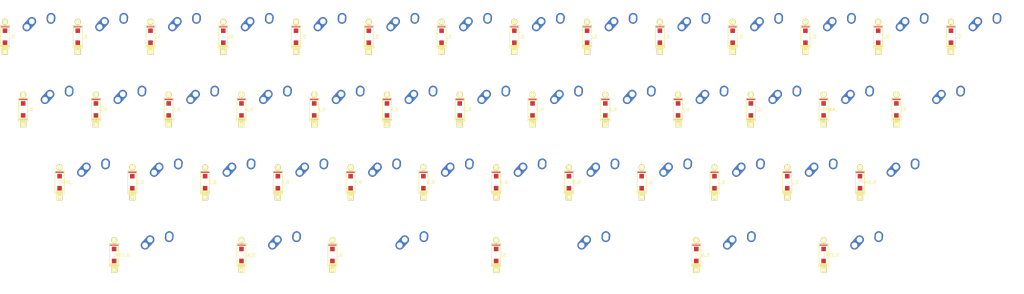
<source format=kicad_pcb>
(kicad_pcb (version 20171130) (host pcbnew "(5.0.0-3-g5ebb6b6)")

  (general
    (thickness 1.6)
    (drawings 0)
    (tracks 0)
    (zones 0)
    (modules 94)
    (nets 64)
  )

  (page A4)
  (layers
    (0 F.Cu signal)
    (31 B.Cu signal)
    (32 B.Adhes user)
    (33 F.Adhes user)
    (34 B.Paste user)
    (35 F.Paste user)
    (36 B.SilkS user)
    (37 F.SilkS user)
    (38 B.Mask user)
    (39 F.Mask user)
    (40 Dwgs.User user)
    (41 Cmts.User user)
    (42 Eco1.User user)
    (43 Eco2.User user)
    (44 Edge.Cuts user)
    (45 Margin user)
    (46 B.CrtYd user)
    (47 F.CrtYd user)
    (48 B.Fab user)
    (49 F.Fab user)
  )

  (setup
    (last_trace_width 0.25)
    (trace_clearance 0.2)
    (zone_clearance 0.508)
    (zone_45_only no)
    (trace_min 0.2)
    (segment_width 0.2)
    (edge_width 0.1)
    (via_size 0.8)
    (via_drill 0.4)
    (via_min_size 0.4)
    (via_min_drill 0.3)
    (uvia_size 0.3)
    (uvia_drill 0.1)
    (uvias_allowed no)
    (uvia_min_size 0.2)
    (uvia_min_drill 0.1)
    (pcb_text_width 0.3)
    (pcb_text_size 1.5 1.5)
    (mod_edge_width 0.15)
    (mod_text_size 1 1)
    (mod_text_width 0.15)
    (pad_size 1.5 1.5)
    (pad_drill 0.6)
    (pad_to_mask_clearance 0)
    (aux_axis_origin 0 0)
    (visible_elements FFFFFF7F)
    (pcbplotparams
      (layerselection 0x010fc_ffffffff)
      (usegerberextensions false)
      (usegerberattributes false)
      (usegerberadvancedattributes false)
      (creategerberjobfile false)
      (excludeedgelayer true)
      (linewidth 0.100000)
      (plotframeref false)
      (viasonmask false)
      (mode 1)
      (useauxorigin false)
      (hpglpennumber 1)
      (hpglpenspeed 20)
      (hpglpendiameter 15.000000)
      (psnegative false)
      (psa4output false)
      (plotreference true)
      (plotvalue true)
      (plotinvisibletext false)
      (padsonsilk false)
      (subtractmaskfromsilk false)
      (outputformat 1)
      (mirror false)
      (drillshape 1)
      (scaleselection 1)
      (outputdirectory ""))
  )

  (net 0 "")
  (net 1 "/col0")
  (net 2 "Net-(D_-Pad2)")
  (net 3 "/col1")
  (net 4 "/col2")
  (net 5 "/col3")
  (net 6 "/col4")
  (net 7 "/col5")
  (net 8 "/col6")
  (net 9 "/col7")
  (net 10 "/col8")
  (net 11 "/col9")
  (net 12 "/col10")
  (net 13 "/col11")
  (net 14 "Net-(D_[-Pad2)")
  (net 15 "/col12")
  (net 16 "Net-(D_]-Pad2)")
  (net 17 "/col13")
  (net 18 "Net-(D_A-Pad2)")
  (net 19 "Net-(D_S-Pad2)")
  (net 20 "Net-(D_D-Pad2)")
  (net 21 "Net-(D_F-Pad2)")
  (net 22 "Net-(D_G-Pad2)")
  (net 23 "Net-(D_H-Pad2)")
  (net 24 "Net-(D_J-Pad2)")
  (net 25 "Net-(D_K-Pad2)")
  (net 26 "Net-(D_L-Pad2)")
  (net 27 "Net-(D_;-Pad2)")
  (net 28 "Net-(D_&#39;-Pad2)")
  (net 29 "/col14")
  (net 30 "Net-(D_SHIFT-Pad2)")
  (net 31 "Net-(D_Z-Pad2)")
  (net 32 "Net-(D_X-Pad2)")
  (net 33 "Net-(D_C-Pad2)")
  (net 34 "Net-(D_V-Pad2)")
  (net 35 "Net-(D_B-Pad2)")
  (net 36 "Net-(D_N-Pad2)")
  (net 37 "Net-(D_M-Pad2)")
  (net 38 "Net-(D_,-Pad2)")
  (net 39 "Net-(D_.-Pad2)")
  (net 40 "Net-(D_/-Pad2)")
  (net 41 "Net-(D_CTRL-Pad2)")
  (net 42 "Net-(D_ALT-Pad2)")
  
  (net_class Default "This is the default net class."
    (clearance 0.2)
    (trace_width 0.25)
    (via_dia 0.8)
    (via_drill 0.4)
    (uvia_dia 0.3)
    (uvia_drill 0.1)
    (add_net "/col0")
    (add_net "Net-(D_-Pad2)")
    (add_net "/col1")
    (add_net "/col2")
    (add_net "/col3")
    (add_net "/col4")
    (add_net "/col5")
    (add_net "/col6")
    (add_net "/col7")
    (add_net "/col8")
    (add_net "/col9")
    (add_net "/col10")
    (add_net "/col11")
    (add_net "Net-(D_[-Pad2)")
    (add_net "/col12")
    (add_net "Net-(D_]-Pad2)")
    (add_net "/col13")
    (add_net "Net-(D_A-Pad2)")
    (add_net "Net-(D_S-Pad2)")
    (add_net "Net-(D_D-Pad2)")
    (add_net "Net-(D_F-Pad2)")
    (add_net "Net-(D_G-Pad2)")
    (add_net "Net-(D_H-Pad2)")
    (add_net "Net-(D_J-Pad2)")
    (add_net "Net-(D_K-Pad2)")
    (add_net "Net-(D_L-Pad2)")
    (add_net "Net-(D_;-Pad2)")
    (add_net "Net-(D_&#39;-Pad2)")
    (add_net "/col14")
    (add_net "Net-(D_SHIFT-Pad2)")
    (add_net "Net-(D_Z-Pad2)")
    (add_net "Net-(D_X-Pad2)")
    (add_net "Net-(D_C-Pad2)")
    (add_net "Net-(D_V-Pad2)")
    (add_net "Net-(D_B-Pad2)")
    (add_net "Net-(D_N-Pad2)")
    (add_net "Net-(D_M-Pad2)")
    (add_net "Net-(D_,-Pad2)")
    (add_net "Net-(D_.-Pad2)")
    (add_net "Net-(D_/-Pad2)")
    (add_net "Net-(D_CTRL-Pad2)")
    (add_net "Net-(D_ALT-Pad2)")
    )

  (module MX_Alps_Hybrid:MX-1U-NoLED (layer F.Cu) (tedit 5A9F5203) (tstamp 4AA67CB9)
  (at 30 30)
  (fp_text reference K_ (at 0 3.175) (layer Dwgs.User)
    (effects (font (size 1 1) (thickness 0.15)))
  )
  (fp_text value KEYSW (at 0 -7.9375) (layer Dwgs.User)
    (effects (font (size 1 1) (thickness 0.15)))
  )
  (fp_line (start 5 -7) (end 7 -7) (layer Dwgs.User) (width 0.15))
  (fp_line (start 7 -7) (end 7 -5) (layer Dwgs.User) (width 0.15))
  (fp_line (start 5 7) (end 7 7) (layer Dwgs.User) (width 0.15))
  (fp_line (start 7 7) (end 7 5) (layer Dwgs.User) (width 0.15))
  (fp_line (start -7 5) (end -7 7) (layer Dwgs.User) (width 0.15))
  (fp_line (start -7 7) (end -5 7) (layer Dwgs.User) (width 0.15))
  (fp_line (start -5 -7) (end -7 -7) (layer Dwgs.User) (width 0.15))
  (fp_line (start -7 -7) (end -7 -5) (layer Dwgs.User) (width 0.15))
  (fp_line (start -9.525 -9.525) (end 9.525 -9.525) (layer Dwgs.User) (width 0.15))
  (fp_line (start 9.525 -9.525) (end 9.525 9.525) (layer Dwgs.User) (width 0.15))
  (fp_line (start 9.525 9.525) (end -9.525 9.525) (layer Dwgs.User) (width 0.15))
  (fp_line (start -9.525 9.525) (end -9.525 -9.525) (layer Dwgs.User) (width 0.15))
  (pad 2 thru_hole oval (at 2.5 -4.5 86.0548) (size 2.831378 2.25) (drill 1.47 (offset 0.290689 0)) (layers *.Cu B.Mask)
    (net 2 "Net-(D_-Pad2)"))
  (pad 2 thru_hole circle (at 2.54 -5.08) (size 2.25 2.25) (drill 1.47) (layers *.Cu B.Mask)
    (net 2 "Net-(D_-Pad2)"))
  (pad 1 thru_hole oval (at -3.81 -2.54 48.0996) (size 4.211556 2.25) (drill 1.47 (offset 0.980778 0)) (layers *.Cu B.Mask)
    (net 1 "/col0"))
  (pad "" np_thru_hole circle (at 0 0) (size 3.9878 3.9878) (drill 3.9878) (layers *.Cu *.Mask))
  (pad 1 thru_hole circle (at -2.5 -4) (size 2.25 2.25) (drill 1.47) (layers *.Cu B.Mask)
    (net 1 "/col0"))
  (pad "" np_thru_hole circle (at -5.08 0 48.0996) (size 1.75 1.75) (drill 1.75) (layers *.Cu *.Mask))
  (pad "" np_thru_hole circle (at 5.08 0 48.0996) (size 1.75 1.75) (drill 1.75) (layers *.Cu *.Mask))
  
  
  
)

(module keyboard_parts:D_SOD123_axial (layer F.Cu) (tedit 561B6A12) (tstamp 4AA6FD05)
    (at 20.475 30 90)
    (attr smd)
    (fp_text reference D_ (at 0 1.925) (layer F.SilkS)
      (effects (font (size 0.8 0.8) (thickness 0.15)) (justify mirror))
    )
    (fp_text value D (at 0 -1.925) (layer F.SilkS) hide
      (effects (font (size 0.8 0.8) (thickness 0.15)) (justify mirror))
    )
    (fp_line (start -2.275 -1.2) (end -2.275 1.2) (layer F.SilkS) (width 0.2))
    (fp_line (start -2.45 -1.2) (end -2.45 1.2) (layer F.SilkS) (width 0.2))
    (fp_line (start -2.625 -1.2) (end -2.625 1.2) (layer F.SilkS) (width 0.2))
    (fp_line (start -3.025 1.2) (end -3.025 -1.2) (layer F.SilkS) (width 0.2))
    (fp_line (start -2.8 -1.2) (end -2.8 1.2) (layer F.SilkS) (width 0.2))
    (fp_line (start -2.925 -1.2) (end -2.925 1.2) (layer F.SilkS) (width 0.2))
    (fp_line (start -3 -1.2) (end 2.8 -1.2) (layer F.SilkS) (width 0.2))
    (fp_line (start 2.8 -1.2) (end 2.8 1.2) (layer F.SilkS) (width 0.2))
    (fp_line (start 2.8 1.2) (end -3 1.2) (layer F.SilkS) (width 0.2))
    (pad 2 smd rect (at 1.575 0) (size 1.2 1.2) (layers F.Cu F.Paste F.Mask)
      (net 2 "Net-(D_-Pad2)"))
    (pad 1 smd rect (at -1.575 0) (size 1.2 1.2) (layers F.Cu F.Paste F.Mask)
      (net 1 "/col0"))
    (pad 1 thru_hole rect (at -3.9 0) (size 1.6 1.6) (drill 0.7) (layers *.Cu *.Mask F.SilkS)
      (net 1 "/col0"))
    (pad 2 thru_hole circle (at 3.9 0) (size 1.6 1.6) (drill 0.7) (layers *.Cu *.Mask F.SilkS)
      (net 2 "Net-(D_-Pad2)"))
    (pad 1 smd rect (at -2.7 0) (size 2.5 0.5) (layers F.Cu)
      (net 1 "/col0") (solder_mask_margin -999))
    (pad 2 smd rect (at 2.7 0) (size 2.5 0.5) (layers F.Cu)
      (net 2 "Net-(D_-Pad2)") (solder_mask_margin -999))
  )

(module MX_Alps_Hybrid:MX-1U-NoLED (layer F.Cu) (tedit 5A9F5203) (tstamp 4AA63F0A)
  (at 49.05 30)
  (fp_text reference K_ (at 0 3.175) (layer Dwgs.User)
    (effects (font (size 1 1) (thickness 0.15)))
  )
  (fp_text value KEYSW (at 0 -7.9375) (layer Dwgs.User)
    (effects (font (size 1 1) (thickness 0.15)))
  )
  (fp_line (start 5 -7) (end 7 -7) (layer Dwgs.User) (width 0.15))
  (fp_line (start 7 -7) (end 7 -5) (layer Dwgs.User) (width 0.15))
  (fp_line (start 5 7) (end 7 7) (layer Dwgs.User) (width 0.15))
  (fp_line (start 7 7) (end 7 5) (layer Dwgs.User) (width 0.15))
  (fp_line (start -7 5) (end -7 7) (layer Dwgs.User) (width 0.15))
  (fp_line (start -7 7) (end -5 7) (layer Dwgs.User) (width 0.15))
  (fp_line (start -5 -7) (end -7 -7) (layer Dwgs.User) (width 0.15))
  (fp_line (start -7 -7) (end -7 -5) (layer Dwgs.User) (width 0.15))
  (fp_line (start -9.525 -9.525) (end 9.525 -9.525) (layer Dwgs.User) (width 0.15))
  (fp_line (start 9.525 -9.525) (end 9.525 9.525) (layer Dwgs.User) (width 0.15))
  (fp_line (start 9.525 9.525) (end -9.525 9.525) (layer Dwgs.User) (width 0.15))
  (fp_line (start -9.525 9.525) (end -9.525 -9.525) (layer Dwgs.User) (width 0.15))
  (pad 2 thru_hole oval (at 2.5 -4.5 86.0548) (size 2.831378 2.25) (drill 1.47 (offset 0.290689 0)) (layers *.Cu B.Mask)
    (net 2 "Net-(D_-Pad2)"))
  (pad 2 thru_hole circle (at 2.54 -5.08) (size 2.25 2.25) (drill 1.47) (layers *.Cu B.Mask)
    (net 2 "Net-(D_-Pad2)"))
  (pad 1 thru_hole oval (at -3.81 -2.54 48.0996) (size 4.211556 2.25) (drill 1.47 (offset 0.980778 0)) (layers *.Cu B.Mask)
    (net 3 "/col1"))
  (pad "" np_thru_hole circle (at 0 0) (size 3.9878 3.9878) (drill 3.9878) (layers *.Cu *.Mask))
  (pad 1 thru_hole circle (at -2.5 -4) (size 2.25 2.25) (drill 1.47) (layers *.Cu B.Mask)
    (net 3 "/col1"))
  (pad "" np_thru_hole circle (at -5.08 0 48.0996) (size 1.75 1.75) (drill 1.75) (layers *.Cu *.Mask))
  (pad "" np_thru_hole circle (at 5.08 0 48.0996) (size 1.75 1.75) (drill 1.75) (layers *.Cu *.Mask))
  
  
  
)

(module keyboard_parts:D_SOD123_axial (layer F.Cu) (tedit 561B6A12) (tstamp 4AA69528)
    (at 39.525 30 90)
    (attr smd)
    (fp_text reference D_ (at 0 1.925) (layer F.SilkS)
      (effects (font (size 0.8 0.8) (thickness 0.15)) (justify mirror))
    )
    (fp_text value D (at 0 -1.925) (layer F.SilkS) hide
      (effects (font (size 0.8 0.8) (thickness 0.15)) (justify mirror))
    )
    (fp_line (start -2.275 -1.2) (end -2.275 1.2) (layer F.SilkS) (width 0.2))
    (fp_line (start -2.45 -1.2) (end -2.45 1.2) (layer F.SilkS) (width 0.2))
    (fp_line (start -2.625 -1.2) (end -2.625 1.2) (layer F.SilkS) (width 0.2))
    (fp_line (start -3.025 1.2) (end -3.025 -1.2) (layer F.SilkS) (width 0.2))
    (fp_line (start -2.8 -1.2) (end -2.8 1.2) (layer F.SilkS) (width 0.2))
    (fp_line (start -2.925 -1.2) (end -2.925 1.2) (layer F.SilkS) (width 0.2))
    (fp_line (start -3 -1.2) (end 2.8 -1.2) (layer F.SilkS) (width 0.2))
    (fp_line (start 2.8 -1.2) (end 2.8 1.2) (layer F.SilkS) (width 0.2))
    (fp_line (start 2.8 1.2) (end -3 1.2) (layer F.SilkS) (width 0.2))
    (pad 2 smd rect (at 1.575 0) (size 1.2 1.2) (layers F.Cu F.Paste F.Mask)
      (net 2 "Net-(D_-Pad2)"))
    (pad 1 smd rect (at -1.575 0) (size 1.2 1.2) (layers F.Cu F.Paste F.Mask)
      (net 3 "/col1"))
    (pad 1 thru_hole rect (at -3.9 0) (size 1.6 1.6) (drill 0.7) (layers *.Cu *.Mask F.SilkS)
      (net 3 "/col1"))
    (pad 2 thru_hole circle (at 3.9 0) (size 1.6 1.6) (drill 0.7) (layers *.Cu *.Mask F.SilkS)
      (net 2 "Net-(D_-Pad2)"))
    (pad 1 smd rect (at -2.7 0) (size 2.5 0.5) (layers F.Cu)
      (net 3 "/col1") (solder_mask_margin -999))
    (pad 2 smd rect (at 2.7 0) (size 2.5 0.5) (layers F.Cu)
      (net 2 "Net-(D_-Pad2)") (solder_mask_margin -999))
  )

(module MX_Alps_Hybrid:MX-1U-NoLED (layer F.Cu) (tedit 5A9F5203) (tstamp 4AA63C55)
  (at 68.1 30)
  (fp_text reference K_ (at 0 3.175) (layer Dwgs.User)
    (effects (font (size 1 1) (thickness 0.15)))
  )
  (fp_text value KEYSW (at 0 -7.9375) (layer Dwgs.User)
    (effects (font (size 1 1) (thickness 0.15)))
  )
  (fp_line (start 5 -7) (end 7 -7) (layer Dwgs.User) (width 0.15))
  (fp_line (start 7 -7) (end 7 -5) (layer Dwgs.User) (width 0.15))
  (fp_line (start 5 7) (end 7 7) (layer Dwgs.User) (width 0.15))
  (fp_line (start 7 7) (end 7 5) (layer Dwgs.User) (width 0.15))
  (fp_line (start -7 5) (end -7 7) (layer Dwgs.User) (width 0.15))
  (fp_line (start -7 7) (end -5 7) (layer Dwgs.User) (width 0.15))
  (fp_line (start -5 -7) (end -7 -7) (layer Dwgs.User) (width 0.15))
  (fp_line (start -7 -7) (end -7 -5) (layer Dwgs.User) (width 0.15))
  (fp_line (start -9.525 -9.525) (end 9.525 -9.525) (layer Dwgs.User) (width 0.15))
  (fp_line (start 9.525 -9.525) (end 9.525 9.525) (layer Dwgs.User) (width 0.15))
  (fp_line (start 9.525 9.525) (end -9.525 9.525) (layer Dwgs.User) (width 0.15))
  (fp_line (start -9.525 9.525) (end -9.525 -9.525) (layer Dwgs.User) (width 0.15))
  (pad 2 thru_hole oval (at 2.5 -4.5 86.0548) (size 2.831378 2.25) (drill 1.47 (offset 0.290689 0)) (layers *.Cu B.Mask)
    (net 2 "Net-(D_-Pad2)"))
  (pad 2 thru_hole circle (at 2.54 -5.08) (size 2.25 2.25) (drill 1.47) (layers *.Cu B.Mask)
    (net 2 "Net-(D_-Pad2)"))
  (pad 1 thru_hole oval (at -3.81 -2.54 48.0996) (size 4.211556 2.25) (drill 1.47 (offset 0.980778 0)) (layers *.Cu B.Mask)
    (net 4 "/col2"))
  (pad "" np_thru_hole circle (at 0 0) (size 3.9878 3.9878) (drill 3.9878) (layers *.Cu *.Mask))
  (pad 1 thru_hole circle (at -2.5 -4) (size 2.25 2.25) (drill 1.47) (layers *.Cu B.Mask)
    (net 4 "/col2"))
  (pad "" np_thru_hole circle (at -5.08 0 48.0996) (size 1.75 1.75) (drill 1.75) (layers *.Cu *.Mask))
  (pad "" np_thru_hole circle (at 5.08 0 48.0996) (size 1.75 1.75) (drill 1.75) (layers *.Cu *.Mask))
  
  
  
)

(module keyboard_parts:D_SOD123_axial (layer F.Cu) (tedit 561B6A12) (tstamp 4AA6236E)
    (at 58.574999999999996 30 90)
    (attr smd)
    (fp_text reference D_ (at 0 1.925) (layer F.SilkS)
      (effects (font (size 0.8 0.8) (thickness 0.15)) (justify mirror))
    )
    (fp_text value D (at 0 -1.925) (layer F.SilkS) hide
      (effects (font (size 0.8 0.8) (thickness 0.15)) (justify mirror))
    )
    (fp_line (start -2.275 -1.2) (end -2.275 1.2) (layer F.SilkS) (width 0.2))
    (fp_line (start -2.45 -1.2) (end -2.45 1.2) (layer F.SilkS) (width 0.2))
    (fp_line (start -2.625 -1.2) (end -2.625 1.2) (layer F.SilkS) (width 0.2))
    (fp_line (start -3.025 1.2) (end -3.025 -1.2) (layer F.SilkS) (width 0.2))
    (fp_line (start -2.8 -1.2) (end -2.8 1.2) (layer F.SilkS) (width 0.2))
    (fp_line (start -2.925 -1.2) (end -2.925 1.2) (layer F.SilkS) (width 0.2))
    (fp_line (start -3 -1.2) (end 2.8 -1.2) (layer F.SilkS) (width 0.2))
    (fp_line (start 2.8 -1.2) (end 2.8 1.2) (layer F.SilkS) (width 0.2))
    (fp_line (start 2.8 1.2) (end -3 1.2) (layer F.SilkS) (width 0.2))
    (pad 2 smd rect (at 1.575 0) (size 1.2 1.2) (layers F.Cu F.Paste F.Mask)
      (net 2 "Net-(D_-Pad2)"))
    (pad 1 smd rect (at -1.575 0) (size 1.2 1.2) (layers F.Cu F.Paste F.Mask)
      (net 4 "/col2"))
    (pad 1 thru_hole rect (at -3.9 0) (size 1.6 1.6) (drill 0.7) (layers *.Cu *.Mask F.SilkS)
      (net 4 "/col2"))
    (pad 2 thru_hole circle (at 3.9 0) (size 1.6 1.6) (drill 0.7) (layers *.Cu *.Mask F.SilkS)
      (net 2 "Net-(D_-Pad2)"))
    (pad 1 smd rect (at -2.7 0) (size 2.5 0.5) (layers F.Cu)
      (net 4 "/col2") (solder_mask_margin -999))
    (pad 2 smd rect (at 2.7 0) (size 2.5 0.5) (layers F.Cu)
      (net 2 "Net-(D_-Pad2)") (solder_mask_margin -999))
  )

(module MX_Alps_Hybrid:MX-1U-NoLED (layer F.Cu) (tedit 5A9F5203) (tstamp 4AA65427)
  (at 87.15 30)
  (fp_text reference K_ (at 0 3.175) (layer Dwgs.User)
    (effects (font (size 1 1) (thickness 0.15)))
  )
  (fp_text value KEYSW (at 0 -7.9375) (layer Dwgs.User)
    (effects (font (size 1 1) (thickness 0.15)))
  )
  (fp_line (start 5 -7) (end 7 -7) (layer Dwgs.User) (width 0.15))
  (fp_line (start 7 -7) (end 7 -5) (layer Dwgs.User) (width 0.15))
  (fp_line (start 5 7) (end 7 7) (layer Dwgs.User) (width 0.15))
  (fp_line (start 7 7) (end 7 5) (layer Dwgs.User) (width 0.15))
  (fp_line (start -7 5) (end -7 7) (layer Dwgs.User) (width 0.15))
  (fp_line (start -7 7) (end -5 7) (layer Dwgs.User) (width 0.15))
  (fp_line (start -5 -7) (end -7 -7) (layer Dwgs.User) (width 0.15))
  (fp_line (start -7 -7) (end -7 -5) (layer Dwgs.User) (width 0.15))
  (fp_line (start -9.525 -9.525) (end 9.525 -9.525) (layer Dwgs.User) (width 0.15))
  (fp_line (start 9.525 -9.525) (end 9.525 9.525) (layer Dwgs.User) (width 0.15))
  (fp_line (start 9.525 9.525) (end -9.525 9.525) (layer Dwgs.User) (width 0.15))
  (fp_line (start -9.525 9.525) (end -9.525 -9.525) (layer Dwgs.User) (width 0.15))
  (pad 2 thru_hole oval (at 2.5 -4.5 86.0548) (size 2.831378 2.25) (drill 1.47 (offset 0.290689 0)) (layers *.Cu B.Mask)
    (net 2 "Net-(D_-Pad2)"))
  (pad 2 thru_hole circle (at 2.54 -5.08) (size 2.25 2.25) (drill 1.47) (layers *.Cu B.Mask)
    (net 2 "Net-(D_-Pad2)"))
  (pad 1 thru_hole oval (at -3.81 -2.54 48.0996) (size 4.211556 2.25) (drill 1.47 (offset 0.980778 0)) (layers *.Cu B.Mask)
    (net 5 "/col3"))
  (pad "" np_thru_hole circle (at 0 0) (size 3.9878 3.9878) (drill 3.9878) (layers *.Cu *.Mask))
  (pad 1 thru_hole circle (at -2.5 -4) (size 2.25 2.25) (drill 1.47) (layers *.Cu B.Mask)
    (net 5 "/col3"))
  (pad "" np_thru_hole circle (at -5.08 0 48.0996) (size 1.75 1.75) (drill 1.75) (layers *.Cu *.Mask))
  (pad "" np_thru_hole circle (at 5.08 0 48.0996) (size 1.75 1.75) (drill 1.75) (layers *.Cu *.Mask))
  
  
  
)

(module keyboard_parts:D_SOD123_axial (layer F.Cu) (tedit 561B6A12) (tstamp 4AA64531)
    (at 77.625 30 90)
    (attr smd)
    (fp_text reference D_ (at 0 1.925) (layer F.SilkS)
      (effects (font (size 0.8 0.8) (thickness 0.15)) (justify mirror))
    )
    (fp_text value D (at 0 -1.925) (layer F.SilkS) hide
      (effects (font (size 0.8 0.8) (thickness 0.15)) (justify mirror))
    )
    (fp_line (start -2.275 -1.2) (end -2.275 1.2) (layer F.SilkS) (width 0.2))
    (fp_line (start -2.45 -1.2) (end -2.45 1.2) (layer F.SilkS) (width 0.2))
    (fp_line (start -2.625 -1.2) (end -2.625 1.2) (layer F.SilkS) (width 0.2))
    (fp_line (start -3.025 1.2) (end -3.025 -1.2) (layer F.SilkS) (width 0.2))
    (fp_line (start -2.8 -1.2) (end -2.8 1.2) (layer F.SilkS) (width 0.2))
    (fp_line (start -2.925 -1.2) (end -2.925 1.2) (layer F.SilkS) (width 0.2))
    (fp_line (start -3 -1.2) (end 2.8 -1.2) (layer F.SilkS) (width 0.2))
    (fp_line (start 2.8 -1.2) (end 2.8 1.2) (layer F.SilkS) (width 0.2))
    (fp_line (start 2.8 1.2) (end -3 1.2) (layer F.SilkS) (width 0.2))
    (pad 2 smd rect (at 1.575 0) (size 1.2 1.2) (layers F.Cu F.Paste F.Mask)
      (net 2 "Net-(D_-Pad2)"))
    (pad 1 smd rect (at -1.575 0) (size 1.2 1.2) (layers F.Cu F.Paste F.Mask)
      (net 5 "/col3"))
    (pad 1 thru_hole rect (at -3.9 0) (size 1.6 1.6) (drill 0.7) (layers *.Cu *.Mask F.SilkS)
      (net 5 "/col3"))
    (pad 2 thru_hole circle (at 3.9 0) (size 1.6 1.6) (drill 0.7) (layers *.Cu *.Mask F.SilkS)
      (net 2 "Net-(D_-Pad2)"))
    (pad 1 smd rect (at -2.7 0) (size 2.5 0.5) (layers F.Cu)
      (net 5 "/col3") (solder_mask_margin -999))
    (pad 2 smd rect (at 2.7 0) (size 2.5 0.5) (layers F.Cu)
      (net 2 "Net-(D_-Pad2)") (solder_mask_margin -999))
  )

(module MX_Alps_Hybrid:MX-1U-NoLED (layer F.Cu) (tedit 5A9F5203) (tstamp 4AA6E9C3)
  (at 106.2 30)
  (fp_text reference K_ (at 0 3.175) (layer Dwgs.User)
    (effects (font (size 1 1) (thickness 0.15)))
  )
  (fp_text value KEYSW (at 0 -7.9375) (layer Dwgs.User)
    (effects (font (size 1 1) (thickness 0.15)))
  )
  (fp_line (start 5 -7) (end 7 -7) (layer Dwgs.User) (width 0.15))
  (fp_line (start 7 -7) (end 7 -5) (layer Dwgs.User) (width 0.15))
  (fp_line (start 5 7) (end 7 7) (layer Dwgs.User) (width 0.15))
  (fp_line (start 7 7) (end 7 5) (layer Dwgs.User) (width 0.15))
  (fp_line (start -7 5) (end -7 7) (layer Dwgs.User) (width 0.15))
  (fp_line (start -7 7) (end -5 7) (layer Dwgs.User) (width 0.15))
  (fp_line (start -5 -7) (end -7 -7) (layer Dwgs.User) (width 0.15))
  (fp_line (start -7 -7) (end -7 -5) (layer Dwgs.User) (width 0.15))
  (fp_line (start -9.525 -9.525) (end 9.525 -9.525) (layer Dwgs.User) (width 0.15))
  (fp_line (start 9.525 -9.525) (end 9.525 9.525) (layer Dwgs.User) (width 0.15))
  (fp_line (start 9.525 9.525) (end -9.525 9.525) (layer Dwgs.User) (width 0.15))
  (fp_line (start -9.525 9.525) (end -9.525 -9.525) (layer Dwgs.User) (width 0.15))
  (pad 2 thru_hole oval (at 2.5 -4.5 86.0548) (size 2.831378 2.25) (drill 1.47 (offset 0.290689 0)) (layers *.Cu B.Mask)
    (net 2 "Net-(D_-Pad2)"))
  (pad 2 thru_hole circle (at 2.54 -5.08) (size 2.25 2.25) (drill 1.47) (layers *.Cu B.Mask)
    (net 2 "Net-(D_-Pad2)"))
  (pad 1 thru_hole oval (at -3.81 -2.54 48.0996) (size 4.211556 2.25) (drill 1.47 (offset 0.980778 0)) (layers *.Cu B.Mask)
    (net 6 "/col4"))
  (pad "" np_thru_hole circle (at 0 0) (size 3.9878 3.9878) (drill 3.9878) (layers *.Cu *.Mask))
  (pad 1 thru_hole circle (at -2.5 -4) (size 2.25 2.25) (drill 1.47) (layers *.Cu B.Mask)
    (net 6 "/col4"))
  (pad "" np_thru_hole circle (at -5.08 0 48.0996) (size 1.75 1.75) (drill 1.75) (layers *.Cu *.Mask))
  (pad "" np_thru_hole circle (at 5.08 0 48.0996) (size 1.75 1.75) (drill 1.75) (layers *.Cu *.Mask))
  
  
  
)

(module keyboard_parts:D_SOD123_axial (layer F.Cu) (tedit 561B6A12) (tstamp 4AA60214)
    (at 96.675 30 90)
    (attr smd)
    (fp_text reference D_ (at 0 1.925) (layer F.SilkS)
      (effects (font (size 0.8 0.8) (thickness 0.15)) (justify mirror))
    )
    (fp_text value D (at 0 -1.925) (layer F.SilkS) hide
      (effects (font (size 0.8 0.8) (thickness 0.15)) (justify mirror))
    )
    (fp_line (start -2.275 -1.2) (end -2.275 1.2) (layer F.SilkS) (width 0.2))
    (fp_line (start -2.45 -1.2) (end -2.45 1.2) (layer F.SilkS) (width 0.2))
    (fp_line (start -2.625 -1.2) (end -2.625 1.2) (layer F.SilkS) (width 0.2))
    (fp_line (start -3.025 1.2) (end -3.025 -1.2) (layer F.SilkS) (width 0.2))
    (fp_line (start -2.8 -1.2) (end -2.8 1.2) (layer F.SilkS) (width 0.2))
    (fp_line (start -2.925 -1.2) (end -2.925 1.2) (layer F.SilkS) (width 0.2))
    (fp_line (start -3 -1.2) (end 2.8 -1.2) (layer F.SilkS) (width 0.2))
    (fp_line (start 2.8 -1.2) (end 2.8 1.2) (layer F.SilkS) (width 0.2))
    (fp_line (start 2.8 1.2) (end -3 1.2) (layer F.SilkS) (width 0.2))
    (pad 2 smd rect (at 1.575 0) (size 1.2 1.2) (layers F.Cu F.Paste F.Mask)
      (net 2 "Net-(D_-Pad2)"))
    (pad 1 smd rect (at -1.575 0) (size 1.2 1.2) (layers F.Cu F.Paste F.Mask)
      (net 6 "/col4"))
    (pad 1 thru_hole rect (at -3.9 0) (size 1.6 1.6) (drill 0.7) (layers *.Cu *.Mask F.SilkS)
      (net 6 "/col4"))
    (pad 2 thru_hole circle (at 3.9 0) (size 1.6 1.6) (drill 0.7) (layers *.Cu *.Mask F.SilkS)
      (net 2 "Net-(D_-Pad2)"))
    (pad 1 smd rect (at -2.7 0) (size 2.5 0.5) (layers F.Cu)
      (net 6 "/col4") (solder_mask_margin -999))
    (pad 2 smd rect (at 2.7 0) (size 2.5 0.5) (layers F.Cu)
      (net 2 "Net-(D_-Pad2)") (solder_mask_margin -999))
  )

(module MX_Alps_Hybrid:MX-1U-NoLED (layer F.Cu) (tedit 5A9F5203) (tstamp 4AA64E40)
  (at 125.25 30)
  (fp_text reference K_ (at 0 3.175) (layer Dwgs.User)
    (effects (font (size 1 1) (thickness 0.15)))
  )
  (fp_text value KEYSW (at 0 -7.9375) (layer Dwgs.User)
    (effects (font (size 1 1) (thickness 0.15)))
  )
  (fp_line (start 5 -7) (end 7 -7) (layer Dwgs.User) (width 0.15))
  (fp_line (start 7 -7) (end 7 -5) (layer Dwgs.User) (width 0.15))
  (fp_line (start 5 7) (end 7 7) (layer Dwgs.User) (width 0.15))
  (fp_line (start 7 7) (end 7 5) (layer Dwgs.User) (width 0.15))
  (fp_line (start -7 5) (end -7 7) (layer Dwgs.User) (width 0.15))
  (fp_line (start -7 7) (end -5 7) (layer Dwgs.User) (width 0.15))
  (fp_line (start -5 -7) (end -7 -7) (layer Dwgs.User) (width 0.15))
  (fp_line (start -7 -7) (end -7 -5) (layer Dwgs.User) (width 0.15))
  (fp_line (start -9.525 -9.525) (end 9.525 -9.525) (layer Dwgs.User) (width 0.15))
  (fp_line (start 9.525 -9.525) (end 9.525 9.525) (layer Dwgs.User) (width 0.15))
  (fp_line (start 9.525 9.525) (end -9.525 9.525) (layer Dwgs.User) (width 0.15))
  (fp_line (start -9.525 9.525) (end -9.525 -9.525) (layer Dwgs.User) (width 0.15))
  (pad 2 thru_hole oval (at 2.5 -4.5 86.0548) (size 2.831378 2.25) (drill 1.47 (offset 0.290689 0)) (layers *.Cu B.Mask)
    (net 2 "Net-(D_-Pad2)"))
  (pad 2 thru_hole circle (at 2.54 -5.08) (size 2.25 2.25) (drill 1.47) (layers *.Cu B.Mask)
    (net 2 "Net-(D_-Pad2)"))
  (pad 1 thru_hole oval (at -3.81 -2.54 48.0996) (size 4.211556 2.25) (drill 1.47 (offset 0.980778 0)) (layers *.Cu B.Mask)
    (net 7 "/col5"))
  (pad "" np_thru_hole circle (at 0 0) (size 3.9878 3.9878) (drill 3.9878) (layers *.Cu *.Mask))
  (pad 1 thru_hole circle (at -2.5 -4) (size 2.25 2.25) (drill 1.47) (layers *.Cu B.Mask)
    (net 7 "/col5"))
  (pad "" np_thru_hole circle (at -5.08 0 48.0996) (size 1.75 1.75) (drill 1.75) (layers *.Cu *.Mask))
  (pad "" np_thru_hole circle (at 5.08 0 48.0996) (size 1.75 1.75) (drill 1.75) (layers *.Cu *.Mask))
  
  
  
)

(module keyboard_parts:D_SOD123_axial (layer F.Cu) (tedit 561B6A12) (tstamp 4AA68F3B)
    (at 115.725 30 90)
    (attr smd)
    (fp_text reference D_ (at 0 1.925) (layer F.SilkS)
      (effects (font (size 0.8 0.8) (thickness 0.15)) (justify mirror))
    )
    (fp_text value D (at 0 -1.925) (layer F.SilkS) hide
      (effects (font (size 0.8 0.8) (thickness 0.15)) (justify mirror))
    )
    (fp_line (start -2.275 -1.2) (end -2.275 1.2) (layer F.SilkS) (width 0.2))
    (fp_line (start -2.45 -1.2) (end -2.45 1.2) (layer F.SilkS) (width 0.2))
    (fp_line (start -2.625 -1.2) (end -2.625 1.2) (layer F.SilkS) (width 0.2))
    (fp_line (start -3.025 1.2) (end -3.025 -1.2) (layer F.SilkS) (width 0.2))
    (fp_line (start -2.8 -1.2) (end -2.8 1.2) (layer F.SilkS) (width 0.2))
    (fp_line (start -2.925 -1.2) (end -2.925 1.2) (layer F.SilkS) (width 0.2))
    (fp_line (start -3 -1.2) (end 2.8 -1.2) (layer F.SilkS) (width 0.2))
    (fp_line (start 2.8 -1.2) (end 2.8 1.2) (layer F.SilkS) (width 0.2))
    (fp_line (start 2.8 1.2) (end -3 1.2) (layer F.SilkS) (width 0.2))
    (pad 2 smd rect (at 1.575 0) (size 1.2 1.2) (layers F.Cu F.Paste F.Mask)
      (net 2 "Net-(D_-Pad2)"))
    (pad 1 smd rect (at -1.575 0) (size 1.2 1.2) (layers F.Cu F.Paste F.Mask)
      (net 7 "/col5"))
    (pad 1 thru_hole rect (at -3.9 0) (size 1.6 1.6) (drill 0.7) (layers *.Cu *.Mask F.SilkS)
      (net 7 "/col5"))
    (pad 2 thru_hole circle (at 3.9 0) (size 1.6 1.6) (drill 0.7) (layers *.Cu *.Mask F.SilkS)
      (net 2 "Net-(D_-Pad2)"))
    (pad 1 smd rect (at -2.7 0) (size 2.5 0.5) (layers F.Cu)
      (net 7 "/col5") (solder_mask_margin -999))
    (pad 2 smd rect (at 2.7 0) (size 2.5 0.5) (layers F.Cu)
      (net 2 "Net-(D_-Pad2)") (solder_mask_margin -999))
  )

(module MX_Alps_Hybrid:MX-1U-NoLED (layer F.Cu) (tedit 5A9F5203) (tstamp 4AA6918D)
  (at 144.3 30)
  (fp_text reference K_ (at 0 3.175) (layer Dwgs.User)
    (effects (font (size 1 1) (thickness 0.15)))
  )
  (fp_text value KEYSW (at 0 -7.9375) (layer Dwgs.User)
    (effects (font (size 1 1) (thickness 0.15)))
  )
  (fp_line (start 5 -7) (end 7 -7) (layer Dwgs.User) (width 0.15))
  (fp_line (start 7 -7) (end 7 -5) (layer Dwgs.User) (width 0.15))
  (fp_line (start 5 7) (end 7 7) (layer Dwgs.User) (width 0.15))
  (fp_line (start 7 7) (end 7 5) (layer Dwgs.User) (width 0.15))
  (fp_line (start -7 5) (end -7 7) (layer Dwgs.User) (width 0.15))
  (fp_line (start -7 7) (end -5 7) (layer Dwgs.User) (width 0.15))
  (fp_line (start -5 -7) (end -7 -7) (layer Dwgs.User) (width 0.15))
  (fp_line (start -7 -7) (end -7 -5) (layer Dwgs.User) (width 0.15))
  (fp_line (start -9.525 -9.525) (end 9.525 -9.525) (layer Dwgs.User) (width 0.15))
  (fp_line (start 9.525 -9.525) (end 9.525 9.525) (layer Dwgs.User) (width 0.15))
  (fp_line (start 9.525 9.525) (end -9.525 9.525) (layer Dwgs.User) (width 0.15))
  (fp_line (start -9.525 9.525) (end -9.525 -9.525) (layer Dwgs.User) (width 0.15))
  (pad 2 thru_hole oval (at 2.5 -4.5 86.0548) (size 2.831378 2.25) (drill 1.47 (offset 0.290689 0)) (layers *.Cu B.Mask)
    (net 2 "Net-(D_-Pad2)"))
  (pad 2 thru_hole circle (at 2.54 -5.08) (size 2.25 2.25) (drill 1.47) (layers *.Cu B.Mask)
    (net 2 "Net-(D_-Pad2)"))
  (pad 1 thru_hole oval (at -3.81 -2.54 48.0996) (size 4.211556 2.25) (drill 1.47 (offset 0.980778 0)) (layers *.Cu B.Mask)
    (net 8 "/col6"))
  (pad "" np_thru_hole circle (at 0 0) (size 3.9878 3.9878) (drill 3.9878) (layers *.Cu *.Mask))
  (pad 1 thru_hole circle (at -2.5 -4) (size 2.25 2.25) (drill 1.47) (layers *.Cu B.Mask)
    (net 8 "/col6"))
  (pad "" np_thru_hole circle (at -5.08 0 48.0996) (size 1.75 1.75) (drill 1.75) (layers *.Cu *.Mask))
  (pad "" np_thru_hole circle (at 5.08 0 48.0996) (size 1.75 1.75) (drill 1.75) (layers *.Cu *.Mask))
  
  
  
)

(module keyboard_parts:D_SOD123_axial (layer F.Cu) (tedit 561B6A12) (tstamp 4AA63509)
    (at 134.775 30 90)
    (attr smd)
    (fp_text reference D_ (at 0 1.925) (layer F.SilkS)
      (effects (font (size 0.8 0.8) (thickness 0.15)) (justify mirror))
    )
    (fp_text value D (at 0 -1.925) (layer F.SilkS) hide
      (effects (font (size 0.8 0.8) (thickness 0.15)) (justify mirror))
    )
    (fp_line (start -2.275 -1.2) (end -2.275 1.2) (layer F.SilkS) (width 0.2))
    (fp_line (start -2.45 -1.2) (end -2.45 1.2) (layer F.SilkS) (width 0.2))
    (fp_line (start -2.625 -1.2) (end -2.625 1.2) (layer F.SilkS) (width 0.2))
    (fp_line (start -3.025 1.2) (end -3.025 -1.2) (layer F.SilkS) (width 0.2))
    (fp_line (start -2.8 -1.2) (end -2.8 1.2) (layer F.SilkS) (width 0.2))
    (fp_line (start -2.925 -1.2) (end -2.925 1.2) (layer F.SilkS) (width 0.2))
    (fp_line (start -3 -1.2) (end 2.8 -1.2) (layer F.SilkS) (width 0.2))
    (fp_line (start 2.8 -1.2) (end 2.8 1.2) (layer F.SilkS) (width 0.2))
    (fp_line (start 2.8 1.2) (end -3 1.2) (layer F.SilkS) (width 0.2))
    (pad 2 smd rect (at 1.575 0) (size 1.2 1.2) (layers F.Cu F.Paste F.Mask)
      (net 2 "Net-(D_-Pad2)"))
    (pad 1 smd rect (at -1.575 0) (size 1.2 1.2) (layers F.Cu F.Paste F.Mask)
      (net 8 "/col6"))
    (pad 1 thru_hole rect (at -3.9 0) (size 1.6 1.6) (drill 0.7) (layers *.Cu *.Mask F.SilkS)
      (net 8 "/col6"))
    (pad 2 thru_hole circle (at 3.9 0) (size 1.6 1.6) (drill 0.7) (layers *.Cu *.Mask F.SilkS)
      (net 2 "Net-(D_-Pad2)"))
    (pad 1 smd rect (at -2.7 0) (size 2.5 0.5) (layers F.Cu)
      (net 8 "/col6") (solder_mask_margin -999))
    (pad 2 smd rect (at 2.7 0) (size 2.5 0.5) (layers F.Cu)
      (net 2 "Net-(D_-Pad2)") (solder_mask_margin -999))
  )

(module MX_Alps_Hybrid:MX-1U-NoLED (layer F.Cu) (tedit 5A9F5203) (tstamp 4AA6064C)
  (at 163.35 30)
  (fp_text reference K_ (at 0 3.175) (layer Dwgs.User)
    (effects (font (size 1 1) (thickness 0.15)))
  )
  (fp_text value KEYSW (at 0 -7.9375) (layer Dwgs.User)
    (effects (font (size 1 1) (thickness 0.15)))
  )
  (fp_line (start 5 -7) (end 7 -7) (layer Dwgs.User) (width 0.15))
  (fp_line (start 7 -7) (end 7 -5) (layer Dwgs.User) (width 0.15))
  (fp_line (start 5 7) (end 7 7) (layer Dwgs.User) (width 0.15))
  (fp_line (start 7 7) (end 7 5) (layer Dwgs.User) (width 0.15))
  (fp_line (start -7 5) (end -7 7) (layer Dwgs.User) (width 0.15))
  (fp_line (start -7 7) (end -5 7) (layer Dwgs.User) (width 0.15))
  (fp_line (start -5 -7) (end -7 -7) (layer Dwgs.User) (width 0.15))
  (fp_line (start -7 -7) (end -7 -5) (layer Dwgs.User) (width 0.15))
  (fp_line (start -9.525 -9.525) (end 9.525 -9.525) (layer Dwgs.User) (width 0.15))
  (fp_line (start 9.525 -9.525) (end 9.525 9.525) (layer Dwgs.User) (width 0.15))
  (fp_line (start 9.525 9.525) (end -9.525 9.525) (layer Dwgs.User) (width 0.15))
  (fp_line (start -9.525 9.525) (end -9.525 -9.525) (layer Dwgs.User) (width 0.15))
  (pad 2 thru_hole oval (at 2.5 -4.5 86.0548) (size 2.831378 2.25) (drill 1.47 (offset 0.290689 0)) (layers *.Cu B.Mask)
    (net 2 "Net-(D_-Pad2)"))
  (pad 2 thru_hole circle (at 2.54 -5.08) (size 2.25 2.25) (drill 1.47) (layers *.Cu B.Mask)
    (net 2 "Net-(D_-Pad2)"))
  (pad 1 thru_hole oval (at -3.81 -2.54 48.0996) (size 4.211556 2.25) (drill 1.47 (offset 0.980778 0)) (layers *.Cu B.Mask)
    (net 9 "/col7"))
  (pad "" np_thru_hole circle (at 0 0) (size 3.9878 3.9878) (drill 3.9878) (layers *.Cu *.Mask))
  (pad 1 thru_hole circle (at -2.5 -4) (size 2.25 2.25) (drill 1.47) (layers *.Cu B.Mask)
    (net 9 "/col7"))
  (pad "" np_thru_hole circle (at -5.08 0 48.0996) (size 1.75 1.75) (drill 1.75) (layers *.Cu *.Mask))
  (pad "" np_thru_hole circle (at 5.08 0 48.0996) (size 1.75 1.75) (drill 1.75) (layers *.Cu *.Mask))
  
  
  
)

(module keyboard_parts:D_SOD123_axial (layer F.Cu) (tedit 561B6A12) (tstamp 4AA6F065)
    (at 153.825 30 90)
    (attr smd)
    (fp_text reference D_ (at 0 1.925) (layer F.SilkS)
      (effects (font (size 0.8 0.8) (thickness 0.15)) (justify mirror))
    )
    (fp_text value D (at 0 -1.925) (layer F.SilkS) hide
      (effects (font (size 0.8 0.8) (thickness 0.15)) (justify mirror))
    )
    (fp_line (start -2.275 -1.2) (end -2.275 1.2) (layer F.SilkS) (width 0.2))
    (fp_line (start -2.45 -1.2) (end -2.45 1.2) (layer F.SilkS) (width 0.2))
    (fp_line (start -2.625 -1.2) (end -2.625 1.2) (layer F.SilkS) (width 0.2))
    (fp_line (start -3.025 1.2) (end -3.025 -1.2) (layer F.SilkS) (width 0.2))
    (fp_line (start -2.8 -1.2) (end -2.8 1.2) (layer F.SilkS) (width 0.2))
    (fp_line (start -2.925 -1.2) (end -2.925 1.2) (layer F.SilkS) (width 0.2))
    (fp_line (start -3 -1.2) (end 2.8 -1.2) (layer F.SilkS) (width 0.2))
    (fp_line (start 2.8 -1.2) (end 2.8 1.2) (layer F.SilkS) (width 0.2))
    (fp_line (start 2.8 1.2) (end -3 1.2) (layer F.SilkS) (width 0.2))
    (pad 2 smd rect (at 1.575 0) (size 1.2 1.2) (layers F.Cu F.Paste F.Mask)
      (net 2 "Net-(D_-Pad2)"))
    (pad 1 smd rect (at -1.575 0) (size 1.2 1.2) (layers F.Cu F.Paste F.Mask)
      (net 9 "/col7"))
    (pad 1 thru_hole rect (at -3.9 0) (size 1.6 1.6) (drill 0.7) (layers *.Cu *.Mask F.SilkS)
      (net 9 "/col7"))
    (pad 2 thru_hole circle (at 3.9 0) (size 1.6 1.6) (drill 0.7) (layers *.Cu *.Mask F.SilkS)
      (net 2 "Net-(D_-Pad2)"))
    (pad 1 smd rect (at -2.7 0) (size 2.5 0.5) (layers F.Cu)
      (net 9 "/col7") (solder_mask_margin -999))
    (pad 2 smd rect (at 2.7 0) (size 2.5 0.5) (layers F.Cu)
      (net 2 "Net-(D_-Pad2)") (solder_mask_margin -999))
  )

(module MX_Alps_Hybrid:MX-1U-NoLED (layer F.Cu) (tedit 5A9F5203) (tstamp 4AA6176A)
  (at 182.4 30)
  (fp_text reference K_ (at 0 3.175) (layer Dwgs.User)
    (effects (font (size 1 1) (thickness 0.15)))
  )
  (fp_text value KEYSW (at 0 -7.9375) (layer Dwgs.User)
    (effects (font (size 1 1) (thickness 0.15)))
  )
  (fp_line (start 5 -7) (end 7 -7) (layer Dwgs.User) (width 0.15))
  (fp_line (start 7 -7) (end 7 -5) (layer Dwgs.User) (width 0.15))
  (fp_line (start 5 7) (end 7 7) (layer Dwgs.User) (width 0.15))
  (fp_line (start 7 7) (end 7 5) (layer Dwgs.User) (width 0.15))
  (fp_line (start -7 5) (end -7 7) (layer Dwgs.User) (width 0.15))
  (fp_line (start -7 7) (end -5 7) (layer Dwgs.User) (width 0.15))
  (fp_line (start -5 -7) (end -7 -7) (layer Dwgs.User) (width 0.15))
  (fp_line (start -7 -7) (end -7 -5) (layer Dwgs.User) (width 0.15))
  (fp_line (start -9.525 -9.525) (end 9.525 -9.525) (layer Dwgs.User) (width 0.15))
  (fp_line (start 9.525 -9.525) (end 9.525 9.525) (layer Dwgs.User) (width 0.15))
  (fp_line (start 9.525 9.525) (end -9.525 9.525) (layer Dwgs.User) (width 0.15))
  (fp_line (start -9.525 9.525) (end -9.525 -9.525) (layer Dwgs.User) (width 0.15))
  (pad 2 thru_hole oval (at 2.5 -4.5 86.0548) (size 2.831378 2.25) (drill 1.47 (offset 0.290689 0)) (layers *.Cu B.Mask)
    (net 2 "Net-(D_-Pad2)"))
  (pad 2 thru_hole circle (at 2.54 -5.08) (size 2.25 2.25) (drill 1.47) (layers *.Cu B.Mask)
    (net 2 "Net-(D_-Pad2)"))
  (pad 1 thru_hole oval (at -3.81 -2.54 48.0996) (size 4.211556 2.25) (drill 1.47 (offset 0.980778 0)) (layers *.Cu B.Mask)
    (net 10 "/col8"))
  (pad "" np_thru_hole circle (at 0 0) (size 3.9878 3.9878) (drill 3.9878) (layers *.Cu *.Mask))
  (pad 1 thru_hole circle (at -2.5 -4) (size 2.25 2.25) (drill 1.47) (layers *.Cu B.Mask)
    (net 10 "/col8"))
  (pad "" np_thru_hole circle (at -5.08 0 48.0996) (size 1.75 1.75) (drill 1.75) (layers *.Cu *.Mask))
  (pad "" np_thru_hole circle (at 5.08 0 48.0996) (size 1.75 1.75) (drill 1.75) (layers *.Cu *.Mask))
  
  
  
)

(module keyboard_parts:D_SOD123_axial (layer F.Cu) (tedit 561B6A12) (tstamp 4AA6F120)
    (at 172.875 30 90)
    (attr smd)
    (fp_text reference D_ (at 0 1.925) (layer F.SilkS)
      (effects (font (size 0.8 0.8) (thickness 0.15)) (justify mirror))
    )
    (fp_text value D (at 0 -1.925) (layer F.SilkS) hide
      (effects (font (size 0.8 0.8) (thickness 0.15)) (justify mirror))
    )
    (fp_line (start -2.275 -1.2) (end -2.275 1.2) (layer F.SilkS) (width 0.2))
    (fp_line (start -2.45 -1.2) (end -2.45 1.2) (layer F.SilkS) (width 0.2))
    (fp_line (start -2.625 -1.2) (end -2.625 1.2) (layer F.SilkS) (width 0.2))
    (fp_line (start -3.025 1.2) (end -3.025 -1.2) (layer F.SilkS) (width 0.2))
    (fp_line (start -2.8 -1.2) (end -2.8 1.2) (layer F.SilkS) (width 0.2))
    (fp_line (start -2.925 -1.2) (end -2.925 1.2) (layer F.SilkS) (width 0.2))
    (fp_line (start -3 -1.2) (end 2.8 -1.2) (layer F.SilkS) (width 0.2))
    (fp_line (start 2.8 -1.2) (end 2.8 1.2) (layer F.SilkS) (width 0.2))
    (fp_line (start 2.8 1.2) (end -3 1.2) (layer F.SilkS) (width 0.2))
    (pad 2 smd rect (at 1.575 0) (size 1.2 1.2) (layers F.Cu F.Paste F.Mask)
      (net 2 "Net-(D_-Pad2)"))
    (pad 1 smd rect (at -1.575 0) (size 1.2 1.2) (layers F.Cu F.Paste F.Mask)
      (net 10 "/col8"))
    (pad 1 thru_hole rect (at -3.9 0) (size 1.6 1.6) (drill 0.7) (layers *.Cu *.Mask F.SilkS)
      (net 10 "/col8"))
    (pad 2 thru_hole circle (at 3.9 0) (size 1.6 1.6) (drill 0.7) (layers *.Cu *.Mask F.SilkS)
      (net 2 "Net-(D_-Pad2)"))
    (pad 1 smd rect (at -2.7 0) (size 2.5 0.5) (layers F.Cu)
      (net 10 "/col8") (solder_mask_margin -999))
    (pad 2 smd rect (at 2.7 0) (size 2.5 0.5) (layers F.Cu)
      (net 2 "Net-(D_-Pad2)") (solder_mask_margin -999))
  )

(module MX_Alps_Hybrid:MX-1U-NoLED (layer F.Cu) (tedit 5A9F5203) (tstamp 4AA6D82A)
  (at 201.45 30)
  (fp_text reference K_ (at 0 3.175) (layer Dwgs.User)
    (effects (font (size 1 1) (thickness 0.15)))
  )
  (fp_text value KEYSW (at 0 -7.9375) (layer Dwgs.User)
    (effects (font (size 1 1) (thickness 0.15)))
  )
  (fp_line (start 5 -7) (end 7 -7) (layer Dwgs.User) (width 0.15))
  (fp_line (start 7 -7) (end 7 -5) (layer Dwgs.User) (width 0.15))
  (fp_line (start 5 7) (end 7 7) (layer Dwgs.User) (width 0.15))
  (fp_line (start 7 7) (end 7 5) (layer Dwgs.User) (width 0.15))
  (fp_line (start -7 5) (end -7 7) (layer Dwgs.User) (width 0.15))
  (fp_line (start -7 7) (end -5 7) (layer Dwgs.User) (width 0.15))
  (fp_line (start -5 -7) (end -7 -7) (layer Dwgs.User) (width 0.15))
  (fp_line (start -7 -7) (end -7 -5) (layer Dwgs.User) (width 0.15))
  (fp_line (start -9.525 -9.525) (end 9.525 -9.525) (layer Dwgs.User) (width 0.15))
  (fp_line (start 9.525 -9.525) (end 9.525 9.525) (layer Dwgs.User) (width 0.15))
  (fp_line (start 9.525 9.525) (end -9.525 9.525) (layer Dwgs.User) (width 0.15))
  (fp_line (start -9.525 9.525) (end -9.525 -9.525) (layer Dwgs.User) (width 0.15))
  (pad 2 thru_hole oval (at 2.5 -4.5 86.0548) (size 2.831378 2.25) (drill 1.47 (offset 0.290689 0)) (layers *.Cu B.Mask)
    (net 2 "Net-(D_-Pad2)"))
  (pad 2 thru_hole circle (at 2.54 -5.08) (size 2.25 2.25) (drill 1.47) (layers *.Cu B.Mask)
    (net 2 "Net-(D_-Pad2)"))
  (pad 1 thru_hole oval (at -3.81 -2.54 48.0996) (size 4.211556 2.25) (drill 1.47 (offset 0.980778 0)) (layers *.Cu B.Mask)
    (net 11 "/col9"))
  (pad "" np_thru_hole circle (at 0 0) (size 3.9878 3.9878) (drill 3.9878) (layers *.Cu *.Mask))
  (pad 1 thru_hole circle (at -2.5 -4) (size 2.25 2.25) (drill 1.47) (layers *.Cu B.Mask)
    (net 11 "/col9"))
  (pad "" np_thru_hole circle (at -5.08 0 48.0996) (size 1.75 1.75) (drill 1.75) (layers *.Cu *.Mask))
  (pad "" np_thru_hole circle (at 5.08 0 48.0996) (size 1.75 1.75) (drill 1.75) (layers *.Cu *.Mask))
  
  
  
)

(module keyboard_parts:D_SOD123_axial (layer F.Cu) (tedit 561B6A12) (tstamp 4AA670D4)
    (at 191.92499999999998 30 90)
    (attr smd)
    (fp_text reference D_ (at 0 1.925) (layer F.SilkS)
      (effects (font (size 0.8 0.8) (thickness 0.15)) (justify mirror))
    )
    (fp_text value D (at 0 -1.925) (layer F.SilkS) hide
      (effects (font (size 0.8 0.8) (thickness 0.15)) (justify mirror))
    )
    (fp_line (start -2.275 -1.2) (end -2.275 1.2) (layer F.SilkS) (width 0.2))
    (fp_line (start -2.45 -1.2) (end -2.45 1.2) (layer F.SilkS) (width 0.2))
    (fp_line (start -2.625 -1.2) (end -2.625 1.2) (layer F.SilkS) (width 0.2))
    (fp_line (start -3.025 1.2) (end -3.025 -1.2) (layer F.SilkS) (width 0.2))
    (fp_line (start -2.8 -1.2) (end -2.8 1.2) (layer F.SilkS) (width 0.2))
    (fp_line (start -2.925 -1.2) (end -2.925 1.2) (layer F.SilkS) (width 0.2))
    (fp_line (start -3 -1.2) (end 2.8 -1.2) (layer F.SilkS) (width 0.2))
    (fp_line (start 2.8 -1.2) (end 2.8 1.2) (layer F.SilkS) (width 0.2))
    (fp_line (start 2.8 1.2) (end -3 1.2) (layer F.SilkS) (width 0.2))
    (pad 2 smd rect (at 1.575 0) (size 1.2 1.2) (layers F.Cu F.Paste F.Mask)
      (net 2 "Net-(D_-Pad2)"))
    (pad 1 smd rect (at -1.575 0) (size 1.2 1.2) (layers F.Cu F.Paste F.Mask)
      (net 11 "/col9"))
    (pad 1 thru_hole rect (at -3.9 0) (size 1.6 1.6) (drill 0.7) (layers *.Cu *.Mask F.SilkS)
      (net 11 "/col9"))
    (pad 2 thru_hole circle (at 3.9 0) (size 1.6 1.6) (drill 0.7) (layers *.Cu *.Mask F.SilkS)
      (net 2 "Net-(D_-Pad2)"))
    (pad 1 smd rect (at -2.7 0) (size 2.5 0.5) (layers F.Cu)
      (net 11 "/col9") (solder_mask_margin -999))
    (pad 2 smd rect (at 2.7 0) (size 2.5 0.5) (layers F.Cu)
      (net 2 "Net-(D_-Pad2)") (solder_mask_margin -999))
  )

(module MX_Alps_Hybrid:MX-1U-NoLED (layer F.Cu) (tedit 5A9F5203) (tstamp 4AA6FA96)
  (at 220.5 30)
  (fp_text reference K_ (at 0 3.175) (layer Dwgs.User)
    (effects (font (size 1 1) (thickness 0.15)))
  )
  (fp_text value KEYSW (at 0 -7.9375) (layer Dwgs.User)
    (effects (font (size 1 1) (thickness 0.15)))
  )
  (fp_line (start 5 -7) (end 7 -7) (layer Dwgs.User) (width 0.15))
  (fp_line (start 7 -7) (end 7 -5) (layer Dwgs.User) (width 0.15))
  (fp_line (start 5 7) (end 7 7) (layer Dwgs.User) (width 0.15))
  (fp_line (start 7 7) (end 7 5) (layer Dwgs.User) (width 0.15))
  (fp_line (start -7 5) (end -7 7) (layer Dwgs.User) (width 0.15))
  (fp_line (start -7 7) (end -5 7) (layer Dwgs.User) (width 0.15))
  (fp_line (start -5 -7) (end -7 -7) (layer Dwgs.User) (width 0.15))
  (fp_line (start -7 -7) (end -7 -5) (layer Dwgs.User) (width 0.15))
  (fp_line (start -9.525 -9.525) (end 9.525 -9.525) (layer Dwgs.User) (width 0.15))
  (fp_line (start 9.525 -9.525) (end 9.525 9.525) (layer Dwgs.User) (width 0.15))
  (fp_line (start 9.525 9.525) (end -9.525 9.525) (layer Dwgs.User) (width 0.15))
  (fp_line (start -9.525 9.525) (end -9.525 -9.525) (layer Dwgs.User) (width 0.15))
  (pad 2 thru_hole oval (at 2.5 -4.5 86.0548) (size 2.831378 2.25) (drill 1.47 (offset 0.290689 0)) (layers *.Cu B.Mask)
    (net 2 "Net-(D_-Pad2)"))
  (pad 2 thru_hole circle (at 2.54 -5.08) (size 2.25 2.25) (drill 1.47) (layers *.Cu B.Mask)
    (net 2 "Net-(D_-Pad2)"))
  (pad 1 thru_hole oval (at -3.81 -2.54 48.0996) (size 4.211556 2.25) (drill 1.47 (offset 0.980778 0)) (layers *.Cu B.Mask)
    (net 12 "/col10"))
  (pad "" np_thru_hole circle (at 0 0) (size 3.9878 3.9878) (drill 3.9878) (layers *.Cu *.Mask))
  (pad 1 thru_hole circle (at -2.5 -4) (size 2.25 2.25) (drill 1.47) (layers *.Cu B.Mask)
    (net 12 "/col10"))
  (pad "" np_thru_hole circle (at -5.08 0 48.0996) (size 1.75 1.75) (drill 1.75) (layers *.Cu *.Mask))
  (pad "" np_thru_hole circle (at 5.08 0 48.0996) (size 1.75 1.75) (drill 1.75) (layers *.Cu *.Mask))
  
  
  
)

(module keyboard_parts:D_SOD123_axial (layer F.Cu) (tedit 561B6A12) (tstamp 4AA648C9)
    (at 210.975 30 90)
    (attr smd)
    (fp_text reference D_ (at 0 1.925) (layer F.SilkS)
      (effects (font (size 0.8 0.8) (thickness 0.15)) (justify mirror))
    )
    (fp_text value D (at 0 -1.925) (layer F.SilkS) hide
      (effects (font (size 0.8 0.8) (thickness 0.15)) (justify mirror))
    )
    (fp_line (start -2.275 -1.2) (end -2.275 1.2) (layer F.SilkS) (width 0.2))
    (fp_line (start -2.45 -1.2) (end -2.45 1.2) (layer F.SilkS) (width 0.2))
    (fp_line (start -2.625 -1.2) (end -2.625 1.2) (layer F.SilkS) (width 0.2))
    (fp_line (start -3.025 1.2) (end -3.025 -1.2) (layer F.SilkS) (width 0.2))
    (fp_line (start -2.8 -1.2) (end -2.8 1.2) (layer F.SilkS) (width 0.2))
    (fp_line (start -2.925 -1.2) (end -2.925 1.2) (layer F.SilkS) (width 0.2))
    (fp_line (start -3 -1.2) (end 2.8 -1.2) (layer F.SilkS) (width 0.2))
    (fp_line (start 2.8 -1.2) (end 2.8 1.2) (layer F.SilkS) (width 0.2))
    (fp_line (start 2.8 1.2) (end -3 1.2) (layer F.SilkS) (width 0.2))
    (pad 2 smd rect (at 1.575 0) (size 1.2 1.2) (layers F.Cu F.Paste F.Mask)
      (net 2 "Net-(D_-Pad2)"))
    (pad 1 smd rect (at -1.575 0) (size 1.2 1.2) (layers F.Cu F.Paste F.Mask)
      (net 12 "/col10"))
    (pad 1 thru_hole rect (at -3.9 0) (size 1.6 1.6) (drill 0.7) (layers *.Cu *.Mask F.SilkS)
      (net 12 "/col10"))
    (pad 2 thru_hole circle (at 3.9 0) (size 1.6 1.6) (drill 0.7) (layers *.Cu *.Mask F.SilkS)
      (net 2 "Net-(D_-Pad2)"))
    (pad 1 smd rect (at -2.7 0) (size 2.5 0.5) (layers F.Cu)
      (net 12 "/col10") (solder_mask_margin -999))
    (pad 2 smd rect (at 2.7 0) (size 2.5 0.5) (layers F.Cu)
      (net 2 "Net-(D_-Pad2)") (solder_mask_margin -999))
  )

(module MX_Alps_Hybrid:MX-1U-NoLED (layer F.Cu) (tedit 5A9F5203) (tstamp 4AA6A79D)
  (at 239.55 30)
  (fp_text reference K_[ (at 0 3.175) (layer Dwgs.User)
    (effects (font (size 1 1) (thickness 0.15)))
  )
  (fp_text value KEYSW (at 0 -7.9375) (layer Dwgs.User)
    (effects (font (size 1 1) (thickness 0.15)))
  )
  (fp_line (start 5 -7) (end 7 -7) (layer Dwgs.User) (width 0.15))
  (fp_line (start 7 -7) (end 7 -5) (layer Dwgs.User) (width 0.15))
  (fp_line (start 5 7) (end 7 7) (layer Dwgs.User) (width 0.15))
  (fp_line (start 7 7) (end 7 5) (layer Dwgs.User) (width 0.15))
  (fp_line (start -7 5) (end -7 7) (layer Dwgs.User) (width 0.15))
  (fp_line (start -7 7) (end -5 7) (layer Dwgs.User) (width 0.15))
  (fp_line (start -5 -7) (end -7 -7) (layer Dwgs.User) (width 0.15))
  (fp_line (start -7 -7) (end -7 -5) (layer Dwgs.User) (width 0.15))
  (fp_line (start -9.525 -9.525) (end 9.525 -9.525) (layer Dwgs.User) (width 0.15))
  (fp_line (start 9.525 -9.525) (end 9.525 9.525) (layer Dwgs.User) (width 0.15))
  (fp_line (start 9.525 9.525) (end -9.525 9.525) (layer Dwgs.User) (width 0.15))
  (fp_line (start -9.525 9.525) (end -9.525 -9.525) (layer Dwgs.User) (width 0.15))
  (pad 2 thru_hole oval (at 2.5 -4.5 86.0548) (size 2.831378 2.25) (drill 1.47 (offset 0.290689 0)) (layers *.Cu B.Mask)
    (net 14 "Net-(D_[-Pad2)"))
  (pad 2 thru_hole circle (at 2.54 -5.08) (size 2.25 2.25) (drill 1.47) (layers *.Cu B.Mask)
    (net 14 "Net-(D_[-Pad2)"))
  (pad 1 thru_hole oval (at -3.81 -2.54 48.0996) (size 4.211556 2.25) (drill 1.47 (offset 0.980778 0)) (layers *.Cu B.Mask)
    (net 13 "/col11"))
  (pad "" np_thru_hole circle (at 0 0) (size 3.9878 3.9878) (drill 3.9878) (layers *.Cu *.Mask))
  (pad 1 thru_hole circle (at -2.5 -4) (size 2.25 2.25) (drill 1.47) (layers *.Cu B.Mask)
    (net 13 "/col11"))
  (pad "" np_thru_hole circle (at -5.08 0 48.0996) (size 1.75 1.75) (drill 1.75) (layers *.Cu *.Mask))
  (pad "" np_thru_hole circle (at 5.08 0 48.0996) (size 1.75 1.75) (drill 1.75) (layers *.Cu *.Mask))
  
  
  
)

(module keyboard_parts:D_SOD123_axial (layer F.Cu) (tedit 561B6A12) (tstamp 4AA6862C)
    (at 230.025 30 90)
    (attr smd)
    (fp_text reference D_[ (at 0 1.925) (layer F.SilkS)
      (effects (font (size 0.8 0.8) (thickness 0.15)) (justify mirror))
    )
    (fp_text value D (at 0 -1.925) (layer F.SilkS) hide
      (effects (font (size 0.8 0.8) (thickness 0.15)) (justify mirror))
    )
    (fp_line (start -2.275 -1.2) (end -2.275 1.2) (layer F.SilkS) (width 0.2))
    (fp_line (start -2.45 -1.2) (end -2.45 1.2) (layer F.SilkS) (width 0.2))
    (fp_line (start -2.625 -1.2) (end -2.625 1.2) (layer F.SilkS) (width 0.2))
    (fp_line (start -3.025 1.2) (end -3.025 -1.2) (layer F.SilkS) (width 0.2))
    (fp_line (start -2.8 -1.2) (end -2.8 1.2) (layer F.SilkS) (width 0.2))
    (fp_line (start -2.925 -1.2) (end -2.925 1.2) (layer F.SilkS) (width 0.2))
    (fp_line (start -3 -1.2) (end 2.8 -1.2) (layer F.SilkS) (width 0.2))
    (fp_line (start 2.8 -1.2) (end 2.8 1.2) (layer F.SilkS) (width 0.2))
    (fp_line (start 2.8 1.2) (end -3 1.2) (layer F.SilkS) (width 0.2))
    (pad 2 smd rect (at 1.575 0) (size 1.2 1.2) (layers F.Cu F.Paste F.Mask)
      (net 14 "Net-(D_[-Pad2)"))
    (pad 1 smd rect (at -1.575 0) (size 1.2 1.2) (layers F.Cu F.Paste F.Mask)
      (net 13 "/col11"))
    (pad 1 thru_hole rect (at -3.9 0) (size 1.6 1.6) (drill 0.7) (layers *.Cu *.Mask F.SilkS)
      (net 13 "/col11"))
    (pad 2 thru_hole circle (at 3.9 0) (size 1.6 1.6) (drill 0.7) (layers *.Cu *.Mask F.SilkS)
      (net 14 "Net-(D_[-Pad2)"))
    (pad 1 smd rect (at -2.7 0) (size 2.5 0.5) (layers F.Cu)
      (net 13 "/col11") (solder_mask_margin -999))
    (pad 2 smd rect (at 2.7 0) (size 2.5 0.5) (layers F.Cu)
      (net 14 "Net-(D_[-Pad2)") (solder_mask_margin -999))
  )

(module MX_Alps_Hybrid:MX-1U-NoLED (layer F.Cu) (tedit 5A9F5203) (tstamp 4AA616DF)
  (at 258.6 30)
  (fp_text reference K_] (at 0 3.175) (layer Dwgs.User)
    (effects (font (size 1 1) (thickness 0.15)))
  )
  (fp_text value KEYSW (at 0 -7.9375) (layer Dwgs.User)
    (effects (font (size 1 1) (thickness 0.15)))
  )
  (fp_line (start 5 -7) (end 7 -7) (layer Dwgs.User) (width 0.15))
  (fp_line (start 7 -7) (end 7 -5) (layer Dwgs.User) (width 0.15))
  (fp_line (start 5 7) (end 7 7) (layer Dwgs.User) (width 0.15))
  (fp_line (start 7 7) (end 7 5) (layer Dwgs.User) (width 0.15))
  (fp_line (start -7 5) (end -7 7) (layer Dwgs.User) (width 0.15))
  (fp_line (start -7 7) (end -5 7) (layer Dwgs.User) (width 0.15))
  (fp_line (start -5 -7) (end -7 -7) (layer Dwgs.User) (width 0.15))
  (fp_line (start -7 -7) (end -7 -5) (layer Dwgs.User) (width 0.15))
  (fp_line (start -9.525 -9.525) (end 9.525 -9.525) (layer Dwgs.User) (width 0.15))
  (fp_line (start 9.525 -9.525) (end 9.525 9.525) (layer Dwgs.User) (width 0.15))
  (fp_line (start 9.525 9.525) (end -9.525 9.525) (layer Dwgs.User) (width 0.15))
  (fp_line (start -9.525 9.525) (end -9.525 -9.525) (layer Dwgs.User) (width 0.15))
  (pad 2 thru_hole oval (at 2.5 -4.5 86.0548) (size 2.831378 2.25) (drill 1.47 (offset 0.290689 0)) (layers *.Cu B.Mask)
    (net 16 "Net-(D_]-Pad2)"))
  (pad 2 thru_hole circle (at 2.54 -5.08) (size 2.25 2.25) (drill 1.47) (layers *.Cu B.Mask)
    (net 16 "Net-(D_]-Pad2)"))
  (pad 1 thru_hole oval (at -3.81 -2.54 48.0996) (size 4.211556 2.25) (drill 1.47 (offset 0.980778 0)) (layers *.Cu B.Mask)
    (net 15 "/col12"))
  (pad "" np_thru_hole circle (at 0 0) (size 3.9878 3.9878) (drill 3.9878) (layers *.Cu *.Mask))
  (pad 1 thru_hole circle (at -2.5 -4) (size 2.25 2.25) (drill 1.47) (layers *.Cu B.Mask)
    (net 15 "/col12"))
  (pad "" np_thru_hole circle (at -5.08 0 48.0996) (size 1.75 1.75) (drill 1.75) (layers *.Cu *.Mask))
  (pad "" np_thru_hole circle (at 5.08 0 48.0996) (size 1.75 1.75) (drill 1.75) (layers *.Cu *.Mask))
  
  
  
)

(module keyboard_parts:D_SOD123_axial (layer F.Cu) (tedit 561B6A12) (tstamp 4AA6E674)
    (at 249.07500000000002 30 90)
    (attr smd)
    (fp_text reference D_] (at 0 1.925) (layer F.SilkS)
      (effects (font (size 0.8 0.8) (thickness 0.15)) (justify mirror))
    )
    (fp_text value D (at 0 -1.925) (layer F.SilkS) hide
      (effects (font (size 0.8 0.8) (thickness 0.15)) (justify mirror))
    )
    (fp_line (start -2.275 -1.2) (end -2.275 1.2) (layer F.SilkS) (width 0.2))
    (fp_line (start -2.45 -1.2) (end -2.45 1.2) (layer F.SilkS) (width 0.2))
    (fp_line (start -2.625 -1.2) (end -2.625 1.2) (layer F.SilkS) (width 0.2))
    (fp_line (start -3.025 1.2) (end -3.025 -1.2) (layer F.SilkS) (width 0.2))
    (fp_line (start -2.8 -1.2) (end -2.8 1.2) (layer F.SilkS) (width 0.2))
    (fp_line (start -2.925 -1.2) (end -2.925 1.2) (layer F.SilkS) (width 0.2))
    (fp_line (start -3 -1.2) (end 2.8 -1.2) (layer F.SilkS) (width 0.2))
    (fp_line (start 2.8 -1.2) (end 2.8 1.2) (layer F.SilkS) (width 0.2))
    (fp_line (start 2.8 1.2) (end -3 1.2) (layer F.SilkS) (width 0.2))
    (pad 2 smd rect (at 1.575 0) (size 1.2 1.2) (layers F.Cu F.Paste F.Mask)
      (net 16 "Net-(D_]-Pad2)"))
    (pad 1 smd rect (at -1.575 0) (size 1.2 1.2) (layers F.Cu F.Paste F.Mask)
      (net 15 "/col12"))
    (pad 1 thru_hole rect (at -3.9 0) (size 1.6 1.6) (drill 0.7) (layers *.Cu *.Mask F.SilkS)
      (net 15 "/col12"))
    (pad 2 thru_hole circle (at 3.9 0) (size 1.6 1.6) (drill 0.7) (layers *.Cu *.Mask F.SilkS)
      (net 16 "Net-(D_]-Pad2)"))
    (pad 1 smd rect (at -2.7 0) (size 2.5 0.5) (layers F.Cu)
      (net 15 "/col12") (solder_mask_margin -999))
    (pad 2 smd rect (at 2.7 0) (size 2.5 0.5) (layers F.Cu)
      (net 16 "Net-(D_]-Pad2)") (solder_mask_margin -999))
  )

(module MX_Alps_Hybrid:MX-1U-NoLED (layer F.Cu) (tedit 5A9F5203) (tstamp 4AA64F06)
  (at 277.65 30)
  (fp_text reference K_ (at 0 3.175) (layer Dwgs.User)
    (effects (font (size 1 1) (thickness 0.15)))
  )
  (fp_text value KEYSW (at 0 -7.9375) (layer Dwgs.User)
    (effects (font (size 1 1) (thickness 0.15)))
  )
  (fp_line (start 5 -7) (end 7 -7) (layer Dwgs.User) (width 0.15))
  (fp_line (start 7 -7) (end 7 -5) (layer Dwgs.User) (width 0.15))
  (fp_line (start 5 7) (end 7 7) (layer Dwgs.User) (width 0.15))
  (fp_line (start 7 7) (end 7 5) (layer Dwgs.User) (width 0.15))
  (fp_line (start -7 5) (end -7 7) (layer Dwgs.User) (width 0.15))
  (fp_line (start -7 7) (end -5 7) (layer Dwgs.User) (width 0.15))
  (fp_line (start -5 -7) (end -7 -7) (layer Dwgs.User) (width 0.15))
  (fp_line (start -7 -7) (end -7 -5) (layer Dwgs.User) (width 0.15))
  (fp_line (start -9.525 -9.525) (end 9.525 -9.525) (layer Dwgs.User) (width 0.15))
  (fp_line (start 9.525 -9.525) (end 9.525 9.525) (layer Dwgs.User) (width 0.15))
  (fp_line (start 9.525 9.525) (end -9.525 9.525) (layer Dwgs.User) (width 0.15))
  (fp_line (start -9.525 9.525) (end -9.525 -9.525) (layer Dwgs.User) (width 0.15))
  (pad 2 thru_hole oval (at 2.5 -4.5 86.0548) (size 2.831378 2.25) (drill 1.47 (offset 0.290689 0)) (layers *.Cu B.Mask)
    (net 2 "Net-(D_-Pad2)"))
  (pad 2 thru_hole circle (at 2.54 -5.08) (size 2.25 2.25) (drill 1.47) (layers *.Cu B.Mask)
    (net 2 "Net-(D_-Pad2)"))
  (pad 1 thru_hole oval (at -3.81 -2.54 48.0996) (size 4.211556 2.25) (drill 1.47 (offset 0.980778 0)) (layers *.Cu B.Mask)
    (net 17 "/col13"))
  (pad "" np_thru_hole circle (at 0 0) (size 3.9878 3.9878) (drill 3.9878) (layers *.Cu *.Mask))
  (pad 1 thru_hole circle (at -2.5 -4) (size 2.25 2.25) (drill 1.47) (layers *.Cu B.Mask)
    (net 17 "/col13"))
  (pad "" np_thru_hole circle (at -5.08 0 48.0996) (size 1.75 1.75) (drill 1.75) (layers *.Cu *.Mask))
  (pad "" np_thru_hole circle (at 5.08 0 48.0996) (size 1.75 1.75) (drill 1.75) (layers *.Cu *.Mask))
  
  
  
)

(module keyboard_parts:D_SOD123_axial (layer F.Cu) (tedit 561B6A12) (tstamp 4AA6AE99)
    (at 268.125 30 90)
    (attr smd)
    (fp_text reference D_ (at 0 1.925) (layer F.SilkS)
      (effects (font (size 0.8 0.8) (thickness 0.15)) (justify mirror))
    )
    (fp_text value D (at 0 -1.925) (layer F.SilkS) hide
      (effects (font (size 0.8 0.8) (thickness 0.15)) (justify mirror))
    )
    (fp_line (start -2.275 -1.2) (end -2.275 1.2) (layer F.SilkS) (width 0.2))
    (fp_line (start -2.45 -1.2) (end -2.45 1.2) (layer F.SilkS) (width 0.2))
    (fp_line (start -2.625 -1.2) (end -2.625 1.2) (layer F.SilkS) (width 0.2))
    (fp_line (start -3.025 1.2) (end -3.025 -1.2) (layer F.SilkS) (width 0.2))
    (fp_line (start -2.8 -1.2) (end -2.8 1.2) (layer F.SilkS) (width 0.2))
    (fp_line (start -2.925 -1.2) (end -2.925 1.2) (layer F.SilkS) (width 0.2))
    (fp_line (start -3 -1.2) (end 2.8 -1.2) (layer F.SilkS) (width 0.2))
    (fp_line (start 2.8 -1.2) (end 2.8 1.2) (layer F.SilkS) (width 0.2))
    (fp_line (start 2.8 1.2) (end -3 1.2) (layer F.SilkS) (width 0.2))
    (pad 2 smd rect (at 1.575 0) (size 1.2 1.2) (layers F.Cu F.Paste F.Mask)
      (net 2 "Net-(D_-Pad2)"))
    (pad 1 smd rect (at -1.575 0) (size 1.2 1.2) (layers F.Cu F.Paste F.Mask)
      (net 17 "/col13"))
    (pad 1 thru_hole rect (at -3.9 0) (size 1.6 1.6) (drill 0.7) (layers *.Cu *.Mask F.SilkS)
      (net 17 "/col13"))
    (pad 2 thru_hole circle (at 3.9 0) (size 1.6 1.6) (drill 0.7) (layers *.Cu *.Mask F.SilkS)
      (net 2 "Net-(D_-Pad2)"))
    (pad 1 smd rect (at -2.7 0) (size 2.5 0.5) (layers F.Cu)
      (net 17 "/col13") (solder_mask_margin -999))
    (pad 2 smd rect (at 2.7 0) (size 2.5 0.5) (layers F.Cu)
      (net 2 "Net-(D_-Pad2)") (solder_mask_margin -999))
  )

(module MX_Alps_Hybrid:MX-1U-NoLED (layer F.Cu) (tedit 5A9F5203) (tstamp 4AA6B575)
  (at 34.7625 49.05)
  (fp_text reference K_ (at 0 3.175) (layer Dwgs.User)
    (effects (font (size 1 1) (thickness 0.15)))
  )
  (fp_text value KEYSW (at 0 -7.9375) (layer Dwgs.User)
    (effects (font (size 1 1) (thickness 0.15)))
  )
  (fp_line (start 5 -7) (end 7 -7) (layer Dwgs.User) (width 0.15))
  (fp_line (start 7 -7) (end 7 -5) (layer Dwgs.User) (width 0.15))
  (fp_line (start 5 7) (end 7 7) (layer Dwgs.User) (width 0.15))
  (fp_line (start 7 7) (end 7 5) (layer Dwgs.User) (width 0.15))
  (fp_line (start -7 5) (end -7 7) (layer Dwgs.User) (width 0.15))
  (fp_line (start -7 7) (end -5 7) (layer Dwgs.User) (width 0.15))
  (fp_line (start -5 -7) (end -7 -7) (layer Dwgs.User) (width 0.15))
  (fp_line (start -7 -7) (end -7 -5) (layer Dwgs.User) (width 0.15))
  (fp_line (start -9.525 -9.525) (end 9.525 -9.525) (layer Dwgs.User) (width 0.15))
  (fp_line (start 9.525 -9.525) (end 9.525 9.525) (layer Dwgs.User) (width 0.15))
  (fp_line (start 9.525 9.525) (end -9.525 9.525) (layer Dwgs.User) (width 0.15))
  (fp_line (start -9.525 9.525) (end -9.525 -9.525) (layer Dwgs.User) (width 0.15))
  (pad 2 thru_hole oval (at 2.5 -4.5 86.0548) (size 2.831378 2.25) (drill 1.47 (offset 0.290689 0)) (layers *.Cu B.Mask)
    (net 2 "Net-(D_-Pad2)"))
  (pad 2 thru_hole circle (at 2.54 -5.08) (size 2.25 2.25) (drill 1.47) (layers *.Cu B.Mask)
    (net 2 "Net-(D_-Pad2)"))
  (pad 1 thru_hole oval (at -3.81 -2.54 48.0996) (size 4.211556 2.25) (drill 1.47 (offset 0.980778 0)) (layers *.Cu B.Mask)
    (net 3 "/col1"))
  (pad "" np_thru_hole circle (at 0 0) (size 3.9878 3.9878) (drill 3.9878) (layers *.Cu *.Mask))
  (pad 1 thru_hole circle (at -2.5 -4) (size 2.25 2.25) (drill 1.47) (layers *.Cu B.Mask)
    (net 3 "/col1"))
  (pad "" np_thru_hole circle (at -5.08 0 48.0996) (size 1.75 1.75) (drill 1.75) (layers *.Cu *.Mask))
  (pad "" np_thru_hole circle (at 5.08 0 48.0996) (size 1.75 1.75) (drill 1.75) (layers *.Cu *.Mask))
  
  
  
)

(module keyboard_parts:D_SOD123_axial (layer F.Cu) (tedit 561B6A12) (tstamp 4AA6BE3D)
    (at 25.237500000000004 49.05 90)
    (attr smd)
    (fp_text reference D_ (at 0 1.925) (layer F.SilkS)
      (effects (font (size 0.8 0.8) (thickness 0.15)) (justify mirror))
    )
    (fp_text value D (at 0 -1.925) (layer F.SilkS) hide
      (effects (font (size 0.8 0.8) (thickness 0.15)) (justify mirror))
    )
    (fp_line (start -2.275 -1.2) (end -2.275 1.2) (layer F.SilkS) (width 0.2))
    (fp_line (start -2.45 -1.2) (end -2.45 1.2) (layer F.SilkS) (width 0.2))
    (fp_line (start -2.625 -1.2) (end -2.625 1.2) (layer F.SilkS) (width 0.2))
    (fp_line (start -3.025 1.2) (end -3.025 -1.2) (layer F.SilkS) (width 0.2))
    (fp_line (start -2.8 -1.2) (end -2.8 1.2) (layer F.SilkS) (width 0.2))
    (fp_line (start -2.925 -1.2) (end -2.925 1.2) (layer F.SilkS) (width 0.2))
    (fp_line (start -3 -1.2) (end 2.8 -1.2) (layer F.SilkS) (width 0.2))
    (fp_line (start 2.8 -1.2) (end 2.8 1.2) (layer F.SilkS) (width 0.2))
    (fp_line (start 2.8 1.2) (end -3 1.2) (layer F.SilkS) (width 0.2))
    (pad 2 smd rect (at 1.575 0) (size 1.2 1.2) (layers F.Cu F.Paste F.Mask)
      (net 2 "Net-(D_-Pad2)"))
    (pad 1 smd rect (at -1.575 0) (size 1.2 1.2) (layers F.Cu F.Paste F.Mask)
      (net 3 "/col1"))
    (pad 1 thru_hole rect (at -3.9 0) (size 1.6 1.6) (drill 0.7) (layers *.Cu *.Mask F.SilkS)
      (net 3 "/col1"))
    (pad 2 thru_hole circle (at 3.9 0) (size 1.6 1.6) (drill 0.7) (layers *.Cu *.Mask F.SilkS)
      (net 2 "Net-(D_-Pad2)"))
    (pad 1 smd rect (at -2.7 0) (size 2.5 0.5) (layers F.Cu)
      (net 3 "/col1") (solder_mask_margin -999))
    (pad 2 smd rect (at 2.7 0) (size 2.5 0.5) (layers F.Cu)
      (net 2 "Net-(D_-Pad2)") (solder_mask_margin -999))
  )

(module MX_Alps_Hybrid:MX-1U-NoLED (layer F.Cu) (tedit 5A9F5203) (tstamp 4AA6A0C7)
  (at 53.8125 49.05)
  (fp_text reference K_A (at 0 3.175) (layer Dwgs.User)
    (effects (font (size 1 1) (thickness 0.15)))
  )
  (fp_text value KEYSW (at 0 -7.9375) (layer Dwgs.User)
    (effects (font (size 1 1) (thickness 0.15)))
  )
  (fp_line (start 5 -7) (end 7 -7) (layer Dwgs.User) (width 0.15))
  (fp_line (start 7 -7) (end 7 -5) (layer Dwgs.User) (width 0.15))
  (fp_line (start 5 7) (end 7 7) (layer Dwgs.User) (width 0.15))
  (fp_line (start 7 7) (end 7 5) (layer Dwgs.User) (width 0.15))
  (fp_line (start -7 5) (end -7 7) (layer Dwgs.User) (width 0.15))
  (fp_line (start -7 7) (end -5 7) (layer Dwgs.User) (width 0.15))
  (fp_line (start -5 -7) (end -7 -7) (layer Dwgs.User) (width 0.15))
  (fp_line (start -7 -7) (end -7 -5) (layer Dwgs.User) (width 0.15))
  (fp_line (start -9.525 -9.525) (end 9.525 -9.525) (layer Dwgs.User) (width 0.15))
  (fp_line (start 9.525 -9.525) (end 9.525 9.525) (layer Dwgs.User) (width 0.15))
  (fp_line (start 9.525 9.525) (end -9.525 9.525) (layer Dwgs.User) (width 0.15))
  (fp_line (start -9.525 9.525) (end -9.525 -9.525) (layer Dwgs.User) (width 0.15))
  (pad 2 thru_hole oval (at 2.5 -4.5 86.0548) (size 2.831378 2.25) (drill 1.47 (offset 0.290689 0)) (layers *.Cu B.Mask)
    (net 18 "Net-(D_A-Pad2)"))
  (pad 2 thru_hole circle (at 2.54 -5.08) (size 2.25 2.25) (drill 1.47) (layers *.Cu B.Mask)
    (net 18 "Net-(D_A-Pad2)"))
  (pad 1 thru_hole oval (at -3.81 -2.54 48.0996) (size 4.211556 2.25) (drill 1.47 (offset 0.980778 0)) (layers *.Cu B.Mask)
    (net 4 "/col2"))
  (pad "" np_thru_hole circle (at 0 0) (size 3.9878 3.9878) (drill 3.9878) (layers *.Cu *.Mask))
  (pad 1 thru_hole circle (at -2.5 -4) (size 2.25 2.25) (drill 1.47) (layers *.Cu B.Mask)
    (net 4 "/col2"))
  (pad "" np_thru_hole circle (at -5.08 0 48.0996) (size 1.75 1.75) (drill 1.75) (layers *.Cu *.Mask))
  (pad "" np_thru_hole circle (at 5.08 0 48.0996) (size 1.75 1.75) (drill 1.75) (layers *.Cu *.Mask))
  
  
  
)

(module keyboard_parts:D_SOD123_axial (layer F.Cu) (tedit 561B6A12) (tstamp 4AA613C2)
    (at 44.2875 49.05 90)
    (attr smd)
    (fp_text reference D_A (at 0 1.925) (layer F.SilkS)
      (effects (font (size 0.8 0.8) (thickness 0.15)) (justify mirror))
    )
    (fp_text value D (at 0 -1.925) (layer F.SilkS) hide
      (effects (font (size 0.8 0.8) (thickness 0.15)) (justify mirror))
    )
    (fp_line (start -2.275 -1.2) (end -2.275 1.2) (layer F.SilkS) (width 0.2))
    (fp_line (start -2.45 -1.2) (end -2.45 1.2) (layer F.SilkS) (width 0.2))
    (fp_line (start -2.625 -1.2) (end -2.625 1.2) (layer F.SilkS) (width 0.2))
    (fp_line (start -3.025 1.2) (end -3.025 -1.2) (layer F.SilkS) (width 0.2))
    (fp_line (start -2.8 -1.2) (end -2.8 1.2) (layer F.SilkS) (width 0.2))
    (fp_line (start -2.925 -1.2) (end -2.925 1.2) (layer F.SilkS) (width 0.2))
    (fp_line (start -3 -1.2) (end 2.8 -1.2) (layer F.SilkS) (width 0.2))
    (fp_line (start 2.8 -1.2) (end 2.8 1.2) (layer F.SilkS) (width 0.2))
    (fp_line (start 2.8 1.2) (end -3 1.2) (layer F.SilkS) (width 0.2))
    (pad 2 smd rect (at 1.575 0) (size 1.2 1.2) (layers F.Cu F.Paste F.Mask)
      (net 18 "Net-(D_A-Pad2)"))
    (pad 1 smd rect (at -1.575 0) (size 1.2 1.2) (layers F.Cu F.Paste F.Mask)
      (net 4 "/col2"))
    (pad 1 thru_hole rect (at -3.9 0) (size 1.6 1.6) (drill 0.7) (layers *.Cu *.Mask F.SilkS)
      (net 4 "/col2"))
    (pad 2 thru_hole circle (at 3.9 0) (size 1.6 1.6) (drill 0.7) (layers *.Cu *.Mask F.SilkS)
      (net 18 "Net-(D_A-Pad2)"))
    (pad 1 smd rect (at -2.7 0) (size 2.5 0.5) (layers F.Cu)
      (net 4 "/col2") (solder_mask_margin -999))
    (pad 2 smd rect (at 2.7 0) (size 2.5 0.5) (layers F.Cu)
      (net 18 "Net-(D_A-Pad2)") (solder_mask_margin -999))
  )

(module MX_Alps_Hybrid:MX-1U-NoLED (layer F.Cu) (tedit 5A9F5203) (tstamp 4AA6B632)
  (at 72.8625 49.05)
  (fp_text reference K_S (at 0 3.175) (layer Dwgs.User)
    (effects (font (size 1 1) (thickness 0.15)))
  )
  (fp_text value KEYSW (at 0 -7.9375) (layer Dwgs.User)
    (effects (font (size 1 1) (thickness 0.15)))
  )
  (fp_line (start 5 -7) (end 7 -7) (layer Dwgs.User) (width 0.15))
  (fp_line (start 7 -7) (end 7 -5) (layer Dwgs.User) (width 0.15))
  (fp_line (start 5 7) (end 7 7) (layer Dwgs.User) (width 0.15))
  (fp_line (start 7 7) (end 7 5) (layer Dwgs.User) (width 0.15))
  (fp_line (start -7 5) (end -7 7) (layer Dwgs.User) (width 0.15))
  (fp_line (start -7 7) (end -5 7) (layer Dwgs.User) (width 0.15))
  (fp_line (start -5 -7) (end -7 -7) (layer Dwgs.User) (width 0.15))
  (fp_line (start -7 -7) (end -7 -5) (layer Dwgs.User) (width 0.15))
  (fp_line (start -9.525 -9.525) (end 9.525 -9.525) (layer Dwgs.User) (width 0.15))
  (fp_line (start 9.525 -9.525) (end 9.525 9.525) (layer Dwgs.User) (width 0.15))
  (fp_line (start 9.525 9.525) (end -9.525 9.525) (layer Dwgs.User) (width 0.15))
  (fp_line (start -9.525 9.525) (end -9.525 -9.525) (layer Dwgs.User) (width 0.15))
  (pad 2 thru_hole oval (at 2.5 -4.5 86.0548) (size 2.831378 2.25) (drill 1.47 (offset 0.290689 0)) (layers *.Cu B.Mask)
    (net 19 "Net-(D_S-Pad2)"))
  (pad 2 thru_hole circle (at 2.54 -5.08) (size 2.25 2.25) (drill 1.47) (layers *.Cu B.Mask)
    (net 19 "Net-(D_S-Pad2)"))
  (pad 1 thru_hole oval (at -3.81 -2.54 48.0996) (size 4.211556 2.25) (drill 1.47 (offset 0.980778 0)) (layers *.Cu B.Mask)
    (net 5 "/col3"))
  (pad "" np_thru_hole circle (at 0 0) (size 3.9878 3.9878) (drill 3.9878) (layers *.Cu *.Mask))
  (pad 1 thru_hole circle (at -2.5 -4) (size 2.25 2.25) (drill 1.47) (layers *.Cu B.Mask)
    (net 5 "/col3"))
  (pad "" np_thru_hole circle (at -5.08 0 48.0996) (size 1.75 1.75) (drill 1.75) (layers *.Cu *.Mask))
  (pad "" np_thru_hole circle (at 5.08 0 48.0996) (size 1.75 1.75) (drill 1.75) (layers *.Cu *.Mask))
  
  
  
)

(module keyboard_parts:D_SOD123_axial (layer F.Cu) (tedit 561B6A12) (tstamp 4AA6BE13)
    (at 63.3375 49.05 90)
    (attr smd)
    (fp_text reference D_S (at 0 1.925) (layer F.SilkS)
      (effects (font (size 0.8 0.8) (thickness 0.15)) (justify mirror))
    )
    (fp_text value D (at 0 -1.925) (layer F.SilkS) hide
      (effects (font (size 0.8 0.8) (thickness 0.15)) (justify mirror))
    )
    (fp_line (start -2.275 -1.2) (end -2.275 1.2) (layer F.SilkS) (width 0.2))
    (fp_line (start -2.45 -1.2) (end -2.45 1.2) (layer F.SilkS) (width 0.2))
    (fp_line (start -2.625 -1.2) (end -2.625 1.2) (layer F.SilkS) (width 0.2))
    (fp_line (start -3.025 1.2) (end -3.025 -1.2) (layer F.SilkS) (width 0.2))
    (fp_line (start -2.8 -1.2) (end -2.8 1.2) (layer F.SilkS) (width 0.2))
    (fp_line (start -2.925 -1.2) (end -2.925 1.2) (layer F.SilkS) (width 0.2))
    (fp_line (start -3 -1.2) (end 2.8 -1.2) (layer F.SilkS) (width 0.2))
    (fp_line (start 2.8 -1.2) (end 2.8 1.2) (layer F.SilkS) (width 0.2))
    (fp_line (start 2.8 1.2) (end -3 1.2) (layer F.SilkS) (width 0.2))
    (pad 2 smd rect (at 1.575 0) (size 1.2 1.2) (layers F.Cu F.Paste F.Mask)
      (net 19 "Net-(D_S-Pad2)"))
    (pad 1 smd rect (at -1.575 0) (size 1.2 1.2) (layers F.Cu F.Paste F.Mask)
      (net 5 "/col3"))
    (pad 1 thru_hole rect (at -3.9 0) (size 1.6 1.6) (drill 0.7) (layers *.Cu *.Mask F.SilkS)
      (net 5 "/col3"))
    (pad 2 thru_hole circle (at 3.9 0) (size 1.6 1.6) (drill 0.7) (layers *.Cu *.Mask F.SilkS)
      (net 19 "Net-(D_S-Pad2)"))
    (pad 1 smd rect (at -2.7 0) (size 2.5 0.5) (layers F.Cu)
      (net 5 "/col3") (solder_mask_margin -999))
    (pad 2 smd rect (at 2.7 0) (size 2.5 0.5) (layers F.Cu)
      (net 19 "Net-(D_S-Pad2)") (solder_mask_margin -999))
  )

(module MX_Alps_Hybrid:MX-1U-NoLED (layer F.Cu) (tedit 5A9F5203) (tstamp 4AA6D750)
  (at 91.9125 49.05)
  (fp_text reference K_D (at 0 3.175) (layer Dwgs.User)
    (effects (font (size 1 1) (thickness 0.15)))
  )
  (fp_text value KEYSW (at 0 -7.9375) (layer Dwgs.User)
    (effects (font (size 1 1) (thickness 0.15)))
  )
  (fp_line (start 5 -7) (end 7 -7) (layer Dwgs.User) (width 0.15))
  (fp_line (start 7 -7) (end 7 -5) (layer Dwgs.User) (width 0.15))
  (fp_line (start 5 7) (end 7 7) (layer Dwgs.User) (width 0.15))
  (fp_line (start 7 7) (end 7 5) (layer Dwgs.User) (width 0.15))
  (fp_line (start -7 5) (end -7 7) (layer Dwgs.User) (width 0.15))
  (fp_line (start -7 7) (end -5 7) (layer Dwgs.User) (width 0.15))
  (fp_line (start -5 -7) (end -7 -7) (layer Dwgs.User) (width 0.15))
  (fp_line (start -7 -7) (end -7 -5) (layer Dwgs.User) (width 0.15))
  (fp_line (start -9.525 -9.525) (end 9.525 -9.525) (layer Dwgs.User) (width 0.15))
  (fp_line (start 9.525 -9.525) (end 9.525 9.525) (layer Dwgs.User) (width 0.15))
  (fp_line (start 9.525 9.525) (end -9.525 9.525) (layer Dwgs.User) (width 0.15))
  (fp_line (start -9.525 9.525) (end -9.525 -9.525) (layer Dwgs.User) (width 0.15))
  (pad 2 thru_hole oval (at 2.5 -4.5 86.0548) (size 2.831378 2.25) (drill 1.47 (offset 0.290689 0)) (layers *.Cu B.Mask)
    (net 20 "Net-(D_D-Pad2)"))
  (pad 2 thru_hole circle (at 2.54 -5.08) (size 2.25 2.25) (drill 1.47) (layers *.Cu B.Mask)
    (net 20 "Net-(D_D-Pad2)"))
  (pad 1 thru_hole oval (at -3.81 -2.54 48.0996) (size 4.211556 2.25) (drill 1.47 (offset 0.980778 0)) (layers *.Cu B.Mask)
    (net 6 "/col4"))
  (pad "" np_thru_hole circle (at 0 0) (size 3.9878 3.9878) (drill 3.9878) (layers *.Cu *.Mask))
  (pad 1 thru_hole circle (at -2.5 -4) (size 2.25 2.25) (drill 1.47) (layers *.Cu B.Mask)
    (net 6 "/col4"))
  (pad "" np_thru_hole circle (at -5.08 0 48.0996) (size 1.75 1.75) (drill 1.75) (layers *.Cu *.Mask))
  (pad "" np_thru_hole circle (at 5.08 0 48.0996) (size 1.75 1.75) (drill 1.75) (layers *.Cu *.Mask))
  
  
  
)

(module keyboard_parts:D_SOD123_axial (layer F.Cu) (tedit 561B6A12) (tstamp 4AA622EB)
    (at 82.38749999999999 49.05 90)
    (attr smd)
    (fp_text reference D_D (at 0 1.925) (layer F.SilkS)
      (effects (font (size 0.8 0.8) (thickness 0.15)) (justify mirror))
    )
    (fp_text value D (at 0 -1.925) (layer F.SilkS) hide
      (effects (font (size 0.8 0.8) (thickness 0.15)) (justify mirror))
    )
    (fp_line (start -2.275 -1.2) (end -2.275 1.2) (layer F.SilkS) (width 0.2))
    (fp_line (start -2.45 -1.2) (end -2.45 1.2) (layer F.SilkS) (width 0.2))
    (fp_line (start -2.625 -1.2) (end -2.625 1.2) (layer F.SilkS) (width 0.2))
    (fp_line (start -3.025 1.2) (end -3.025 -1.2) (layer F.SilkS) (width 0.2))
    (fp_line (start -2.8 -1.2) (end -2.8 1.2) (layer F.SilkS) (width 0.2))
    (fp_line (start -2.925 -1.2) (end -2.925 1.2) (layer F.SilkS) (width 0.2))
    (fp_line (start -3 -1.2) (end 2.8 -1.2) (layer F.SilkS) (width 0.2))
    (fp_line (start 2.8 -1.2) (end 2.8 1.2) (layer F.SilkS) (width 0.2))
    (fp_line (start 2.8 1.2) (end -3 1.2) (layer F.SilkS) (width 0.2))
    (pad 2 smd rect (at 1.575 0) (size 1.2 1.2) (layers F.Cu F.Paste F.Mask)
      (net 20 "Net-(D_D-Pad2)"))
    (pad 1 smd rect (at -1.575 0) (size 1.2 1.2) (layers F.Cu F.Paste F.Mask)
      (net 6 "/col4"))
    (pad 1 thru_hole rect (at -3.9 0) (size 1.6 1.6) (drill 0.7) (layers *.Cu *.Mask F.SilkS)
      (net 6 "/col4"))
    (pad 2 thru_hole circle (at 3.9 0) (size 1.6 1.6) (drill 0.7) (layers *.Cu *.Mask F.SilkS)
      (net 20 "Net-(D_D-Pad2)"))
    (pad 1 smd rect (at -2.7 0) (size 2.5 0.5) (layers F.Cu)
      (net 6 "/col4") (solder_mask_margin -999))
    (pad 2 smd rect (at 2.7 0) (size 2.5 0.5) (layers F.Cu)
      (net 20 "Net-(D_D-Pad2)") (solder_mask_margin -999))
  )

(module MX_Alps_Hybrid:MX-1U-NoLED (layer F.Cu) (tedit 5A9F5203) (tstamp 4AA631CB)
  (at 110.9625 49.05)
  (fp_text reference K_F (at 0 3.175) (layer Dwgs.User)
    (effects (font (size 1 1) (thickness 0.15)))
  )
  (fp_text value KEYSW (at 0 -7.9375) (layer Dwgs.User)
    (effects (font (size 1 1) (thickness 0.15)))
  )
  (fp_line (start 5 -7) (end 7 -7) (layer Dwgs.User) (width 0.15))
  (fp_line (start 7 -7) (end 7 -5) (layer Dwgs.User) (width 0.15))
  (fp_line (start 5 7) (end 7 7) (layer Dwgs.User) (width 0.15))
  (fp_line (start 7 7) (end 7 5) (layer Dwgs.User) (width 0.15))
  (fp_line (start -7 5) (end -7 7) (layer Dwgs.User) (width 0.15))
  (fp_line (start -7 7) (end -5 7) (layer Dwgs.User) (width 0.15))
  (fp_line (start -5 -7) (end -7 -7) (layer Dwgs.User) (width 0.15))
  (fp_line (start -7 -7) (end -7 -5) (layer Dwgs.User) (width 0.15))
  (fp_line (start -9.525 -9.525) (end 9.525 -9.525) (layer Dwgs.User) (width 0.15))
  (fp_line (start 9.525 -9.525) (end 9.525 9.525) (layer Dwgs.User) (width 0.15))
  (fp_line (start 9.525 9.525) (end -9.525 9.525) (layer Dwgs.User) (width 0.15))
  (fp_line (start -9.525 9.525) (end -9.525 -9.525) (layer Dwgs.User) (width 0.15))
  (pad 2 thru_hole oval (at 2.5 -4.5 86.0548) (size 2.831378 2.25) (drill 1.47 (offset 0.290689 0)) (layers *.Cu B.Mask)
    (net 21 "Net-(D_F-Pad2)"))
  (pad 2 thru_hole circle (at 2.54 -5.08) (size 2.25 2.25) (drill 1.47) (layers *.Cu B.Mask)
    (net 21 "Net-(D_F-Pad2)"))
  (pad 1 thru_hole oval (at -3.81 -2.54 48.0996) (size 4.211556 2.25) (drill 1.47 (offset 0.980778 0)) (layers *.Cu B.Mask)
    (net 7 "/col5"))
  (pad "" np_thru_hole circle (at 0 0) (size 3.9878 3.9878) (drill 3.9878) (layers *.Cu *.Mask))
  (pad 1 thru_hole circle (at -2.5 -4) (size 2.25 2.25) (drill 1.47) (layers *.Cu B.Mask)
    (net 7 "/col5"))
  (pad "" np_thru_hole circle (at -5.08 0 48.0996) (size 1.75 1.75) (drill 1.75) (layers *.Cu *.Mask))
  (pad "" np_thru_hole circle (at 5.08 0 48.0996) (size 1.75 1.75) (drill 1.75) (layers *.Cu *.Mask))
  
  
  
)

(module keyboard_parts:D_SOD123_axial (layer F.Cu) (tedit 561B6A12) (tstamp 4AA6CE74)
    (at 101.4375 49.05 90)
    (attr smd)
    (fp_text reference D_F (at 0 1.925) (layer F.SilkS)
      (effects (font (size 0.8 0.8) (thickness 0.15)) (justify mirror))
    )
    (fp_text value D (at 0 -1.925) (layer F.SilkS) hide
      (effects (font (size 0.8 0.8) (thickness 0.15)) (justify mirror))
    )
    (fp_line (start -2.275 -1.2) (end -2.275 1.2) (layer F.SilkS) (width 0.2))
    (fp_line (start -2.45 -1.2) (end -2.45 1.2) (layer F.SilkS) (width 0.2))
    (fp_line (start -2.625 -1.2) (end -2.625 1.2) (layer F.SilkS) (width 0.2))
    (fp_line (start -3.025 1.2) (end -3.025 -1.2) (layer F.SilkS) (width 0.2))
    (fp_line (start -2.8 -1.2) (end -2.8 1.2) (layer F.SilkS) (width 0.2))
    (fp_line (start -2.925 -1.2) (end -2.925 1.2) (layer F.SilkS) (width 0.2))
    (fp_line (start -3 -1.2) (end 2.8 -1.2) (layer F.SilkS) (width 0.2))
    (fp_line (start 2.8 -1.2) (end 2.8 1.2) (layer F.SilkS) (width 0.2))
    (fp_line (start 2.8 1.2) (end -3 1.2) (layer F.SilkS) (width 0.2))
    (pad 2 smd rect (at 1.575 0) (size 1.2 1.2) (layers F.Cu F.Paste F.Mask)
      (net 21 "Net-(D_F-Pad2)"))
    (pad 1 smd rect (at -1.575 0) (size 1.2 1.2) (layers F.Cu F.Paste F.Mask)
      (net 7 "/col5"))
    (pad 1 thru_hole rect (at -3.9 0) (size 1.6 1.6) (drill 0.7) (layers *.Cu *.Mask F.SilkS)
      (net 7 "/col5"))
    (pad 2 thru_hole circle (at 3.9 0) (size 1.6 1.6) (drill 0.7) (layers *.Cu *.Mask F.SilkS)
      (net 21 "Net-(D_F-Pad2)"))
    (pad 1 smd rect (at -2.7 0) (size 2.5 0.5) (layers F.Cu)
      (net 7 "/col5") (solder_mask_margin -999))
    (pad 2 smd rect (at 2.7 0) (size 2.5 0.5) (layers F.Cu)
      (net 21 "Net-(D_F-Pad2)") (solder_mask_margin -999))
  )

(module MX_Alps_Hybrid:MX-1U-NoLED (layer F.Cu) (tedit 5A9F5203) (tstamp 4AA6F687)
  (at 130.0125 49.05)
  (fp_text reference K_G (at 0 3.175) (layer Dwgs.User)
    (effects (font (size 1 1) (thickness 0.15)))
  )
  (fp_text value KEYSW (at 0 -7.9375) (layer Dwgs.User)
    (effects (font (size 1 1) (thickness 0.15)))
  )
  (fp_line (start 5 -7) (end 7 -7) (layer Dwgs.User) (width 0.15))
  (fp_line (start 7 -7) (end 7 -5) (layer Dwgs.User) (width 0.15))
  (fp_line (start 5 7) (end 7 7) (layer Dwgs.User) (width 0.15))
  (fp_line (start 7 7) (end 7 5) (layer Dwgs.User) (width 0.15))
  (fp_line (start -7 5) (end -7 7) (layer Dwgs.User) (width 0.15))
  (fp_line (start -7 7) (end -5 7) (layer Dwgs.User) (width 0.15))
  (fp_line (start -5 -7) (end -7 -7) (layer Dwgs.User) (width 0.15))
  (fp_line (start -7 -7) (end -7 -5) (layer Dwgs.User) (width 0.15))
  (fp_line (start -9.525 -9.525) (end 9.525 -9.525) (layer Dwgs.User) (width 0.15))
  (fp_line (start 9.525 -9.525) (end 9.525 9.525) (layer Dwgs.User) (width 0.15))
  (fp_line (start 9.525 9.525) (end -9.525 9.525) (layer Dwgs.User) (width 0.15))
  (fp_line (start -9.525 9.525) (end -9.525 -9.525) (layer Dwgs.User) (width 0.15))
  (pad 2 thru_hole oval (at 2.5 -4.5 86.0548) (size 2.831378 2.25) (drill 1.47 (offset 0.290689 0)) (layers *.Cu B.Mask)
    (net 22 "Net-(D_G-Pad2)"))
  (pad 2 thru_hole circle (at 2.54 -5.08) (size 2.25 2.25) (drill 1.47) (layers *.Cu B.Mask)
    (net 22 "Net-(D_G-Pad2)"))
  (pad 1 thru_hole oval (at -3.81 -2.54 48.0996) (size 4.211556 2.25) (drill 1.47 (offset 0.980778 0)) (layers *.Cu B.Mask)
    (net 8 "/col6"))
  (pad "" np_thru_hole circle (at 0 0) (size 3.9878 3.9878) (drill 3.9878) (layers *.Cu *.Mask))
  (pad 1 thru_hole circle (at -2.5 -4) (size 2.25 2.25) (drill 1.47) (layers *.Cu B.Mask)
    (net 8 "/col6"))
  (pad "" np_thru_hole circle (at -5.08 0 48.0996) (size 1.75 1.75) (drill 1.75) (layers *.Cu *.Mask))
  (pad "" np_thru_hole circle (at 5.08 0 48.0996) (size 1.75 1.75) (drill 1.75) (layers *.Cu *.Mask))
  
  
  
)

(module keyboard_parts:D_SOD123_axial (layer F.Cu) (tedit 561B6A12) (tstamp 4AA6AC4A)
    (at 120.48749999999998 49.05 90)
    (attr smd)
    (fp_text reference D_G (at 0 1.925) (layer F.SilkS)
      (effects (font (size 0.8 0.8) (thickness 0.15)) (justify mirror))
    )
    (fp_text value D (at 0 -1.925) (layer F.SilkS) hide
      (effects (font (size 0.8 0.8) (thickness 0.15)) (justify mirror))
    )
    (fp_line (start -2.275 -1.2) (end -2.275 1.2) (layer F.SilkS) (width 0.2))
    (fp_line (start -2.45 -1.2) (end -2.45 1.2) (layer F.SilkS) (width 0.2))
    (fp_line (start -2.625 -1.2) (end -2.625 1.2) (layer F.SilkS) (width 0.2))
    (fp_line (start -3.025 1.2) (end -3.025 -1.2) (layer F.SilkS) (width 0.2))
    (fp_line (start -2.8 -1.2) (end -2.8 1.2) (layer F.SilkS) (width 0.2))
    (fp_line (start -2.925 -1.2) (end -2.925 1.2) (layer F.SilkS) (width 0.2))
    (fp_line (start -3 -1.2) (end 2.8 -1.2) (layer F.SilkS) (width 0.2))
    (fp_line (start 2.8 -1.2) (end 2.8 1.2) (layer F.SilkS) (width 0.2))
    (fp_line (start 2.8 1.2) (end -3 1.2) (layer F.SilkS) (width 0.2))
    (pad 2 smd rect (at 1.575 0) (size 1.2 1.2) (layers F.Cu F.Paste F.Mask)
      (net 22 "Net-(D_G-Pad2)"))
    (pad 1 smd rect (at -1.575 0) (size 1.2 1.2) (layers F.Cu F.Paste F.Mask)
      (net 8 "/col6"))
    (pad 1 thru_hole rect (at -3.9 0) (size 1.6 1.6) (drill 0.7) (layers *.Cu *.Mask F.SilkS)
      (net 8 "/col6"))
    (pad 2 thru_hole circle (at 3.9 0) (size 1.6 1.6) (drill 0.7) (layers *.Cu *.Mask F.SilkS)
      (net 22 "Net-(D_G-Pad2)"))
    (pad 1 smd rect (at -2.7 0) (size 2.5 0.5) (layers F.Cu)
      (net 8 "/col6") (solder_mask_margin -999))
    (pad 2 smd rect (at 2.7 0) (size 2.5 0.5) (layers F.Cu)
      (net 22 "Net-(D_G-Pad2)") (solder_mask_margin -999))
  )

(module MX_Alps_Hybrid:MX-1U-NoLED (layer F.Cu) (tedit 5A9F5203) (tstamp 4AA61B39)
  (at 149.0625 49.05)
  (fp_text reference K_H (at 0 3.175) (layer Dwgs.User)
    (effects (font (size 1 1) (thickness 0.15)))
  )
  (fp_text value KEYSW (at 0 -7.9375) (layer Dwgs.User)
    (effects (font (size 1 1) (thickness 0.15)))
  )
  (fp_line (start 5 -7) (end 7 -7) (layer Dwgs.User) (width 0.15))
  (fp_line (start 7 -7) (end 7 -5) (layer Dwgs.User) (width 0.15))
  (fp_line (start 5 7) (end 7 7) (layer Dwgs.User) (width 0.15))
  (fp_line (start 7 7) (end 7 5) (layer Dwgs.User) (width 0.15))
  (fp_line (start -7 5) (end -7 7) (layer Dwgs.User) (width 0.15))
  (fp_line (start -7 7) (end -5 7) (layer Dwgs.User) (width 0.15))
  (fp_line (start -5 -7) (end -7 -7) (layer Dwgs.User) (width 0.15))
  (fp_line (start -7 -7) (end -7 -5) (layer Dwgs.User) (width 0.15))
  (fp_line (start -9.525 -9.525) (end 9.525 -9.525) (layer Dwgs.User) (width 0.15))
  (fp_line (start 9.525 -9.525) (end 9.525 9.525) (layer Dwgs.User) (width 0.15))
  (fp_line (start 9.525 9.525) (end -9.525 9.525) (layer Dwgs.User) (width 0.15))
  (fp_line (start -9.525 9.525) (end -9.525 -9.525) (layer Dwgs.User) (width 0.15))
  (pad 2 thru_hole oval (at 2.5 -4.5 86.0548) (size 2.831378 2.25) (drill 1.47 (offset 0.290689 0)) (layers *.Cu B.Mask)
    (net 23 "Net-(D_H-Pad2)"))
  (pad 2 thru_hole circle (at 2.54 -5.08) (size 2.25 2.25) (drill 1.47) (layers *.Cu B.Mask)
    (net 23 "Net-(D_H-Pad2)"))
  (pad 1 thru_hole oval (at -3.81 -2.54 48.0996) (size 4.211556 2.25) (drill 1.47 (offset 0.980778 0)) (layers *.Cu B.Mask)
    (net 9 "/col7"))
  (pad "" np_thru_hole circle (at 0 0) (size 3.9878 3.9878) (drill 3.9878) (layers *.Cu *.Mask))
  (pad 1 thru_hole circle (at -2.5 -4) (size 2.25 2.25) (drill 1.47) (layers *.Cu B.Mask)
    (net 9 "/col7"))
  (pad "" np_thru_hole circle (at -5.08 0 48.0996) (size 1.75 1.75) (drill 1.75) (layers *.Cu *.Mask))
  (pad "" np_thru_hole circle (at 5.08 0 48.0996) (size 1.75 1.75) (drill 1.75) (layers *.Cu *.Mask))
  
  
  
)

(module keyboard_parts:D_SOD123_axial (layer F.Cu) (tedit 561B6A12) (tstamp 4AA6D63A)
    (at 139.5375 49.05 90)
    (attr smd)
    (fp_text reference D_H (at 0 1.925) (layer F.SilkS)
      (effects (font (size 0.8 0.8) (thickness 0.15)) (justify mirror))
    )
    (fp_text value D (at 0 -1.925) (layer F.SilkS) hide
      (effects (font (size 0.8 0.8) (thickness 0.15)) (justify mirror))
    )
    (fp_line (start -2.275 -1.2) (end -2.275 1.2) (layer F.SilkS) (width 0.2))
    (fp_line (start -2.45 -1.2) (end -2.45 1.2) (layer F.SilkS) (width 0.2))
    (fp_line (start -2.625 -1.2) (end -2.625 1.2) (layer F.SilkS) (width 0.2))
    (fp_line (start -3.025 1.2) (end -3.025 -1.2) (layer F.SilkS) (width 0.2))
    (fp_line (start -2.8 -1.2) (end -2.8 1.2) (layer F.SilkS) (width 0.2))
    (fp_line (start -2.925 -1.2) (end -2.925 1.2) (layer F.SilkS) (width 0.2))
    (fp_line (start -3 -1.2) (end 2.8 -1.2) (layer F.SilkS) (width 0.2))
    (fp_line (start 2.8 -1.2) (end 2.8 1.2) (layer F.SilkS) (width 0.2))
    (fp_line (start 2.8 1.2) (end -3 1.2) (layer F.SilkS) (width 0.2))
    (pad 2 smd rect (at 1.575 0) (size 1.2 1.2) (layers F.Cu F.Paste F.Mask)
      (net 23 "Net-(D_H-Pad2)"))
    (pad 1 smd rect (at -1.575 0) (size 1.2 1.2) (layers F.Cu F.Paste F.Mask)
      (net 9 "/col7"))
    (pad 1 thru_hole rect (at -3.9 0) (size 1.6 1.6) (drill 0.7) (layers *.Cu *.Mask F.SilkS)
      (net 9 "/col7"))
    (pad 2 thru_hole circle (at 3.9 0) (size 1.6 1.6) (drill 0.7) (layers *.Cu *.Mask F.SilkS)
      (net 23 "Net-(D_H-Pad2)"))
    (pad 1 smd rect (at -2.7 0) (size 2.5 0.5) (layers F.Cu)
      (net 9 "/col7") (solder_mask_margin -999))
    (pad 2 smd rect (at 2.7 0) (size 2.5 0.5) (layers F.Cu)
      (net 23 "Net-(D_H-Pad2)") (solder_mask_margin -999))
  )

(module MX_Alps_Hybrid:MX-1U-NoLED (layer F.Cu) (tedit 5A9F5203) (tstamp 4AA6C2E8)
  (at 168.1125 49.05)
  (fp_text reference K_J (at 0 3.175) (layer Dwgs.User)
    (effects (font (size 1 1) (thickness 0.15)))
  )
  (fp_text value KEYSW (at 0 -7.9375) (layer Dwgs.User)
    (effects (font (size 1 1) (thickness 0.15)))
  )
  (fp_line (start 5 -7) (end 7 -7) (layer Dwgs.User) (width 0.15))
  (fp_line (start 7 -7) (end 7 -5) (layer Dwgs.User) (width 0.15))
  (fp_line (start 5 7) (end 7 7) (layer Dwgs.User) (width 0.15))
  (fp_line (start 7 7) (end 7 5) (layer Dwgs.User) (width 0.15))
  (fp_line (start -7 5) (end -7 7) (layer Dwgs.User) (width 0.15))
  (fp_line (start -7 7) (end -5 7) (layer Dwgs.User) (width 0.15))
  (fp_line (start -5 -7) (end -7 -7) (layer Dwgs.User) (width 0.15))
  (fp_line (start -7 -7) (end -7 -5) (layer Dwgs.User) (width 0.15))
  (fp_line (start -9.525 -9.525) (end 9.525 -9.525) (layer Dwgs.User) (width 0.15))
  (fp_line (start 9.525 -9.525) (end 9.525 9.525) (layer Dwgs.User) (width 0.15))
  (fp_line (start 9.525 9.525) (end -9.525 9.525) (layer Dwgs.User) (width 0.15))
  (fp_line (start -9.525 9.525) (end -9.525 -9.525) (layer Dwgs.User) (width 0.15))
  (pad 2 thru_hole oval (at 2.5 -4.5 86.0548) (size 2.831378 2.25) (drill 1.47 (offset 0.290689 0)) (layers *.Cu B.Mask)
    (net 24 "Net-(D_J-Pad2)"))
  (pad 2 thru_hole circle (at 2.54 -5.08) (size 2.25 2.25) (drill 1.47) (layers *.Cu B.Mask)
    (net 24 "Net-(D_J-Pad2)"))
  (pad 1 thru_hole oval (at -3.81 -2.54 48.0996) (size 4.211556 2.25) (drill 1.47 (offset 0.980778 0)) (layers *.Cu B.Mask)
    (net 10 "/col8"))
  (pad "" np_thru_hole circle (at 0 0) (size 3.9878 3.9878) (drill 3.9878) (layers *.Cu *.Mask))
  (pad 1 thru_hole circle (at -2.5 -4) (size 2.25 2.25) (drill 1.47) (layers *.Cu B.Mask)
    (net 10 "/col8"))
  (pad "" np_thru_hole circle (at -5.08 0 48.0996) (size 1.75 1.75) (drill 1.75) (layers *.Cu *.Mask))
  (pad "" np_thru_hole circle (at 5.08 0 48.0996) (size 1.75 1.75) (drill 1.75) (layers *.Cu *.Mask))
  
  
  
)

(module keyboard_parts:D_SOD123_axial (layer F.Cu) (tedit 561B6A12) (tstamp 4AA68681)
    (at 158.5875 49.05 90)
    (attr smd)
    (fp_text reference D_J (at 0 1.925) (layer F.SilkS)
      (effects (font (size 0.8 0.8) (thickness 0.15)) (justify mirror))
    )
    (fp_text value D (at 0 -1.925) (layer F.SilkS) hide
      (effects (font (size 0.8 0.8) (thickness 0.15)) (justify mirror))
    )
    (fp_line (start -2.275 -1.2) (end -2.275 1.2) (layer F.SilkS) (width 0.2))
    (fp_line (start -2.45 -1.2) (end -2.45 1.2) (layer F.SilkS) (width 0.2))
    (fp_line (start -2.625 -1.2) (end -2.625 1.2) (layer F.SilkS) (width 0.2))
    (fp_line (start -3.025 1.2) (end -3.025 -1.2) (layer F.SilkS) (width 0.2))
    (fp_line (start -2.8 -1.2) (end -2.8 1.2) (layer F.SilkS) (width 0.2))
    (fp_line (start -2.925 -1.2) (end -2.925 1.2) (layer F.SilkS) (width 0.2))
    (fp_line (start -3 -1.2) (end 2.8 -1.2) (layer F.SilkS) (width 0.2))
    (fp_line (start 2.8 -1.2) (end 2.8 1.2) (layer F.SilkS) (width 0.2))
    (fp_line (start 2.8 1.2) (end -3 1.2) (layer F.SilkS) (width 0.2))
    (pad 2 smd rect (at 1.575 0) (size 1.2 1.2) (layers F.Cu F.Paste F.Mask)
      (net 24 "Net-(D_J-Pad2)"))
    (pad 1 smd rect (at -1.575 0) (size 1.2 1.2) (layers F.Cu F.Paste F.Mask)
      (net 10 "/col8"))
    (pad 1 thru_hole rect (at -3.9 0) (size 1.6 1.6) (drill 0.7) (layers *.Cu *.Mask F.SilkS)
      (net 10 "/col8"))
    (pad 2 thru_hole circle (at 3.9 0) (size 1.6 1.6) (drill 0.7) (layers *.Cu *.Mask F.SilkS)
      (net 24 "Net-(D_J-Pad2)"))
    (pad 1 smd rect (at -2.7 0) (size 2.5 0.5) (layers F.Cu)
      (net 10 "/col8") (solder_mask_margin -999))
    (pad 2 smd rect (at 2.7 0) (size 2.5 0.5) (layers F.Cu)
      (net 24 "Net-(D_J-Pad2)") (solder_mask_margin -999))
  )

(module MX_Alps_Hybrid:MX-1U-NoLED (layer F.Cu) (tedit 5A9F5203) (tstamp 4AA60590)
  (at 187.1625 49.05)
  (fp_text reference K_K (at 0 3.175) (layer Dwgs.User)
    (effects (font (size 1 1) (thickness 0.15)))
  )
  (fp_text value KEYSW (at 0 -7.9375) (layer Dwgs.User)
    (effects (font (size 1 1) (thickness 0.15)))
  )
  (fp_line (start 5 -7) (end 7 -7) (layer Dwgs.User) (width 0.15))
  (fp_line (start 7 -7) (end 7 -5) (layer Dwgs.User) (width 0.15))
  (fp_line (start 5 7) (end 7 7) (layer Dwgs.User) (width 0.15))
  (fp_line (start 7 7) (end 7 5) (layer Dwgs.User) (width 0.15))
  (fp_line (start -7 5) (end -7 7) (layer Dwgs.User) (width 0.15))
  (fp_line (start -7 7) (end -5 7) (layer Dwgs.User) (width 0.15))
  (fp_line (start -5 -7) (end -7 -7) (layer Dwgs.User) (width 0.15))
  (fp_line (start -7 -7) (end -7 -5) (layer Dwgs.User) (width 0.15))
  (fp_line (start -9.525 -9.525) (end 9.525 -9.525) (layer Dwgs.User) (width 0.15))
  (fp_line (start 9.525 -9.525) (end 9.525 9.525) (layer Dwgs.User) (width 0.15))
  (fp_line (start 9.525 9.525) (end -9.525 9.525) (layer Dwgs.User) (width 0.15))
  (fp_line (start -9.525 9.525) (end -9.525 -9.525) (layer Dwgs.User) (width 0.15))
  (pad 2 thru_hole oval (at 2.5 -4.5 86.0548) (size 2.831378 2.25) (drill 1.47 (offset 0.290689 0)) (layers *.Cu B.Mask)
    (net 25 "Net-(D_K-Pad2)"))
  (pad 2 thru_hole circle (at 2.54 -5.08) (size 2.25 2.25) (drill 1.47) (layers *.Cu B.Mask)
    (net 25 "Net-(D_K-Pad2)"))
  (pad 1 thru_hole oval (at -3.81 -2.54 48.0996) (size 4.211556 2.25) (drill 1.47 (offset 0.980778 0)) (layers *.Cu B.Mask)
    (net 11 "/col9"))
  (pad "" np_thru_hole circle (at 0 0) (size 3.9878 3.9878) (drill 3.9878) (layers *.Cu *.Mask))
  (pad 1 thru_hole circle (at -2.5 -4) (size 2.25 2.25) (drill 1.47) (layers *.Cu B.Mask)
    (net 11 "/col9"))
  (pad "" np_thru_hole circle (at -5.08 0 48.0996) (size 1.75 1.75) (drill 1.75) (layers *.Cu *.Mask))
  (pad "" np_thru_hole circle (at 5.08 0 48.0996) (size 1.75 1.75) (drill 1.75) (layers *.Cu *.Mask))
  
  
  
)

(module keyboard_parts:D_SOD123_axial (layer F.Cu) (tedit 561B6A12) (tstamp 4AA6195A)
    (at 177.6375 49.05 90)
    (attr smd)
    (fp_text reference D_K (at 0 1.925) (layer F.SilkS)
      (effects (font (size 0.8 0.8) (thickness 0.15)) (justify mirror))
    )
    (fp_text value D (at 0 -1.925) (layer F.SilkS) hide
      (effects (font (size 0.8 0.8) (thickness 0.15)) (justify mirror))
    )
    (fp_line (start -2.275 -1.2) (end -2.275 1.2) (layer F.SilkS) (width 0.2))
    (fp_line (start -2.45 -1.2) (end -2.45 1.2) (layer F.SilkS) (width 0.2))
    (fp_line (start -2.625 -1.2) (end -2.625 1.2) (layer F.SilkS) (width 0.2))
    (fp_line (start -3.025 1.2) (end -3.025 -1.2) (layer F.SilkS) (width 0.2))
    (fp_line (start -2.8 -1.2) (end -2.8 1.2) (layer F.SilkS) (width 0.2))
    (fp_line (start -2.925 -1.2) (end -2.925 1.2) (layer F.SilkS) (width 0.2))
    (fp_line (start -3 -1.2) (end 2.8 -1.2) (layer F.SilkS) (width 0.2))
    (fp_line (start 2.8 -1.2) (end 2.8 1.2) (layer F.SilkS) (width 0.2))
    (fp_line (start 2.8 1.2) (end -3 1.2) (layer F.SilkS) (width 0.2))
    (pad 2 smd rect (at 1.575 0) (size 1.2 1.2) (layers F.Cu F.Paste F.Mask)
      (net 25 "Net-(D_K-Pad2)"))
    (pad 1 smd rect (at -1.575 0) (size 1.2 1.2) (layers F.Cu F.Paste F.Mask)
      (net 11 "/col9"))
    (pad 1 thru_hole rect (at -3.9 0) (size 1.6 1.6) (drill 0.7) (layers *.Cu *.Mask F.SilkS)
      (net 11 "/col9"))
    (pad 2 thru_hole circle (at 3.9 0) (size 1.6 1.6) (drill 0.7) (layers *.Cu *.Mask F.SilkS)
      (net 25 "Net-(D_K-Pad2)"))
    (pad 1 smd rect (at -2.7 0) (size 2.5 0.5) (layers F.Cu)
      (net 11 "/col9") (solder_mask_margin -999))
    (pad 2 smd rect (at 2.7 0) (size 2.5 0.5) (layers F.Cu)
      (net 25 "Net-(D_K-Pad2)") (solder_mask_margin -999))
  )

(module MX_Alps_Hybrid:MX-1U-NoLED (layer F.Cu) (tedit 5A9F5203) (tstamp 4AA60B19)
  (at 206.2125 49.05)
  (fp_text reference K_L (at 0 3.175) (layer Dwgs.User)
    (effects (font (size 1 1) (thickness 0.15)))
  )
  (fp_text value KEYSW (at 0 -7.9375) (layer Dwgs.User)
    (effects (font (size 1 1) (thickness 0.15)))
  )
  (fp_line (start 5 -7) (end 7 -7) (layer Dwgs.User) (width 0.15))
  (fp_line (start 7 -7) (end 7 -5) (layer Dwgs.User) (width 0.15))
  (fp_line (start 5 7) (end 7 7) (layer Dwgs.User) (width 0.15))
  (fp_line (start 7 7) (end 7 5) (layer Dwgs.User) (width 0.15))
  (fp_line (start -7 5) (end -7 7) (layer Dwgs.User) (width 0.15))
  (fp_line (start -7 7) (end -5 7) (layer Dwgs.User) (width 0.15))
  (fp_line (start -5 -7) (end -7 -7) (layer Dwgs.User) (width 0.15))
  (fp_line (start -7 -7) (end -7 -5) (layer Dwgs.User) (width 0.15))
  (fp_line (start -9.525 -9.525) (end 9.525 -9.525) (layer Dwgs.User) (width 0.15))
  (fp_line (start 9.525 -9.525) (end 9.525 9.525) (layer Dwgs.User) (width 0.15))
  (fp_line (start 9.525 9.525) (end -9.525 9.525) (layer Dwgs.User) (width 0.15))
  (fp_line (start -9.525 9.525) (end -9.525 -9.525) (layer Dwgs.User) (width 0.15))
  (pad 2 thru_hole oval (at 2.5 -4.5 86.0548) (size 2.831378 2.25) (drill 1.47 (offset 0.290689 0)) (layers *.Cu B.Mask)
    (net 26 "Net-(D_L-Pad2)"))
  (pad 2 thru_hole circle (at 2.54 -5.08) (size 2.25 2.25) (drill 1.47) (layers *.Cu B.Mask)
    (net 26 "Net-(D_L-Pad2)"))
  (pad 1 thru_hole oval (at -3.81 -2.54 48.0996) (size 4.211556 2.25) (drill 1.47 (offset 0.980778 0)) (layers *.Cu B.Mask)
    (net 12 "/col10"))
  (pad "" np_thru_hole circle (at 0 0) (size 3.9878 3.9878) (drill 3.9878) (layers *.Cu *.Mask))
  (pad 1 thru_hole circle (at -2.5 -4) (size 2.25 2.25) (drill 1.47) (layers *.Cu B.Mask)
    (net 12 "/col10"))
  (pad "" np_thru_hole circle (at -5.08 0 48.0996) (size 1.75 1.75) (drill 1.75) (layers *.Cu *.Mask))
  (pad "" np_thru_hole circle (at 5.08 0 48.0996) (size 1.75 1.75) (drill 1.75) (layers *.Cu *.Mask))
  
  
  
)

(module keyboard_parts:D_SOD123_axial (layer F.Cu) (tedit 561B6A12) (tstamp 4AA6002A)
    (at 196.6875 49.05 90)
    (attr smd)
    (fp_text reference D_L (at 0 1.925) (layer F.SilkS)
      (effects (font (size 0.8 0.8) (thickness 0.15)) (justify mirror))
    )
    (fp_text value D (at 0 -1.925) (layer F.SilkS) hide
      (effects (font (size 0.8 0.8) (thickness 0.15)) (justify mirror))
    )
    (fp_line (start -2.275 -1.2) (end -2.275 1.2) (layer F.SilkS) (width 0.2))
    (fp_line (start -2.45 -1.2) (end -2.45 1.2) (layer F.SilkS) (width 0.2))
    (fp_line (start -2.625 -1.2) (end -2.625 1.2) (layer F.SilkS) (width 0.2))
    (fp_line (start -3.025 1.2) (end -3.025 -1.2) (layer F.SilkS) (width 0.2))
    (fp_line (start -2.8 -1.2) (end -2.8 1.2) (layer F.SilkS) (width 0.2))
    (fp_line (start -2.925 -1.2) (end -2.925 1.2) (layer F.SilkS) (width 0.2))
    (fp_line (start -3 -1.2) (end 2.8 -1.2) (layer F.SilkS) (width 0.2))
    (fp_line (start 2.8 -1.2) (end 2.8 1.2) (layer F.SilkS) (width 0.2))
    (fp_line (start 2.8 1.2) (end -3 1.2) (layer F.SilkS) (width 0.2))
    (pad 2 smd rect (at 1.575 0) (size 1.2 1.2) (layers F.Cu F.Paste F.Mask)
      (net 26 "Net-(D_L-Pad2)"))
    (pad 1 smd rect (at -1.575 0) (size 1.2 1.2) (layers F.Cu F.Paste F.Mask)
      (net 12 "/col10"))
    (pad 1 thru_hole rect (at -3.9 0) (size 1.6 1.6) (drill 0.7) (layers *.Cu *.Mask F.SilkS)
      (net 12 "/col10"))
    (pad 2 thru_hole circle (at 3.9 0) (size 1.6 1.6) (drill 0.7) (layers *.Cu *.Mask F.SilkS)
      (net 26 "Net-(D_L-Pad2)"))
    (pad 1 smd rect (at -2.7 0) (size 2.5 0.5) (layers F.Cu)
      (net 12 "/col10") (solder_mask_margin -999))
    (pad 2 smd rect (at 2.7 0) (size 2.5 0.5) (layers F.Cu)
      (net 26 "Net-(D_L-Pad2)") (solder_mask_margin -999))
  )

(module MX_Alps_Hybrid:MX-1U-NoLED (layer F.Cu) (tedit 5A9F5203) (tstamp 4AA6D562)
  (at 225.2625 49.05)
  (fp_text reference K_; (at 0 3.175) (layer Dwgs.User)
    (effects (font (size 1 1) (thickness 0.15)))
  )
  (fp_text value KEYSW (at 0 -7.9375) (layer Dwgs.User)
    (effects (font (size 1 1) (thickness 0.15)))
  )
  (fp_line (start 5 -7) (end 7 -7) (layer Dwgs.User) (width 0.15))
  (fp_line (start 7 -7) (end 7 -5) (layer Dwgs.User) (width 0.15))
  (fp_line (start 5 7) (end 7 7) (layer Dwgs.User) (width 0.15))
  (fp_line (start 7 7) (end 7 5) (layer Dwgs.User) (width 0.15))
  (fp_line (start -7 5) (end -7 7) (layer Dwgs.User) (width 0.15))
  (fp_line (start -7 7) (end -5 7) (layer Dwgs.User) (width 0.15))
  (fp_line (start -5 -7) (end -7 -7) (layer Dwgs.User) (width 0.15))
  (fp_line (start -7 -7) (end -7 -5) (layer Dwgs.User) (width 0.15))
  (fp_line (start -9.525 -9.525) (end 9.525 -9.525) (layer Dwgs.User) (width 0.15))
  (fp_line (start 9.525 -9.525) (end 9.525 9.525) (layer Dwgs.User) (width 0.15))
  (fp_line (start 9.525 9.525) (end -9.525 9.525) (layer Dwgs.User) (width 0.15))
  (fp_line (start -9.525 9.525) (end -9.525 -9.525) (layer Dwgs.User) (width 0.15))
  (pad 2 thru_hole oval (at 2.5 -4.5 86.0548) (size 2.831378 2.25) (drill 1.47 (offset 0.290689 0)) (layers *.Cu B.Mask)
    (net 27 "Net-(D_;-Pad2)"))
  (pad 2 thru_hole circle (at 2.54 -5.08) (size 2.25 2.25) (drill 1.47) (layers *.Cu B.Mask)
    (net 27 "Net-(D_;-Pad2)"))
  (pad 1 thru_hole oval (at -3.81 -2.54 48.0996) (size 4.211556 2.25) (drill 1.47 (offset 0.980778 0)) (layers *.Cu B.Mask)
    (net 13 "/col11"))
  (pad "" np_thru_hole circle (at 0 0) (size 3.9878 3.9878) (drill 3.9878) (layers *.Cu *.Mask))
  (pad 1 thru_hole circle (at -2.5 -4) (size 2.25 2.25) (drill 1.47) (layers *.Cu B.Mask)
    (net 13 "/col11"))
  (pad "" np_thru_hole circle (at -5.08 0 48.0996) (size 1.75 1.75) (drill 1.75) (layers *.Cu *.Mask))
  (pad "" np_thru_hole circle (at 5.08 0 48.0996) (size 1.75 1.75) (drill 1.75) (layers *.Cu *.Mask))
  
  
  
)

(module keyboard_parts:D_SOD123_axial (layer F.Cu) (tedit 561B6A12) (tstamp 4AA61286)
    (at 215.73749999999998 49.05 90)
    (attr smd)
    (fp_text reference D_; (at 0 1.925) (layer F.SilkS)
      (effects (font (size 0.8 0.8) (thickness 0.15)) (justify mirror))
    )
    (fp_text value D (at 0 -1.925) (layer F.SilkS) hide
      (effects (font (size 0.8 0.8) (thickness 0.15)) (justify mirror))
    )
    (fp_line (start -2.275 -1.2) (end -2.275 1.2) (layer F.SilkS) (width 0.2))
    (fp_line (start -2.45 -1.2) (end -2.45 1.2) (layer F.SilkS) (width 0.2))
    (fp_line (start -2.625 -1.2) (end -2.625 1.2) (layer F.SilkS) (width 0.2))
    (fp_line (start -3.025 1.2) (end -3.025 -1.2) (layer F.SilkS) (width 0.2))
    (fp_line (start -2.8 -1.2) (end -2.8 1.2) (layer F.SilkS) (width 0.2))
    (fp_line (start -2.925 -1.2) (end -2.925 1.2) (layer F.SilkS) (width 0.2))
    (fp_line (start -3 -1.2) (end 2.8 -1.2) (layer F.SilkS) (width 0.2))
    (fp_line (start 2.8 -1.2) (end 2.8 1.2) (layer F.SilkS) (width 0.2))
    (fp_line (start 2.8 1.2) (end -3 1.2) (layer F.SilkS) (width 0.2))
    (pad 2 smd rect (at 1.575 0) (size 1.2 1.2) (layers F.Cu F.Paste F.Mask)
      (net 27 "Net-(D_;-Pad2)"))
    (pad 1 smd rect (at -1.575 0) (size 1.2 1.2) (layers F.Cu F.Paste F.Mask)
      (net 13 "/col11"))
    (pad 1 thru_hole rect (at -3.9 0) (size 1.6 1.6) (drill 0.7) (layers *.Cu *.Mask F.SilkS)
      (net 13 "/col11"))
    (pad 2 thru_hole circle (at 3.9 0) (size 1.6 1.6) (drill 0.7) (layers *.Cu *.Mask F.SilkS)
      (net 27 "Net-(D_;-Pad2)"))
    (pad 1 smd rect (at -2.7 0) (size 2.5 0.5) (layers F.Cu)
      (net 13 "/col11") (solder_mask_margin -999))
    (pad 2 smd rect (at 2.7 0) (size 2.5 0.5) (layers F.Cu)
      (net 27 "Net-(D_;-Pad2)") (solder_mask_margin -999))
  )

(module MX_Alps_Hybrid:MX-1U-NoLED (layer F.Cu) (tedit 5A9F5203) (tstamp 4AA6D9B4)
  (at 244.3125 49.05)
  (fp_text reference K_&#39; (at 0 3.175) (layer Dwgs.User)
    (effects (font (size 1 1) (thickness 0.15)))
  )
  (fp_text value KEYSW (at 0 -7.9375) (layer Dwgs.User)
    (effects (font (size 1 1) (thickness 0.15)))
  )
  (fp_line (start 5 -7) (end 7 -7) (layer Dwgs.User) (width 0.15))
  (fp_line (start 7 -7) (end 7 -5) (layer Dwgs.User) (width 0.15))
  (fp_line (start 5 7) (end 7 7) (layer Dwgs.User) (width 0.15))
  (fp_line (start 7 7) (end 7 5) (layer Dwgs.User) (width 0.15))
  (fp_line (start -7 5) (end -7 7) (layer Dwgs.User) (width 0.15))
  (fp_line (start -7 7) (end -5 7) (layer Dwgs.User) (width 0.15))
  (fp_line (start -5 -7) (end -7 -7) (layer Dwgs.User) (width 0.15))
  (fp_line (start -7 -7) (end -7 -5) (layer Dwgs.User) (width 0.15))
  (fp_line (start -9.525 -9.525) (end 9.525 -9.525) (layer Dwgs.User) (width 0.15))
  (fp_line (start 9.525 -9.525) (end 9.525 9.525) (layer Dwgs.User) (width 0.15))
  (fp_line (start 9.525 9.525) (end -9.525 9.525) (layer Dwgs.User) (width 0.15))
  (fp_line (start -9.525 9.525) (end -9.525 -9.525) (layer Dwgs.User) (width 0.15))
  (pad 2 thru_hole oval (at 2.5 -4.5 86.0548) (size 2.831378 2.25) (drill 1.47 (offset 0.290689 0)) (layers *.Cu B.Mask)
    (net 28 "Net-(D_&#39;-Pad2)"))
  (pad 2 thru_hole circle (at 2.54 -5.08) (size 2.25 2.25) (drill 1.47) (layers *.Cu B.Mask)
    (net 28 "Net-(D_&#39;-Pad2)"))
  (pad 1 thru_hole oval (at -3.81 -2.54 48.0996) (size 4.211556 2.25) (drill 1.47 (offset 0.980778 0)) (layers *.Cu B.Mask)
    (net 15 "/col12"))
  (pad "" np_thru_hole circle (at 0 0) (size 3.9878 3.9878) (drill 3.9878) (layers *.Cu *.Mask))
  (pad 1 thru_hole circle (at -2.5 -4) (size 2.25 2.25) (drill 1.47) (layers *.Cu B.Mask)
    (net 15 "/col12"))
  (pad "" np_thru_hole circle (at -5.08 0 48.0996) (size 1.75 1.75) (drill 1.75) (layers *.Cu *.Mask))
  (pad "" np_thru_hole circle (at 5.08 0 48.0996) (size 1.75 1.75) (drill 1.75) (layers *.Cu *.Mask))
  
  
  
)

(module keyboard_parts:D_SOD123_axial (layer F.Cu) (tedit 561B6A12) (tstamp 4AA6B76C)
    (at 234.7875 49.05 90)
    (attr smd)
    (fp_text reference D_&#39; (at 0 1.925) (layer F.SilkS)
      (effects (font (size 0.8 0.8) (thickness 0.15)) (justify mirror))
    )
    (fp_text value D (at 0 -1.925) (layer F.SilkS) hide
      (effects (font (size 0.8 0.8) (thickness 0.15)) (justify mirror))
    )
    (fp_line (start -2.275 -1.2) (end -2.275 1.2) (layer F.SilkS) (width 0.2))
    (fp_line (start -2.45 -1.2) (end -2.45 1.2) (layer F.SilkS) (width 0.2))
    (fp_line (start -2.625 -1.2) (end -2.625 1.2) (layer F.SilkS) (width 0.2))
    (fp_line (start -3.025 1.2) (end -3.025 -1.2) (layer F.SilkS) (width 0.2))
    (fp_line (start -2.8 -1.2) (end -2.8 1.2) (layer F.SilkS) (width 0.2))
    (fp_line (start -2.925 -1.2) (end -2.925 1.2) (layer F.SilkS) (width 0.2))
    (fp_line (start -3 -1.2) (end 2.8 -1.2) (layer F.SilkS) (width 0.2))
    (fp_line (start 2.8 -1.2) (end 2.8 1.2) (layer F.SilkS) (width 0.2))
    (fp_line (start 2.8 1.2) (end -3 1.2) (layer F.SilkS) (width 0.2))
    (pad 2 smd rect (at 1.575 0) (size 1.2 1.2) (layers F.Cu F.Paste F.Mask)
      (net 28 "Net-(D_&#39;-Pad2)"))
    (pad 1 smd rect (at -1.575 0) (size 1.2 1.2) (layers F.Cu F.Paste F.Mask)
      (net 15 "/col12"))
    (pad 1 thru_hole rect (at -3.9 0) (size 1.6 1.6) (drill 0.7) (layers *.Cu *.Mask F.SilkS)
      (net 15 "/col12"))
    (pad 2 thru_hole circle (at 3.9 0) (size 1.6 1.6) (drill 0.7) (layers *.Cu *.Mask F.SilkS)
      (net 28 "Net-(D_&#39;-Pad2)"))
    (pad 1 smd rect (at -2.7 0) (size 2.5 0.5) (layers F.Cu)
      (net 15 "/col12") (solder_mask_margin -999))
    (pad 2 smd rect (at 2.7 0) (size 2.5 0.5) (layers F.Cu)
      (net 28 "Net-(D_&#39;-Pad2)") (solder_mask_margin -999))
  )

(module MX_Alps_Hybrid:MX-1.5U-NoLED (layer F.Cu) (tedit 5A9F5203) (tstamp 4AA62685)
  (at 268.125 49.05)
  (fp_text reference K_ (at 0 3.175) (layer Dwgs.User)
    (effects (font (size 1 1) (thickness 0.15)))
  )
  (fp_text value KEYSW (at 0 -7.9375) (layer Dwgs.User)
    (effects (font (size 1 1) (thickness 0.15)))
  )
  (fp_line (start 5 -7) (end 7 -7) (layer Dwgs.User) (width 0.15))
  (fp_line (start 7 -7) (end 7 -5) (layer Dwgs.User) (width 0.15))
  (fp_line (start 5 7) (end 7 7) (layer Dwgs.User) (width 0.15))
  (fp_line (start 7 7) (end 7 5) (layer Dwgs.User) (width 0.15))
  (fp_line (start -7 5) (end -7 7) (layer Dwgs.User) (width 0.15))
  (fp_line (start -7 7) (end -5 7) (layer Dwgs.User) (width 0.15))
  (fp_line (start -5 -7) (end -7 -7) (layer Dwgs.User) (width 0.15))
  (fp_line (start -7 -7) (end -7 -5) (layer Dwgs.User) (width 0.15))
  (fp_line (start -14.287500000000001 -9.525) (end 14.287500000000001 -9.525) (layer Dwgs.User) (width 0.15))
  (fp_line (start 14.287500000000001 -9.525) (end 14.287500000000001 9.525) (layer Dwgs.User) (width 0.15))
  (fp_line (start 14.287500000000001 9.525) (end -14.287500000000001 9.525) (layer Dwgs.User) (width 0.15))
  (fp_line (start -14.287500000000001 9.525) (end -14.287500000000001 -9.525) (layer Dwgs.User) (width 0.15))
  (pad 2 thru_hole oval (at 2.5 -4.5 86.0548) (size 2.831378 2.25) (drill 1.47 (offset 0.290689 0)) (layers *.Cu B.Mask)
    (net 2 "Net-(D_-Pad2)"))
  (pad 2 thru_hole circle (at 2.54 -5.08) (size 2.25 2.25) (drill 1.47) (layers *.Cu B.Mask)
    (net 2 "Net-(D_-Pad2)"))
  (pad 1 thru_hole oval (at -3.81 -2.54 48.0996) (size 4.211556 2.25) (drill 1.47 (offset 0.980778 0)) (layers *.Cu B.Mask)
    (net 29 "/col14"))
  (pad "" np_thru_hole circle (at 0 0) (size 3.9878 3.9878) (drill 3.9878) (layers *.Cu *.Mask))
  (pad 1 thru_hole circle (at -2.5 -4) (size 2.25 2.25) (drill 1.47) (layers *.Cu B.Mask)
    (net 29 "/col14"))
  (pad "" np_thru_hole circle (at -5.08 0 48.0996) (size 1.75 1.75) (drill 1.75) (layers *.Cu *.Mask))
  (pad "" np_thru_hole circle (at 5.08 0 48.0996) (size 1.75 1.75) (drill 1.75) (layers *.Cu *.Mask))
  
  
  
)

(module keyboard_parts:D_SOD123_axial (layer F.Cu) (tedit 561B6A12) (tstamp 4AA6434A)
    (at 253.8375 49.05 90)
    (attr smd)
    (fp_text reference D_ (at 0 1.925) (layer F.SilkS)
      (effects (font (size 0.8 0.8) (thickness 0.15)) (justify mirror))
    )
    (fp_text value D (at 0 -1.925) (layer F.SilkS) hide
      (effects (font (size 0.8 0.8) (thickness 0.15)) (justify mirror))
    )
    (fp_line (start -2.275 -1.2) (end -2.275 1.2) (layer F.SilkS) (width 0.2))
    (fp_line (start -2.45 -1.2) (end -2.45 1.2) (layer F.SilkS) (width 0.2))
    (fp_line (start -2.625 -1.2) (end -2.625 1.2) (layer F.SilkS) (width 0.2))
    (fp_line (start -3.025 1.2) (end -3.025 -1.2) (layer F.SilkS) (width 0.2))
    (fp_line (start -2.8 -1.2) (end -2.8 1.2) (layer F.SilkS) (width 0.2))
    (fp_line (start -2.925 -1.2) (end -2.925 1.2) (layer F.SilkS) (width 0.2))
    (fp_line (start -3 -1.2) (end 2.8 -1.2) (layer F.SilkS) (width 0.2))
    (fp_line (start 2.8 -1.2) (end 2.8 1.2) (layer F.SilkS) (width 0.2))
    (fp_line (start 2.8 1.2) (end -3 1.2) (layer F.SilkS) (width 0.2))
    (pad 2 smd rect (at 1.575 0) (size 1.2 1.2) (layers F.Cu F.Paste F.Mask)
      (net 2 "Net-(D_-Pad2)"))
    (pad 1 smd rect (at -1.575 0) (size 1.2 1.2) (layers F.Cu F.Paste F.Mask)
      (net 29 "/col14"))
    (pad 1 thru_hole rect (at -3.9 0) (size 1.6 1.6) (drill 0.7) (layers *.Cu *.Mask F.SilkS)
      (net 29 "/col14"))
    (pad 2 thru_hole circle (at 3.9 0) (size 1.6 1.6) (drill 0.7) (layers *.Cu *.Mask F.SilkS)
      (net 2 "Net-(D_-Pad2)"))
    (pad 1 smd rect (at -2.7 0) (size 2.5 0.5) (layers F.Cu)
      (net 29 "/col14") (solder_mask_margin -999))
    (pad 2 smd rect (at 2.7 0) (size 2.5 0.5) (layers F.Cu)
      (net 2 "Net-(D_-Pad2)") (solder_mask_margin -999))
  )

(module MX_Alps_Hybrid:MX-1U-NoLED (layer F.Cu) (tedit 5A9F5203) (tstamp 4AA66949)
  (at 44.2875 68.1)
  (fp_text reference K_SHIFT (at 0 3.175) (layer Dwgs.User)
    (effects (font (size 1 1) (thickness 0.15)))
  )
  (fp_text value KEYSW (at 0 -7.9375) (layer Dwgs.User)
    (effects (font (size 1 1) (thickness 0.15)))
  )
  (fp_line (start 5 -7) (end 7 -7) (layer Dwgs.User) (width 0.15))
  (fp_line (start 7 -7) (end 7 -5) (layer Dwgs.User) (width 0.15))
  (fp_line (start 5 7) (end 7 7) (layer Dwgs.User) (width 0.15))
  (fp_line (start 7 7) (end 7 5) (layer Dwgs.User) (width 0.15))
  (fp_line (start -7 5) (end -7 7) (layer Dwgs.User) (width 0.15))
  (fp_line (start -7 7) (end -5 7) (layer Dwgs.User) (width 0.15))
  (fp_line (start -5 -7) (end -7 -7) (layer Dwgs.User) (width 0.15))
  (fp_line (start -7 -7) (end -7 -5) (layer Dwgs.User) (width 0.15))
  (fp_line (start -9.525 -9.525) (end 9.525 -9.525) (layer Dwgs.User) (width 0.15))
  (fp_line (start 9.525 -9.525) (end 9.525 9.525) (layer Dwgs.User) (width 0.15))
  (fp_line (start 9.525 9.525) (end -9.525 9.525) (layer Dwgs.User) (width 0.15))
  (fp_line (start -9.525 9.525) (end -9.525 -9.525) (layer Dwgs.User) (width 0.15))
  (pad 2 thru_hole oval (at 2.5 -4.5 86.0548) (size 2.831378 2.25) (drill 1.47 (offset 0.290689 0)) (layers *.Cu B.Mask)
    (net 30 "Net-(D_SHIFT-Pad2)"))
  (pad 2 thru_hole circle (at 2.54 -5.08) (size 2.25 2.25) (drill 1.47) (layers *.Cu B.Mask)
    (net 30 "Net-(D_SHIFT-Pad2)"))
  (pad 1 thru_hole oval (at -3.81 -2.54 48.0996) (size 4.211556 2.25) (drill 1.47 (offset 0.980778 0)) (layers *.Cu B.Mask)
    (net 3 "/col1"))
  (pad "" np_thru_hole circle (at 0 0) (size 3.9878 3.9878) (drill 3.9878) (layers *.Cu *.Mask))
  (pad 1 thru_hole circle (at -2.5 -4) (size 2.25 2.25) (drill 1.47) (layers *.Cu B.Mask)
    (net 3 "/col1"))
  (pad "" np_thru_hole circle (at -5.08 0 48.0996) (size 1.75 1.75) (drill 1.75) (layers *.Cu *.Mask))
  (pad "" np_thru_hole circle (at 5.08 0 48.0996) (size 1.75 1.75) (drill 1.75) (layers *.Cu *.Mask))
  
  
  
)

(module keyboard_parts:D_SOD123_axial (layer F.Cu) (tedit 561B6A12) (tstamp 4AA681DB)
    (at 34.7625 68.1 90)
    (attr smd)
    (fp_text reference D_SHIFT (at 0 1.925) (layer F.SilkS)
      (effects (font (size 0.8 0.8) (thickness 0.15)) (justify mirror))
    )
    (fp_text value D (at 0 -1.925) (layer F.SilkS) hide
      (effects (font (size 0.8 0.8) (thickness 0.15)) (justify mirror))
    )
    (fp_line (start -2.275 -1.2) (end -2.275 1.2) (layer F.SilkS) (width 0.2))
    (fp_line (start -2.45 -1.2) (end -2.45 1.2) (layer F.SilkS) (width 0.2))
    (fp_line (start -2.625 -1.2) (end -2.625 1.2) (layer F.SilkS) (width 0.2))
    (fp_line (start -3.025 1.2) (end -3.025 -1.2) (layer F.SilkS) (width 0.2))
    (fp_line (start -2.8 -1.2) (end -2.8 1.2) (layer F.SilkS) (width 0.2))
    (fp_line (start -2.925 -1.2) (end -2.925 1.2) (layer F.SilkS) (width 0.2))
    (fp_line (start -3 -1.2) (end 2.8 -1.2) (layer F.SilkS) (width 0.2))
    (fp_line (start 2.8 -1.2) (end 2.8 1.2) (layer F.SilkS) (width 0.2))
    (fp_line (start 2.8 1.2) (end -3 1.2) (layer F.SilkS) (width 0.2))
    (pad 2 smd rect (at 1.575 0) (size 1.2 1.2) (layers F.Cu F.Paste F.Mask)
      (net 30 "Net-(D_SHIFT-Pad2)"))
    (pad 1 smd rect (at -1.575 0) (size 1.2 1.2) (layers F.Cu F.Paste F.Mask)
      (net 3 "/col1"))
    (pad 1 thru_hole rect (at -3.9 0) (size 1.6 1.6) (drill 0.7) (layers *.Cu *.Mask F.SilkS)
      (net 3 "/col1"))
    (pad 2 thru_hole circle (at 3.9 0) (size 1.6 1.6) (drill 0.7) (layers *.Cu *.Mask F.SilkS)
      (net 30 "Net-(D_SHIFT-Pad2)"))
    (pad 1 smd rect (at -2.7 0) (size 2.5 0.5) (layers F.Cu)
      (net 3 "/col1") (solder_mask_margin -999))
    (pad 2 smd rect (at 2.7 0) (size 2.5 0.5) (layers F.Cu)
      (net 30 "Net-(D_SHIFT-Pad2)") (solder_mask_margin -999))
  )

(module MX_Alps_Hybrid:MX-1U-NoLED (layer F.Cu) (tedit 5A9F5203) (tstamp 4AA6D0EA)
  (at 63.3375 68.1)
  (fp_text reference K_Z (at 0 3.175) (layer Dwgs.User)
    (effects (font (size 1 1) (thickness 0.15)))
  )
  (fp_text value KEYSW (at 0 -7.9375) (layer Dwgs.User)
    (effects (font (size 1 1) (thickness 0.15)))
  )
  (fp_line (start 5 -7) (end 7 -7) (layer Dwgs.User) (width 0.15))
  (fp_line (start 7 -7) (end 7 -5) (layer Dwgs.User) (width 0.15))
  (fp_line (start 5 7) (end 7 7) (layer Dwgs.User) (width 0.15))
  (fp_line (start 7 7) (end 7 5) (layer Dwgs.User) (width 0.15))
  (fp_line (start -7 5) (end -7 7) (layer Dwgs.User) (width 0.15))
  (fp_line (start -7 7) (end -5 7) (layer Dwgs.User) (width 0.15))
  (fp_line (start -5 -7) (end -7 -7) (layer Dwgs.User) (width 0.15))
  (fp_line (start -7 -7) (end -7 -5) (layer Dwgs.User) (width 0.15))
  (fp_line (start -9.525 -9.525) (end 9.525 -9.525) (layer Dwgs.User) (width 0.15))
  (fp_line (start 9.525 -9.525) (end 9.525 9.525) (layer Dwgs.User) (width 0.15))
  (fp_line (start 9.525 9.525) (end -9.525 9.525) (layer Dwgs.User) (width 0.15))
  (fp_line (start -9.525 9.525) (end -9.525 -9.525) (layer Dwgs.User) (width 0.15))
  (pad 2 thru_hole oval (at 2.5 -4.5 86.0548) (size 2.831378 2.25) (drill 1.47 (offset 0.290689 0)) (layers *.Cu B.Mask)
    (net 31 "Net-(D_Z-Pad2)"))
  (pad 2 thru_hole circle (at 2.54 -5.08) (size 2.25 2.25) (drill 1.47) (layers *.Cu B.Mask)
    (net 31 "Net-(D_Z-Pad2)"))
  (pad 1 thru_hole oval (at -3.81 -2.54 48.0996) (size 4.211556 2.25) (drill 1.47 (offset 0.980778 0)) (layers *.Cu B.Mask)
    (net 4 "/col2"))
  (pad "" np_thru_hole circle (at 0 0) (size 3.9878 3.9878) (drill 3.9878) (layers *.Cu *.Mask))
  (pad 1 thru_hole circle (at -2.5 -4) (size 2.25 2.25) (drill 1.47) (layers *.Cu B.Mask)
    (net 4 "/col2"))
  (pad "" np_thru_hole circle (at -5.08 0 48.0996) (size 1.75 1.75) (drill 1.75) (layers *.Cu *.Mask))
  (pad "" np_thru_hole circle (at 5.08 0 48.0996) (size 1.75 1.75) (drill 1.75) (layers *.Cu *.Mask))
  
  
  
)

(module keyboard_parts:D_SOD123_axial (layer F.Cu) (tedit 561B6A12) (tstamp 4AA693BE)
    (at 53.8125 68.1 90)
    (attr smd)
    (fp_text reference D_Z (at 0 1.925) (layer F.SilkS)
      (effects (font (size 0.8 0.8) (thickness 0.15)) (justify mirror))
    )
    (fp_text value D (at 0 -1.925) (layer F.SilkS) hide
      (effects (font (size 0.8 0.8) (thickness 0.15)) (justify mirror))
    )
    (fp_line (start -2.275 -1.2) (end -2.275 1.2) (layer F.SilkS) (width 0.2))
    (fp_line (start -2.45 -1.2) (end -2.45 1.2) (layer F.SilkS) (width 0.2))
    (fp_line (start -2.625 -1.2) (end -2.625 1.2) (layer F.SilkS) (width 0.2))
    (fp_line (start -3.025 1.2) (end -3.025 -1.2) (layer F.SilkS) (width 0.2))
    (fp_line (start -2.8 -1.2) (end -2.8 1.2) (layer F.SilkS) (width 0.2))
    (fp_line (start -2.925 -1.2) (end -2.925 1.2) (layer F.SilkS) (width 0.2))
    (fp_line (start -3 -1.2) (end 2.8 -1.2) (layer F.SilkS) (width 0.2))
    (fp_line (start 2.8 -1.2) (end 2.8 1.2) (layer F.SilkS) (width 0.2))
    (fp_line (start 2.8 1.2) (end -3 1.2) (layer F.SilkS) (width 0.2))
    (pad 2 smd rect (at 1.575 0) (size 1.2 1.2) (layers F.Cu F.Paste F.Mask)
      (net 31 "Net-(D_Z-Pad2)"))
    (pad 1 smd rect (at -1.575 0) (size 1.2 1.2) (layers F.Cu F.Paste F.Mask)
      (net 4 "/col2"))
    (pad 1 thru_hole rect (at -3.9 0) (size 1.6 1.6) (drill 0.7) (layers *.Cu *.Mask F.SilkS)
      (net 4 "/col2"))
    (pad 2 thru_hole circle (at 3.9 0) (size 1.6 1.6) (drill 0.7) (layers *.Cu *.Mask F.SilkS)
      (net 31 "Net-(D_Z-Pad2)"))
    (pad 1 smd rect (at -2.7 0) (size 2.5 0.5) (layers F.Cu)
      (net 4 "/col2") (solder_mask_margin -999))
    (pad 2 smd rect (at 2.7 0) (size 2.5 0.5) (layers F.Cu)
      (net 31 "Net-(D_Z-Pad2)") (solder_mask_margin -999))
  )

(module MX_Alps_Hybrid:MX-1U-NoLED (layer F.Cu) (tedit 5A9F5203) (tstamp 4AA6620D)
  (at 82.3875 68.1)
  (fp_text reference K_X (at 0 3.175) (layer Dwgs.User)
    (effects (font (size 1 1) (thickness 0.15)))
  )
  (fp_text value KEYSW (at 0 -7.9375) (layer Dwgs.User)
    (effects (font (size 1 1) (thickness 0.15)))
  )
  (fp_line (start 5 -7) (end 7 -7) (layer Dwgs.User) (width 0.15))
  (fp_line (start 7 -7) (end 7 -5) (layer Dwgs.User) (width 0.15))
  (fp_line (start 5 7) (end 7 7) (layer Dwgs.User) (width 0.15))
  (fp_line (start 7 7) (end 7 5) (layer Dwgs.User) (width 0.15))
  (fp_line (start -7 5) (end -7 7) (layer Dwgs.User) (width 0.15))
  (fp_line (start -7 7) (end -5 7) (layer Dwgs.User) (width 0.15))
  (fp_line (start -5 -7) (end -7 -7) (layer Dwgs.User) (width 0.15))
  (fp_line (start -7 -7) (end -7 -5) (layer Dwgs.User) (width 0.15))
  (fp_line (start -9.525 -9.525) (end 9.525 -9.525) (layer Dwgs.User) (width 0.15))
  (fp_line (start 9.525 -9.525) (end 9.525 9.525) (layer Dwgs.User) (width 0.15))
  (fp_line (start 9.525 9.525) (end -9.525 9.525) (layer Dwgs.User) (width 0.15))
  (fp_line (start -9.525 9.525) (end -9.525 -9.525) (layer Dwgs.User) (width 0.15))
  (pad 2 thru_hole oval (at 2.5 -4.5 86.0548) (size 2.831378 2.25) (drill 1.47 (offset 0.290689 0)) (layers *.Cu B.Mask)
    (net 32 "Net-(D_X-Pad2)"))
  (pad 2 thru_hole circle (at 2.54 -5.08) (size 2.25 2.25) (drill 1.47) (layers *.Cu B.Mask)
    (net 32 "Net-(D_X-Pad2)"))
  (pad 1 thru_hole oval (at -3.81 -2.54 48.0996) (size 4.211556 2.25) (drill 1.47 (offset 0.980778 0)) (layers *.Cu B.Mask)
    (net 5 "/col3"))
  (pad "" np_thru_hole circle (at 0 0) (size 3.9878 3.9878) (drill 3.9878) (layers *.Cu *.Mask))
  (pad 1 thru_hole circle (at -2.5 -4) (size 2.25 2.25) (drill 1.47) (layers *.Cu B.Mask)
    (net 5 "/col3"))
  (pad "" np_thru_hole circle (at -5.08 0 48.0996) (size 1.75 1.75) (drill 1.75) (layers *.Cu *.Mask))
  (pad "" np_thru_hole circle (at 5.08 0 48.0996) (size 1.75 1.75) (drill 1.75) (layers *.Cu *.Mask))
  
  
  
)

(module keyboard_parts:D_SOD123_axial (layer F.Cu) (tedit 561B6A12) (tstamp 4AA67B43)
    (at 72.8625 68.1 90)
    (attr smd)
    (fp_text reference D_X (at 0 1.925) (layer F.SilkS)
      (effects (font (size 0.8 0.8) (thickness 0.15)) (justify mirror))
    )
    (fp_text value D (at 0 -1.925) (layer F.SilkS) hide
      (effects (font (size 0.8 0.8) (thickness 0.15)) (justify mirror))
    )
    (fp_line (start -2.275 -1.2) (end -2.275 1.2) (layer F.SilkS) (width 0.2))
    (fp_line (start -2.45 -1.2) (end -2.45 1.2) (layer F.SilkS) (width 0.2))
    (fp_line (start -2.625 -1.2) (end -2.625 1.2) (layer F.SilkS) (width 0.2))
    (fp_line (start -3.025 1.2) (end -3.025 -1.2) (layer F.SilkS) (width 0.2))
    (fp_line (start -2.8 -1.2) (end -2.8 1.2) (layer F.SilkS) (width 0.2))
    (fp_line (start -2.925 -1.2) (end -2.925 1.2) (layer F.SilkS) (width 0.2))
    (fp_line (start -3 -1.2) (end 2.8 -1.2) (layer F.SilkS) (width 0.2))
    (fp_line (start 2.8 -1.2) (end 2.8 1.2) (layer F.SilkS) (width 0.2))
    (fp_line (start 2.8 1.2) (end -3 1.2) (layer F.SilkS) (width 0.2))
    (pad 2 smd rect (at 1.575 0) (size 1.2 1.2) (layers F.Cu F.Paste F.Mask)
      (net 32 "Net-(D_X-Pad2)"))
    (pad 1 smd rect (at -1.575 0) (size 1.2 1.2) (layers F.Cu F.Paste F.Mask)
      (net 5 "/col3"))
    (pad 1 thru_hole rect (at -3.9 0) (size 1.6 1.6) (drill 0.7) (layers *.Cu *.Mask F.SilkS)
      (net 5 "/col3"))
    (pad 2 thru_hole circle (at 3.9 0) (size 1.6 1.6) (drill 0.7) (layers *.Cu *.Mask F.SilkS)
      (net 32 "Net-(D_X-Pad2)"))
    (pad 1 smd rect (at -2.7 0) (size 2.5 0.5) (layers F.Cu)
      (net 5 "/col3") (solder_mask_margin -999))
    (pad 2 smd rect (at 2.7 0) (size 2.5 0.5) (layers F.Cu)
      (net 32 "Net-(D_X-Pad2)") (solder_mask_margin -999))
  )

(module MX_Alps_Hybrid:MX-1U-NoLED (layer F.Cu) (tedit 5A9F5203) (tstamp 4AA64F4C)
  (at 101.4375 68.1)
  (fp_text reference K_C (at 0 3.175) (layer Dwgs.User)
    (effects (font (size 1 1) (thickness 0.15)))
  )
  (fp_text value KEYSW (at 0 -7.9375) (layer Dwgs.User)
    (effects (font (size 1 1) (thickness 0.15)))
  )
  (fp_line (start 5 -7) (end 7 -7) (layer Dwgs.User) (width 0.15))
  (fp_line (start 7 -7) (end 7 -5) (layer Dwgs.User) (width 0.15))
  (fp_line (start 5 7) (end 7 7) (layer Dwgs.User) (width 0.15))
  (fp_line (start 7 7) (end 7 5) (layer Dwgs.User) (width 0.15))
  (fp_line (start -7 5) (end -7 7) (layer Dwgs.User) (width 0.15))
  (fp_line (start -7 7) (end -5 7) (layer Dwgs.User) (width 0.15))
  (fp_line (start -5 -7) (end -7 -7) (layer Dwgs.User) (width 0.15))
  (fp_line (start -7 -7) (end -7 -5) (layer Dwgs.User) (width 0.15))
  (fp_line (start -9.525 -9.525) (end 9.525 -9.525) (layer Dwgs.User) (width 0.15))
  (fp_line (start 9.525 -9.525) (end 9.525 9.525) (layer Dwgs.User) (width 0.15))
  (fp_line (start 9.525 9.525) (end -9.525 9.525) (layer Dwgs.User) (width 0.15))
  (fp_line (start -9.525 9.525) (end -9.525 -9.525) (layer Dwgs.User) (width 0.15))
  (pad 2 thru_hole oval (at 2.5 -4.5 86.0548) (size 2.831378 2.25) (drill 1.47 (offset 0.290689 0)) (layers *.Cu B.Mask)
    (net 33 "Net-(D_C-Pad2)"))
  (pad 2 thru_hole circle (at 2.54 -5.08) (size 2.25 2.25) (drill 1.47) (layers *.Cu B.Mask)
    (net 33 "Net-(D_C-Pad2)"))
  (pad 1 thru_hole oval (at -3.81 -2.54 48.0996) (size 4.211556 2.25) (drill 1.47 (offset 0.980778 0)) (layers *.Cu B.Mask)
    (net 6 "/col4"))
  (pad "" np_thru_hole circle (at 0 0) (size 3.9878 3.9878) (drill 3.9878) (layers *.Cu *.Mask))
  (pad 1 thru_hole circle (at -2.5 -4) (size 2.25 2.25) (drill 1.47) (layers *.Cu B.Mask)
    (net 6 "/col4"))
  (pad "" np_thru_hole circle (at -5.08 0 48.0996) (size 1.75 1.75) (drill 1.75) (layers *.Cu *.Mask))
  (pad "" np_thru_hole circle (at 5.08 0 48.0996) (size 1.75 1.75) (drill 1.75) (layers *.Cu *.Mask))
  
  
  
)

(module keyboard_parts:D_SOD123_axial (layer F.Cu) (tedit 561B6A12) (tstamp 4AA6A00A)
    (at 91.9125 68.1 90)
    (attr smd)
    (fp_text reference D_C (at 0 1.925) (layer F.SilkS)
      (effects (font (size 0.8 0.8) (thickness 0.15)) (justify mirror))
    )
    (fp_text value D (at 0 -1.925) (layer F.SilkS) hide
      (effects (font (size 0.8 0.8) (thickness 0.15)) (justify mirror))
    )
    (fp_line (start -2.275 -1.2) (end -2.275 1.2) (layer F.SilkS) (width 0.2))
    (fp_line (start -2.45 -1.2) (end -2.45 1.2) (layer F.SilkS) (width 0.2))
    (fp_line (start -2.625 -1.2) (end -2.625 1.2) (layer F.SilkS) (width 0.2))
    (fp_line (start -3.025 1.2) (end -3.025 -1.2) (layer F.SilkS) (width 0.2))
    (fp_line (start -2.8 -1.2) (end -2.8 1.2) (layer F.SilkS) (width 0.2))
    (fp_line (start -2.925 -1.2) (end -2.925 1.2) (layer F.SilkS) (width 0.2))
    (fp_line (start -3 -1.2) (end 2.8 -1.2) (layer F.SilkS) (width 0.2))
    (fp_line (start 2.8 -1.2) (end 2.8 1.2) (layer F.SilkS) (width 0.2))
    (fp_line (start 2.8 1.2) (end -3 1.2) (layer F.SilkS) (width 0.2))
    (pad 2 smd rect (at 1.575 0) (size 1.2 1.2) (layers F.Cu F.Paste F.Mask)
      (net 33 "Net-(D_C-Pad2)"))
    (pad 1 smd rect (at -1.575 0) (size 1.2 1.2) (layers F.Cu F.Paste F.Mask)
      (net 6 "/col4"))
    (pad 1 thru_hole rect (at -3.9 0) (size 1.6 1.6) (drill 0.7) (layers *.Cu *.Mask F.SilkS)
      (net 6 "/col4"))
    (pad 2 thru_hole circle (at 3.9 0) (size 1.6 1.6) (drill 0.7) (layers *.Cu *.Mask F.SilkS)
      (net 33 "Net-(D_C-Pad2)"))
    (pad 1 smd rect (at -2.7 0) (size 2.5 0.5) (layers F.Cu)
      (net 6 "/col4") (solder_mask_margin -999))
    (pad 2 smd rect (at 2.7 0) (size 2.5 0.5) (layers F.Cu)
      (net 33 "Net-(D_C-Pad2)") (solder_mask_margin -999))
  )

(module MX_Alps_Hybrid:MX-1U-NoLED (layer F.Cu) (tedit 5A9F5203) (tstamp 4AA61889)
  (at 120.4875 68.1)
  (fp_text reference K_V (at 0 3.175) (layer Dwgs.User)
    (effects (font (size 1 1) (thickness 0.15)))
  )
  (fp_text value KEYSW (at 0 -7.9375) (layer Dwgs.User)
    (effects (font (size 1 1) (thickness 0.15)))
  )
  (fp_line (start 5 -7) (end 7 -7) (layer Dwgs.User) (width 0.15))
  (fp_line (start 7 -7) (end 7 -5) (layer Dwgs.User) (width 0.15))
  (fp_line (start 5 7) (end 7 7) (layer Dwgs.User) (width 0.15))
  (fp_line (start 7 7) (end 7 5) (layer Dwgs.User) (width 0.15))
  (fp_line (start -7 5) (end -7 7) (layer Dwgs.User) (width 0.15))
  (fp_line (start -7 7) (end -5 7) (layer Dwgs.User) (width 0.15))
  (fp_line (start -5 -7) (end -7 -7) (layer Dwgs.User) (width 0.15))
  (fp_line (start -7 -7) (end -7 -5) (layer Dwgs.User) (width 0.15))
  (fp_line (start -9.525 -9.525) (end 9.525 -9.525) (layer Dwgs.User) (width 0.15))
  (fp_line (start 9.525 -9.525) (end 9.525 9.525) (layer Dwgs.User) (width 0.15))
  (fp_line (start 9.525 9.525) (end -9.525 9.525) (layer Dwgs.User) (width 0.15))
  (fp_line (start -9.525 9.525) (end -9.525 -9.525) (layer Dwgs.User) (width 0.15))
  (pad 2 thru_hole oval (at 2.5 -4.5 86.0548) (size 2.831378 2.25) (drill 1.47 (offset 0.290689 0)) (layers *.Cu B.Mask)
    (net 34 "Net-(D_V-Pad2)"))
  (pad 2 thru_hole circle (at 2.54 -5.08) (size 2.25 2.25) (drill 1.47) (layers *.Cu B.Mask)
    (net 34 "Net-(D_V-Pad2)"))
  (pad 1 thru_hole oval (at -3.81 -2.54 48.0996) (size 4.211556 2.25) (drill 1.47 (offset 0.980778 0)) (layers *.Cu B.Mask)
    (net 7 "/col5"))
  (pad "" np_thru_hole circle (at 0 0) (size 3.9878 3.9878) (drill 3.9878) (layers *.Cu *.Mask))
  (pad 1 thru_hole circle (at -2.5 -4) (size 2.25 2.25) (drill 1.47) (layers *.Cu B.Mask)
    (net 7 "/col5"))
  (pad "" np_thru_hole circle (at -5.08 0 48.0996) (size 1.75 1.75) (drill 1.75) (layers *.Cu *.Mask))
  (pad "" np_thru_hole circle (at 5.08 0 48.0996) (size 1.75 1.75) (drill 1.75) (layers *.Cu *.Mask))
  
  
  
)

(module keyboard_parts:D_SOD123_axial (layer F.Cu) (tedit 561B6A12) (tstamp 4AA68A6B)
    (at 110.96249999999999 68.1 90)
    (attr smd)
    (fp_text reference D_V (at 0 1.925) (layer F.SilkS)
      (effects (font (size 0.8 0.8) (thickness 0.15)) (justify mirror))
    )
    (fp_text value D (at 0 -1.925) (layer F.SilkS) hide
      (effects (font (size 0.8 0.8) (thickness 0.15)) (justify mirror))
    )
    (fp_line (start -2.275 -1.2) (end -2.275 1.2) (layer F.SilkS) (width 0.2))
    (fp_line (start -2.45 -1.2) (end -2.45 1.2) (layer F.SilkS) (width 0.2))
    (fp_line (start -2.625 -1.2) (end -2.625 1.2) (layer F.SilkS) (width 0.2))
    (fp_line (start -3.025 1.2) (end -3.025 -1.2) (layer F.SilkS) (width 0.2))
    (fp_line (start -2.8 -1.2) (end -2.8 1.2) (layer F.SilkS) (width 0.2))
    (fp_line (start -2.925 -1.2) (end -2.925 1.2) (layer F.SilkS) (width 0.2))
    (fp_line (start -3 -1.2) (end 2.8 -1.2) (layer F.SilkS) (width 0.2))
    (fp_line (start 2.8 -1.2) (end 2.8 1.2) (layer F.SilkS) (width 0.2))
    (fp_line (start 2.8 1.2) (end -3 1.2) (layer F.SilkS) (width 0.2))
    (pad 2 smd rect (at 1.575 0) (size 1.2 1.2) (layers F.Cu F.Paste F.Mask)
      (net 34 "Net-(D_V-Pad2)"))
    (pad 1 smd rect (at -1.575 0) (size 1.2 1.2) (layers F.Cu F.Paste F.Mask)
      (net 7 "/col5"))
    (pad 1 thru_hole rect (at -3.9 0) (size 1.6 1.6) (drill 0.7) (layers *.Cu *.Mask F.SilkS)
      (net 7 "/col5"))
    (pad 2 thru_hole circle (at 3.9 0) (size 1.6 1.6) (drill 0.7) (layers *.Cu *.Mask F.SilkS)
      (net 34 "Net-(D_V-Pad2)"))
    (pad 1 smd rect (at -2.7 0) (size 2.5 0.5) (layers F.Cu)
      (net 7 "/col5") (solder_mask_margin -999))
    (pad 2 smd rect (at 2.7 0) (size 2.5 0.5) (layers F.Cu)
      (net 34 "Net-(D_V-Pad2)") (solder_mask_margin -999))
  )

(module MX_Alps_Hybrid:MX-1U-NoLED (layer F.Cu) (tedit 5A9F5203) (tstamp 4AA672D5)
  (at 139.5375 68.1)
  (fp_text reference K_B (at 0 3.175) (layer Dwgs.User)
    (effects (font (size 1 1) (thickness 0.15)))
  )
  (fp_text value KEYSW (at 0 -7.9375) (layer Dwgs.User)
    (effects (font (size 1 1) (thickness 0.15)))
  )
  (fp_line (start 5 -7) (end 7 -7) (layer Dwgs.User) (width 0.15))
  (fp_line (start 7 -7) (end 7 -5) (layer Dwgs.User) (width 0.15))
  (fp_line (start 5 7) (end 7 7) (layer Dwgs.User) (width 0.15))
  (fp_line (start 7 7) (end 7 5) (layer Dwgs.User) (width 0.15))
  (fp_line (start -7 5) (end -7 7) (layer Dwgs.User) (width 0.15))
  (fp_line (start -7 7) (end -5 7) (layer Dwgs.User) (width 0.15))
  (fp_line (start -5 -7) (end -7 -7) (layer Dwgs.User) (width 0.15))
  (fp_line (start -7 -7) (end -7 -5) (layer Dwgs.User) (width 0.15))
  (fp_line (start -9.525 -9.525) (end 9.525 -9.525) (layer Dwgs.User) (width 0.15))
  (fp_line (start 9.525 -9.525) (end 9.525 9.525) (layer Dwgs.User) (width 0.15))
  (fp_line (start 9.525 9.525) (end -9.525 9.525) (layer Dwgs.User) (width 0.15))
  (fp_line (start -9.525 9.525) (end -9.525 -9.525) (layer Dwgs.User) (width 0.15))
  (pad 2 thru_hole oval (at 2.5 -4.5 86.0548) (size 2.831378 2.25) (drill 1.47 (offset 0.290689 0)) (layers *.Cu B.Mask)
    (net 35 "Net-(D_B-Pad2)"))
  (pad 2 thru_hole circle (at 2.54 -5.08) (size 2.25 2.25) (drill 1.47) (layers *.Cu B.Mask)
    (net 35 "Net-(D_B-Pad2)"))
  (pad 1 thru_hole oval (at -3.81 -2.54 48.0996) (size 4.211556 2.25) (drill 1.47 (offset 0.980778 0)) (layers *.Cu B.Mask)
    (net 8 "/col6"))
  (pad "" np_thru_hole circle (at 0 0) (size 3.9878 3.9878) (drill 3.9878) (layers *.Cu *.Mask))
  (pad 1 thru_hole circle (at -2.5 -4) (size 2.25 2.25) (drill 1.47) (layers *.Cu B.Mask)
    (net 8 "/col6"))
  (pad "" np_thru_hole circle (at -5.08 0 48.0996) (size 1.75 1.75) (drill 1.75) (layers *.Cu *.Mask))
  (pad "" np_thru_hole circle (at 5.08 0 48.0996) (size 1.75 1.75) (drill 1.75) (layers *.Cu *.Mask))
  
  
  
)

(module keyboard_parts:D_SOD123_axial (layer F.Cu) (tedit 561B6A12) (tstamp 4AA60A49)
    (at 130.0125 68.1 90)
    (attr smd)
    (fp_text reference D_B (at 0 1.925) (layer F.SilkS)
      (effects (font (size 0.8 0.8) (thickness 0.15)) (justify mirror))
    )
    (fp_text value D (at 0 -1.925) (layer F.SilkS) hide
      (effects (font (size 0.8 0.8) (thickness 0.15)) (justify mirror))
    )
    (fp_line (start -2.275 -1.2) (end -2.275 1.2) (layer F.SilkS) (width 0.2))
    (fp_line (start -2.45 -1.2) (end -2.45 1.2) (layer F.SilkS) (width 0.2))
    (fp_line (start -2.625 -1.2) (end -2.625 1.2) (layer F.SilkS) (width 0.2))
    (fp_line (start -3.025 1.2) (end -3.025 -1.2) (layer F.SilkS) (width 0.2))
    (fp_line (start -2.8 -1.2) (end -2.8 1.2) (layer F.SilkS) (width 0.2))
    (fp_line (start -2.925 -1.2) (end -2.925 1.2) (layer F.SilkS) (width 0.2))
    (fp_line (start -3 -1.2) (end 2.8 -1.2) (layer F.SilkS) (width 0.2))
    (fp_line (start 2.8 -1.2) (end 2.8 1.2) (layer F.SilkS) (width 0.2))
    (fp_line (start 2.8 1.2) (end -3 1.2) (layer F.SilkS) (width 0.2))
    (pad 2 smd rect (at 1.575 0) (size 1.2 1.2) (layers F.Cu F.Paste F.Mask)
      (net 35 "Net-(D_B-Pad2)"))
    (pad 1 smd rect (at -1.575 0) (size 1.2 1.2) (layers F.Cu F.Paste F.Mask)
      (net 8 "/col6"))
    (pad 1 thru_hole rect (at -3.9 0) (size 1.6 1.6) (drill 0.7) (layers *.Cu *.Mask F.SilkS)
      (net 8 "/col6"))
    (pad 2 thru_hole circle (at 3.9 0) (size 1.6 1.6) (drill 0.7) (layers *.Cu *.Mask F.SilkS)
      (net 35 "Net-(D_B-Pad2)"))
    (pad 1 smd rect (at -2.7 0) (size 2.5 0.5) (layers F.Cu)
      (net 8 "/col6") (solder_mask_margin -999))
    (pad 2 smd rect (at 2.7 0) (size 2.5 0.5) (layers F.Cu)
      (net 35 "Net-(D_B-Pad2)") (solder_mask_margin -999))
  )

(module MX_Alps_Hybrid:MX-1U-NoLED (layer F.Cu) (tedit 5A9F5203) (tstamp 4AA67307)
  (at 158.5875 68.1)
  (fp_text reference K_N (at 0 3.175) (layer Dwgs.User)
    (effects (font (size 1 1) (thickness 0.15)))
  )
  (fp_text value KEYSW (at 0 -7.9375) (layer Dwgs.User)
    (effects (font (size 1 1) (thickness 0.15)))
  )
  (fp_line (start 5 -7) (end 7 -7) (layer Dwgs.User) (width 0.15))
  (fp_line (start 7 -7) (end 7 -5) (layer Dwgs.User) (width 0.15))
  (fp_line (start 5 7) (end 7 7) (layer Dwgs.User) (width 0.15))
  (fp_line (start 7 7) (end 7 5) (layer Dwgs.User) (width 0.15))
  (fp_line (start -7 5) (end -7 7) (layer Dwgs.User) (width 0.15))
  (fp_line (start -7 7) (end -5 7) (layer Dwgs.User) (width 0.15))
  (fp_line (start -5 -7) (end -7 -7) (layer Dwgs.User) (width 0.15))
  (fp_line (start -7 -7) (end -7 -5) (layer Dwgs.User) (width 0.15))
  (fp_line (start -9.525 -9.525) (end 9.525 -9.525) (layer Dwgs.User) (width 0.15))
  (fp_line (start 9.525 -9.525) (end 9.525 9.525) (layer Dwgs.User) (width 0.15))
  (fp_line (start 9.525 9.525) (end -9.525 9.525) (layer Dwgs.User) (width 0.15))
  (fp_line (start -9.525 9.525) (end -9.525 -9.525) (layer Dwgs.User) (width 0.15))
  (pad 2 thru_hole oval (at 2.5 -4.5 86.0548) (size 2.831378 2.25) (drill 1.47 (offset 0.290689 0)) (layers *.Cu B.Mask)
    (net 36 "Net-(D_N-Pad2)"))
  (pad 2 thru_hole circle (at 2.54 -5.08) (size 2.25 2.25) (drill 1.47) (layers *.Cu B.Mask)
    (net 36 "Net-(D_N-Pad2)"))
  (pad 1 thru_hole oval (at -3.81 -2.54 48.0996) (size 4.211556 2.25) (drill 1.47 (offset 0.980778 0)) (layers *.Cu B.Mask)
    (net 9 "/col7"))
  (pad "" np_thru_hole circle (at 0 0) (size 3.9878 3.9878) (drill 3.9878) (layers *.Cu *.Mask))
  (pad 1 thru_hole circle (at -2.5 -4) (size 2.25 2.25) (drill 1.47) (layers *.Cu B.Mask)
    (net 9 "/col7"))
  (pad "" np_thru_hole circle (at -5.08 0 48.0996) (size 1.75 1.75) (drill 1.75) (layers *.Cu *.Mask))
  (pad "" np_thru_hole circle (at 5.08 0 48.0996) (size 1.75 1.75) (drill 1.75) (layers *.Cu *.Mask))
  
  
  
)

(module keyboard_parts:D_SOD123_axial (layer F.Cu) (tedit 561B6A12) (tstamp 4AA64DE1)
    (at 149.0625 68.1 90)
    (attr smd)
    (fp_text reference D_N (at 0 1.925) (layer F.SilkS)
      (effects (font (size 0.8 0.8) (thickness 0.15)) (justify mirror))
    )
    (fp_text value D (at 0 -1.925) (layer F.SilkS) hide
      (effects (font (size 0.8 0.8) (thickness 0.15)) (justify mirror))
    )
    (fp_line (start -2.275 -1.2) (end -2.275 1.2) (layer F.SilkS) (width 0.2))
    (fp_line (start -2.45 -1.2) (end -2.45 1.2) (layer F.SilkS) (width 0.2))
    (fp_line (start -2.625 -1.2) (end -2.625 1.2) (layer F.SilkS) (width 0.2))
    (fp_line (start -3.025 1.2) (end -3.025 -1.2) (layer F.SilkS) (width 0.2))
    (fp_line (start -2.8 -1.2) (end -2.8 1.2) (layer F.SilkS) (width 0.2))
    (fp_line (start -2.925 -1.2) (end -2.925 1.2) (layer F.SilkS) (width 0.2))
    (fp_line (start -3 -1.2) (end 2.8 -1.2) (layer F.SilkS) (width 0.2))
    (fp_line (start 2.8 -1.2) (end 2.8 1.2) (layer F.SilkS) (width 0.2))
    (fp_line (start 2.8 1.2) (end -3 1.2) (layer F.SilkS) (width 0.2))
    (pad 2 smd rect (at 1.575 0) (size 1.2 1.2) (layers F.Cu F.Paste F.Mask)
      (net 36 "Net-(D_N-Pad2)"))
    (pad 1 smd rect (at -1.575 0) (size 1.2 1.2) (layers F.Cu F.Paste F.Mask)
      (net 9 "/col7"))
    (pad 1 thru_hole rect (at -3.9 0) (size 1.6 1.6) (drill 0.7) (layers *.Cu *.Mask F.SilkS)
      (net 9 "/col7"))
    (pad 2 thru_hole circle (at 3.9 0) (size 1.6 1.6) (drill 0.7) (layers *.Cu *.Mask F.SilkS)
      (net 36 "Net-(D_N-Pad2)"))
    (pad 1 smd rect (at -2.7 0) (size 2.5 0.5) (layers F.Cu)
      (net 9 "/col7") (solder_mask_margin -999))
    (pad 2 smd rect (at 2.7 0) (size 2.5 0.5) (layers F.Cu)
      (net 36 "Net-(D_N-Pad2)") (solder_mask_margin -999))
  )

(module MX_Alps_Hybrid:MX-1U-NoLED (layer F.Cu) (tedit 5A9F5203) (tstamp 4AA6429F)
  (at 177.6375 68.1)
  (fp_text reference K_M (at 0 3.175) (layer Dwgs.User)
    (effects (font (size 1 1) (thickness 0.15)))
  )
  (fp_text value KEYSW (at 0 -7.9375) (layer Dwgs.User)
    (effects (font (size 1 1) (thickness 0.15)))
  )
  (fp_line (start 5 -7) (end 7 -7) (layer Dwgs.User) (width 0.15))
  (fp_line (start 7 -7) (end 7 -5) (layer Dwgs.User) (width 0.15))
  (fp_line (start 5 7) (end 7 7) (layer Dwgs.User) (width 0.15))
  (fp_line (start 7 7) (end 7 5) (layer Dwgs.User) (width 0.15))
  (fp_line (start -7 5) (end -7 7) (layer Dwgs.User) (width 0.15))
  (fp_line (start -7 7) (end -5 7) (layer Dwgs.User) (width 0.15))
  (fp_line (start -5 -7) (end -7 -7) (layer Dwgs.User) (width 0.15))
  (fp_line (start -7 -7) (end -7 -5) (layer Dwgs.User) (width 0.15))
  (fp_line (start -9.525 -9.525) (end 9.525 -9.525) (layer Dwgs.User) (width 0.15))
  (fp_line (start 9.525 -9.525) (end 9.525 9.525) (layer Dwgs.User) (width 0.15))
  (fp_line (start 9.525 9.525) (end -9.525 9.525) (layer Dwgs.User) (width 0.15))
  (fp_line (start -9.525 9.525) (end -9.525 -9.525) (layer Dwgs.User) (width 0.15))
  (pad 2 thru_hole oval (at 2.5 -4.5 86.0548) (size 2.831378 2.25) (drill 1.47 (offset 0.290689 0)) (layers *.Cu B.Mask)
    (net 37 "Net-(D_M-Pad2)"))
  (pad 2 thru_hole circle (at 2.54 -5.08) (size 2.25 2.25) (drill 1.47) (layers *.Cu B.Mask)
    (net 37 "Net-(D_M-Pad2)"))
  (pad 1 thru_hole oval (at -3.81 -2.54 48.0996) (size 4.211556 2.25) (drill 1.47 (offset 0.980778 0)) (layers *.Cu B.Mask)
    (net 10 "/col8"))
  (pad "" np_thru_hole circle (at 0 0) (size 3.9878 3.9878) (drill 3.9878) (layers *.Cu *.Mask))
  (pad 1 thru_hole circle (at -2.5 -4) (size 2.25 2.25) (drill 1.47) (layers *.Cu B.Mask)
    (net 10 "/col8"))
  (pad "" np_thru_hole circle (at -5.08 0 48.0996) (size 1.75 1.75) (drill 1.75) (layers *.Cu *.Mask))
  (pad "" np_thru_hole circle (at 5.08 0 48.0996) (size 1.75 1.75) (drill 1.75) (layers *.Cu *.Mask))
  
  
  
)

(module keyboard_parts:D_SOD123_axial (layer F.Cu) (tedit 561B6A12) (tstamp 4AA626A6)
    (at 168.11249999999998 68.1 90)
    (attr smd)
    (fp_text reference D_M (at 0 1.925) (layer F.SilkS)
      (effects (font (size 0.8 0.8) (thickness 0.15)) (justify mirror))
    )
    (fp_text value D (at 0 -1.925) (layer F.SilkS) hide
      (effects (font (size 0.8 0.8) (thickness 0.15)) (justify mirror))
    )
    (fp_line (start -2.275 -1.2) (end -2.275 1.2) (layer F.SilkS) (width 0.2))
    (fp_line (start -2.45 -1.2) (end -2.45 1.2) (layer F.SilkS) (width 0.2))
    (fp_line (start -2.625 -1.2) (end -2.625 1.2) (layer F.SilkS) (width 0.2))
    (fp_line (start -3.025 1.2) (end -3.025 -1.2) (layer F.SilkS) (width 0.2))
    (fp_line (start -2.8 -1.2) (end -2.8 1.2) (layer F.SilkS) (width 0.2))
    (fp_line (start -2.925 -1.2) (end -2.925 1.2) (layer F.SilkS) (width 0.2))
    (fp_line (start -3 -1.2) (end 2.8 -1.2) (layer F.SilkS) (width 0.2))
    (fp_line (start 2.8 -1.2) (end 2.8 1.2) (layer F.SilkS) (width 0.2))
    (fp_line (start 2.8 1.2) (end -3 1.2) (layer F.SilkS) (width 0.2))
    (pad 2 smd rect (at 1.575 0) (size 1.2 1.2) (layers F.Cu F.Paste F.Mask)
      (net 37 "Net-(D_M-Pad2)"))
    (pad 1 smd rect (at -1.575 0) (size 1.2 1.2) (layers F.Cu F.Paste F.Mask)
      (net 10 "/col8"))
    (pad 1 thru_hole rect (at -3.9 0) (size 1.6 1.6) (drill 0.7) (layers *.Cu *.Mask F.SilkS)
      (net 10 "/col8"))
    (pad 2 thru_hole circle (at 3.9 0) (size 1.6 1.6) (drill 0.7) (layers *.Cu *.Mask F.SilkS)
      (net 37 "Net-(D_M-Pad2)"))
    (pad 1 smd rect (at -2.7 0) (size 2.5 0.5) (layers F.Cu)
      (net 10 "/col8") (solder_mask_margin -999))
    (pad 2 smd rect (at 2.7 0) (size 2.5 0.5) (layers F.Cu)
      (net 37 "Net-(D_M-Pad2)") (solder_mask_margin -999))
  )

(module MX_Alps_Hybrid:MX-1U-NoLED (layer F.Cu) (tedit 5A9F5203) (tstamp 4AA62F0D)
  (at 196.6875 68.1)
  (fp_text reference K_, (at 0 3.175) (layer Dwgs.User)
    (effects (font (size 1 1) (thickness 0.15)))
  )
  (fp_text value KEYSW (at 0 -7.9375) (layer Dwgs.User)
    (effects (font (size 1 1) (thickness 0.15)))
  )
  (fp_line (start 5 -7) (end 7 -7) (layer Dwgs.User) (width 0.15))
  (fp_line (start 7 -7) (end 7 -5) (layer Dwgs.User) (width 0.15))
  (fp_line (start 5 7) (end 7 7) (layer Dwgs.User) (width 0.15))
  (fp_line (start 7 7) (end 7 5) (layer Dwgs.User) (width 0.15))
  (fp_line (start -7 5) (end -7 7) (layer Dwgs.User) (width 0.15))
  (fp_line (start -7 7) (end -5 7) (layer Dwgs.User) (width 0.15))
  (fp_line (start -5 -7) (end -7 -7) (layer Dwgs.User) (width 0.15))
  (fp_line (start -7 -7) (end -7 -5) (layer Dwgs.User) (width 0.15))
  (fp_line (start -9.525 -9.525) (end 9.525 -9.525) (layer Dwgs.User) (width 0.15))
  (fp_line (start 9.525 -9.525) (end 9.525 9.525) (layer Dwgs.User) (width 0.15))
  (fp_line (start 9.525 9.525) (end -9.525 9.525) (layer Dwgs.User) (width 0.15))
  (fp_line (start -9.525 9.525) (end -9.525 -9.525) (layer Dwgs.User) (width 0.15))
  (pad 2 thru_hole oval (at 2.5 -4.5 86.0548) (size 2.831378 2.25) (drill 1.47 (offset 0.290689 0)) (layers *.Cu B.Mask)
    (net 38 "Net-(D_,-Pad2)"))
  (pad 2 thru_hole circle (at 2.54 -5.08) (size 2.25 2.25) (drill 1.47) (layers *.Cu B.Mask)
    (net 38 "Net-(D_,-Pad2)"))
  (pad 1 thru_hole oval (at -3.81 -2.54 48.0996) (size 4.211556 2.25) (drill 1.47 (offset 0.980778 0)) (layers *.Cu B.Mask)
    (net 11 "/col9"))
  (pad "" np_thru_hole circle (at 0 0) (size 3.9878 3.9878) (drill 3.9878) (layers *.Cu *.Mask))
  (pad 1 thru_hole circle (at -2.5 -4) (size 2.25 2.25) (drill 1.47) (layers *.Cu B.Mask)
    (net 11 "/col9"))
  (pad "" np_thru_hole circle (at -5.08 0 48.0996) (size 1.75 1.75) (drill 1.75) (layers *.Cu *.Mask))
  (pad "" np_thru_hole circle (at 5.08 0 48.0996) (size 1.75 1.75) (drill 1.75) (layers *.Cu *.Mask))
  
  
  
)

(module keyboard_parts:D_SOD123_axial (layer F.Cu) (tedit 561B6A12) (tstamp 4AA6B17B)
    (at 187.1625 68.1 90)
    (attr smd)
    (fp_text reference D_, (at 0 1.925) (layer F.SilkS)
      (effects (font (size 0.8 0.8) (thickness 0.15)) (justify mirror))
    )
    (fp_text value D (at 0 -1.925) (layer F.SilkS) hide
      (effects (font (size 0.8 0.8) (thickness 0.15)) (justify mirror))
    )
    (fp_line (start -2.275 -1.2) (end -2.275 1.2) (layer F.SilkS) (width 0.2))
    (fp_line (start -2.45 -1.2) (end -2.45 1.2) (layer F.SilkS) (width 0.2))
    (fp_line (start -2.625 -1.2) (end -2.625 1.2) (layer F.SilkS) (width 0.2))
    (fp_line (start -3.025 1.2) (end -3.025 -1.2) (layer F.SilkS) (width 0.2))
    (fp_line (start -2.8 -1.2) (end -2.8 1.2) (layer F.SilkS) (width 0.2))
    (fp_line (start -2.925 -1.2) (end -2.925 1.2) (layer F.SilkS) (width 0.2))
    (fp_line (start -3 -1.2) (end 2.8 -1.2) (layer F.SilkS) (width 0.2))
    (fp_line (start 2.8 -1.2) (end 2.8 1.2) (layer F.SilkS) (width 0.2))
    (fp_line (start 2.8 1.2) (end -3 1.2) (layer F.SilkS) (width 0.2))
    (pad 2 smd rect (at 1.575 0) (size 1.2 1.2) (layers F.Cu F.Paste F.Mask)
      (net 38 "Net-(D_,-Pad2)"))
    (pad 1 smd rect (at -1.575 0) (size 1.2 1.2) (layers F.Cu F.Paste F.Mask)
      (net 11 "/col9"))
    (pad 1 thru_hole rect (at -3.9 0) (size 1.6 1.6) (drill 0.7) (layers *.Cu *.Mask F.SilkS)
      (net 11 "/col9"))
    (pad 2 thru_hole circle (at 3.9 0) (size 1.6 1.6) (drill 0.7) (layers *.Cu *.Mask F.SilkS)
      (net 38 "Net-(D_,-Pad2)"))
    (pad 1 smd rect (at -2.7 0) (size 2.5 0.5) (layers F.Cu)
      (net 11 "/col9") (solder_mask_margin -999))
    (pad 2 smd rect (at 2.7 0) (size 2.5 0.5) (layers F.Cu)
      (net 38 "Net-(D_,-Pad2)") (solder_mask_margin -999))
  )

(module MX_Alps_Hybrid:MX-1U-NoLED (layer F.Cu) (tedit 5A9F5203) (tstamp 4AA6DED4)
  (at 215.7375 68.1)
  (fp_text reference K_. (at 0 3.175) (layer Dwgs.User)
    (effects (font (size 1 1) (thickness 0.15)))
  )
  (fp_text value KEYSW (at 0 -7.9375) (layer Dwgs.User)
    (effects (font (size 1 1) (thickness 0.15)))
  )
  (fp_line (start 5 -7) (end 7 -7) (layer Dwgs.User) (width 0.15))
  (fp_line (start 7 -7) (end 7 -5) (layer Dwgs.User) (width 0.15))
  (fp_line (start 5 7) (end 7 7) (layer Dwgs.User) (width 0.15))
  (fp_line (start 7 7) (end 7 5) (layer Dwgs.User) (width 0.15))
  (fp_line (start -7 5) (end -7 7) (layer Dwgs.User) (width 0.15))
  (fp_line (start -7 7) (end -5 7) (layer Dwgs.User) (width 0.15))
  (fp_line (start -5 -7) (end -7 -7) (layer Dwgs.User) (width 0.15))
  (fp_line (start -7 -7) (end -7 -5) (layer Dwgs.User) (width 0.15))
  (fp_line (start -9.525 -9.525) (end 9.525 -9.525) (layer Dwgs.User) (width 0.15))
  (fp_line (start 9.525 -9.525) (end 9.525 9.525) (layer Dwgs.User) (width 0.15))
  (fp_line (start 9.525 9.525) (end -9.525 9.525) (layer Dwgs.User) (width 0.15))
  (fp_line (start -9.525 9.525) (end -9.525 -9.525) (layer Dwgs.User) (width 0.15))
  (pad 2 thru_hole oval (at 2.5 -4.5 86.0548) (size 2.831378 2.25) (drill 1.47 (offset 0.290689 0)) (layers *.Cu B.Mask)
    (net 39 "Net-(D_.-Pad2)"))
  (pad 2 thru_hole circle (at 2.54 -5.08) (size 2.25 2.25) (drill 1.47) (layers *.Cu B.Mask)
    (net 39 "Net-(D_.-Pad2)"))
  (pad 1 thru_hole oval (at -3.81 -2.54 48.0996) (size 4.211556 2.25) (drill 1.47 (offset 0.980778 0)) (layers *.Cu B.Mask)
    (net 12 "/col10"))
  (pad "" np_thru_hole circle (at 0 0) (size 3.9878 3.9878) (drill 3.9878) (layers *.Cu *.Mask))
  (pad 1 thru_hole circle (at -2.5 -4) (size 2.25 2.25) (drill 1.47) (layers *.Cu B.Mask)
    (net 12 "/col10"))
  (pad "" np_thru_hole circle (at -5.08 0 48.0996) (size 1.75 1.75) (drill 1.75) (layers *.Cu *.Mask))
  (pad "" np_thru_hole circle (at 5.08 0 48.0996) (size 1.75 1.75) (drill 1.75) (layers *.Cu *.Mask))
  
  
  
)

(module keyboard_parts:D_SOD123_axial (layer F.Cu) (tedit 561B6A12) (tstamp 4AA632E6)
    (at 206.2125 68.1 90)
    (attr smd)
    (fp_text reference D_. (at 0 1.925) (layer F.SilkS)
      (effects (font (size 0.8 0.8) (thickness 0.15)) (justify mirror))
    )
    (fp_text value D (at 0 -1.925) (layer F.SilkS) hide
      (effects (font (size 0.8 0.8) (thickness 0.15)) (justify mirror))
    )
    (fp_line (start -2.275 -1.2) (end -2.275 1.2) (layer F.SilkS) (width 0.2))
    (fp_line (start -2.45 -1.2) (end -2.45 1.2) (layer F.SilkS) (width 0.2))
    (fp_line (start -2.625 -1.2) (end -2.625 1.2) (layer F.SilkS) (width 0.2))
    (fp_line (start -3.025 1.2) (end -3.025 -1.2) (layer F.SilkS) (width 0.2))
    (fp_line (start -2.8 -1.2) (end -2.8 1.2) (layer F.SilkS) (width 0.2))
    (fp_line (start -2.925 -1.2) (end -2.925 1.2) (layer F.SilkS) (width 0.2))
    (fp_line (start -3 -1.2) (end 2.8 -1.2) (layer F.SilkS) (width 0.2))
    (fp_line (start 2.8 -1.2) (end 2.8 1.2) (layer F.SilkS) (width 0.2))
    (fp_line (start 2.8 1.2) (end -3 1.2) (layer F.SilkS) (width 0.2))
    (pad 2 smd rect (at 1.575 0) (size 1.2 1.2) (layers F.Cu F.Paste F.Mask)
      (net 39 "Net-(D_.-Pad2)"))
    (pad 1 smd rect (at -1.575 0) (size 1.2 1.2) (layers F.Cu F.Paste F.Mask)
      (net 12 "/col10"))
    (pad 1 thru_hole rect (at -3.9 0) (size 1.6 1.6) (drill 0.7) (layers *.Cu *.Mask F.SilkS)
      (net 12 "/col10"))
    (pad 2 thru_hole circle (at 3.9 0) (size 1.6 1.6) (drill 0.7) (layers *.Cu *.Mask F.SilkS)
      (net 39 "Net-(D_.-Pad2)"))
    (pad 1 smd rect (at -2.7 0) (size 2.5 0.5) (layers F.Cu)
      (net 12 "/col10") (solder_mask_margin -999))
    (pad 2 smd rect (at 2.7 0) (size 2.5 0.5) (layers F.Cu)
      (net 39 "Net-(D_.-Pad2)") (solder_mask_margin -999))
  )

(module MX_Alps_Hybrid:MX-1U-NoLED (layer F.Cu) (tedit 5A9F5203) (tstamp 4AA6AF88)
  (at 234.7875 68.1)
  (fp_text reference K_/ (at 0 3.175) (layer Dwgs.User)
    (effects (font (size 1 1) (thickness 0.15)))
  )
  (fp_text value KEYSW (at 0 -7.9375) (layer Dwgs.User)
    (effects (font (size 1 1) (thickness 0.15)))
  )
  (fp_line (start 5 -7) (end 7 -7) (layer Dwgs.User) (width 0.15))
  (fp_line (start 7 -7) (end 7 -5) (layer Dwgs.User) (width 0.15))
  (fp_line (start 5 7) (end 7 7) (layer Dwgs.User) (width 0.15))
  (fp_line (start 7 7) (end 7 5) (layer Dwgs.User) (width 0.15))
  (fp_line (start -7 5) (end -7 7) (layer Dwgs.User) (width 0.15))
  (fp_line (start -7 7) (end -5 7) (layer Dwgs.User) (width 0.15))
  (fp_line (start -5 -7) (end -7 -7) (layer Dwgs.User) (width 0.15))
  (fp_line (start -7 -7) (end -7 -5) (layer Dwgs.User) (width 0.15))
  (fp_line (start -9.525 -9.525) (end 9.525 -9.525) (layer Dwgs.User) (width 0.15))
  (fp_line (start 9.525 -9.525) (end 9.525 9.525) (layer Dwgs.User) (width 0.15))
  (fp_line (start 9.525 9.525) (end -9.525 9.525) (layer Dwgs.User) (width 0.15))
  (fp_line (start -9.525 9.525) (end -9.525 -9.525) (layer Dwgs.User) (width 0.15))
  (pad 2 thru_hole oval (at 2.5 -4.5 86.0548) (size 2.831378 2.25) (drill 1.47 (offset 0.290689 0)) (layers *.Cu B.Mask)
    (net 40 "Net-(D_/-Pad2)"))
  (pad 2 thru_hole circle (at 2.54 -5.08) (size 2.25 2.25) (drill 1.47) (layers *.Cu B.Mask)
    (net 40 "Net-(D_/-Pad2)"))
  (pad 1 thru_hole oval (at -3.81 -2.54 48.0996) (size 4.211556 2.25) (drill 1.47 (offset 0.980778 0)) (layers *.Cu B.Mask)
    (net 13 "/col11"))
  (pad "" np_thru_hole circle (at 0 0) (size 3.9878 3.9878) (drill 3.9878) (layers *.Cu *.Mask))
  (pad 1 thru_hole circle (at -2.5 -4) (size 2.25 2.25) (drill 1.47) (layers *.Cu B.Mask)
    (net 13 "/col11"))
  (pad "" np_thru_hole circle (at -5.08 0 48.0996) (size 1.75 1.75) (drill 1.75) (layers *.Cu *.Mask))
  (pad "" np_thru_hole circle (at 5.08 0 48.0996) (size 1.75 1.75) (drill 1.75) (layers *.Cu *.Mask))
  
  
  
)

(module keyboard_parts:D_SOD123_axial (layer F.Cu) (tedit 561B6A12) (tstamp 4AA6CABD)
    (at 225.2625 68.1 90)
    (attr smd)
    (fp_text reference D_/ (at 0 1.925) (layer F.SilkS)
      (effects (font (size 0.8 0.8) (thickness 0.15)) (justify mirror))
    )
    (fp_text value D (at 0 -1.925) (layer F.SilkS) hide
      (effects (font (size 0.8 0.8) (thickness 0.15)) (justify mirror))
    )
    (fp_line (start -2.275 -1.2) (end -2.275 1.2) (layer F.SilkS) (width 0.2))
    (fp_line (start -2.45 -1.2) (end -2.45 1.2) (layer F.SilkS) (width 0.2))
    (fp_line (start -2.625 -1.2) (end -2.625 1.2) (layer F.SilkS) (width 0.2))
    (fp_line (start -3.025 1.2) (end -3.025 -1.2) (layer F.SilkS) (width 0.2))
    (fp_line (start -2.8 -1.2) (end -2.8 1.2) (layer F.SilkS) (width 0.2))
    (fp_line (start -2.925 -1.2) (end -2.925 1.2) (layer F.SilkS) (width 0.2))
    (fp_line (start -3 -1.2) (end 2.8 -1.2) (layer F.SilkS) (width 0.2))
    (fp_line (start 2.8 -1.2) (end 2.8 1.2) (layer F.SilkS) (width 0.2))
    (fp_line (start 2.8 1.2) (end -3 1.2) (layer F.SilkS) (width 0.2))
    (pad 2 smd rect (at 1.575 0) (size 1.2 1.2) (layers F.Cu F.Paste F.Mask)
      (net 40 "Net-(D_/-Pad2)"))
    (pad 1 smd rect (at -1.575 0) (size 1.2 1.2) (layers F.Cu F.Paste F.Mask)
      (net 13 "/col11"))
    (pad 1 thru_hole rect (at -3.9 0) (size 1.6 1.6) (drill 0.7) (layers *.Cu *.Mask F.SilkS)
      (net 13 "/col11"))
    (pad 2 thru_hole circle (at 3.9 0) (size 1.6 1.6) (drill 0.7) (layers *.Cu *.Mask F.SilkS)
      (net 40 "Net-(D_/-Pad2)"))
    (pad 1 smd rect (at -2.7 0) (size 2.5 0.5) (layers F.Cu)
      (net 13 "/col11") (solder_mask_margin -999))
    (pad 2 smd rect (at 2.7 0) (size 2.5 0.5) (layers F.Cu)
      (net 40 "Net-(D_/-Pad2)") (solder_mask_margin -999))
  )

(module MX_Alps_Hybrid:MX-1.25U-NoLED (layer F.Cu) (tedit 5A9F5203) (tstamp 4AA609CF)
  (at 256.21875 68.1)
  (fp_text reference K_SHIFT (at 0 3.175) (layer Dwgs.User)
    (effects (font (size 1 1) (thickness 0.15)))
  )
  (fp_text value KEYSW (at 0 -7.9375) (layer Dwgs.User)
    (effects (font (size 1 1) (thickness 0.15)))
  )
  (fp_line (start 5 -7) (end 7 -7) (layer Dwgs.User) (width 0.15))
  (fp_line (start 7 -7) (end 7 -5) (layer Dwgs.User) (width 0.15))
  (fp_line (start 5 7) (end 7 7) (layer Dwgs.User) (width 0.15))
  (fp_line (start 7 7) (end 7 5) (layer Dwgs.User) (width 0.15))
  (fp_line (start -7 5) (end -7 7) (layer Dwgs.User) (width 0.15))
  (fp_line (start -7 7) (end -5 7) (layer Dwgs.User) (width 0.15))
  (fp_line (start -5 -7) (end -7 -7) (layer Dwgs.User) (width 0.15))
  (fp_line (start -7 -7) (end -7 -5) (layer Dwgs.User) (width 0.15))
  (fp_line (start -11.90625 -9.525) (end 11.90625 -9.525) (layer Dwgs.User) (width 0.15))
  (fp_line (start 11.90625 -9.525) (end 11.90625 9.525) (layer Dwgs.User) (width 0.15))
  (fp_line (start 11.90625 9.525) (end -11.90625 9.525) (layer Dwgs.User) (width 0.15))
  (fp_line (start -11.90625 9.525) (end -11.90625 -9.525) (layer Dwgs.User) (width 0.15))
  (pad 2 thru_hole oval (at 2.5 -4.5 86.0548) (size 2.831378 2.25) (drill 1.47 (offset 0.290689 0)) (layers *.Cu B.Mask)
    (net 30 "Net-(D_SHIFT-Pad2)"))
  (pad 2 thru_hole circle (at 2.54 -5.08) (size 2.25 2.25) (drill 1.47) (layers *.Cu B.Mask)
    (net 30 "Net-(D_SHIFT-Pad2)"))
  (pad 1 thru_hole oval (at -3.81 -2.54 48.0996) (size 4.211556 2.25) (drill 1.47 (offset 0.980778 0)) (layers *.Cu B.Mask)
    (net 17 "/col13"))
  (pad "" np_thru_hole circle (at 0 0) (size 3.9878 3.9878) (drill 3.9878) (layers *.Cu *.Mask))
  (pad 1 thru_hole circle (at -2.5 -4) (size 2.25 2.25) (drill 1.47) (layers *.Cu B.Mask)
    (net 17 "/col13"))
  (pad "" np_thru_hole circle (at -5.08 0 48.0996) (size 1.75 1.75) (drill 1.75) (layers *.Cu *.Mask))
  (pad "" np_thru_hole circle (at 5.08 0 48.0996) (size 1.75 1.75) (drill 1.75) (layers *.Cu *.Mask))
  
  
  
)

(module keyboard_parts:D_SOD123_axial (layer F.Cu) (tedit 561B6A12) (tstamp 4AA6F402)
    (at 244.3125 68.1 90)
    (attr smd)
    (fp_text reference D_SHIFT (at 0 1.925) (layer F.SilkS)
      (effects (font (size 0.8 0.8) (thickness 0.15)) (justify mirror))
    )
    (fp_text value D (at 0 -1.925) (layer F.SilkS) hide
      (effects (font (size 0.8 0.8) (thickness 0.15)) (justify mirror))
    )
    (fp_line (start -2.275 -1.2) (end -2.275 1.2) (layer F.SilkS) (width 0.2))
    (fp_line (start -2.45 -1.2) (end -2.45 1.2) (layer F.SilkS) (width 0.2))
    (fp_line (start -2.625 -1.2) (end -2.625 1.2) (layer F.SilkS) (width 0.2))
    (fp_line (start -3.025 1.2) (end -3.025 -1.2) (layer F.SilkS) (width 0.2))
    (fp_line (start -2.8 -1.2) (end -2.8 1.2) (layer F.SilkS) (width 0.2))
    (fp_line (start -2.925 -1.2) (end -2.925 1.2) (layer F.SilkS) (width 0.2))
    (fp_line (start -3 -1.2) (end 2.8 -1.2) (layer F.SilkS) (width 0.2))
    (fp_line (start 2.8 -1.2) (end 2.8 1.2) (layer F.SilkS) (width 0.2))
    (fp_line (start 2.8 1.2) (end -3 1.2) (layer F.SilkS) (width 0.2))
    (pad 2 smd rect (at 1.575 0) (size 1.2 1.2) (layers F.Cu F.Paste F.Mask)
      (net 30 "Net-(D_SHIFT-Pad2)"))
    (pad 1 smd rect (at -1.575 0) (size 1.2 1.2) (layers F.Cu F.Paste F.Mask)
      (net 17 "/col13"))
    (pad 1 thru_hole rect (at -3.9 0) (size 1.6 1.6) (drill 0.7) (layers *.Cu *.Mask F.SilkS)
      (net 17 "/col13"))
    (pad 2 thru_hole circle (at 3.9 0) (size 1.6 1.6) (drill 0.7) (layers *.Cu *.Mask F.SilkS)
      (net 30 "Net-(D_SHIFT-Pad2)"))
    (pad 1 smd rect (at -2.7 0) (size 2.5 0.5) (layers F.Cu)
      (net 17 "/col13") (solder_mask_margin -999))
    (pad 2 smd rect (at 2.7 0) (size 2.5 0.5) (layers F.Cu)
      (net 30 "Net-(D_SHIFT-Pad2)") (solder_mask_margin -999))
  )

(module MX_Alps_Hybrid:MX-1.25U-NoLED (layer F.Cu) (tedit 5A9F5203) (tstamp 4AA688C7)
  (at 60.956250000000004 87.15)
  (fp_text reference K_CTRL (at 0 3.175) (layer Dwgs.User)
    (effects (font (size 1 1) (thickness 0.15)))
  )
  (fp_text value KEYSW (at 0 -7.9375) (layer Dwgs.User)
    (effects (font (size 1 1) (thickness 0.15)))
  )
  (fp_line (start 5 -7) (end 7 -7) (layer Dwgs.User) (width 0.15))
  (fp_line (start 7 -7) (end 7 -5) (layer Dwgs.User) (width 0.15))
  (fp_line (start 5 7) (end 7 7) (layer Dwgs.User) (width 0.15))
  (fp_line (start 7 7) (end 7 5) (layer Dwgs.User) (width 0.15))
  (fp_line (start -7 5) (end -7 7) (layer Dwgs.User) (width 0.15))
  (fp_line (start -7 7) (end -5 7) (layer Dwgs.User) (width 0.15))
  (fp_line (start -5 -7) (end -7 -7) (layer Dwgs.User) (width 0.15))
  (fp_line (start -7 -7) (end -7 -5) (layer Dwgs.User) (width 0.15))
  (fp_line (start -11.90625 -9.525) (end 11.90625 -9.525) (layer Dwgs.User) (width 0.15))
  (fp_line (start 11.90625 -9.525) (end 11.90625 9.525) (layer Dwgs.User) (width 0.15))
  (fp_line (start 11.90625 9.525) (end -11.90625 9.525) (layer Dwgs.User) (width 0.15))
  (fp_line (start -11.90625 9.525) (end -11.90625 -9.525) (layer Dwgs.User) (width 0.15))
  (pad 2 thru_hole oval (at 2.5 -4.5 86.0548) (size 2.831378 2.25) (drill 1.47 (offset 0.290689 0)) (layers *.Cu B.Mask)
    (net 41 "Net-(D_CTRL-Pad2)"))
  (pad 2 thru_hole circle (at 2.54 -5.08) (size 2.25 2.25) (drill 1.47) (layers *.Cu B.Mask)
    (net 41 "Net-(D_CTRL-Pad2)"))
  (pad 1 thru_hole oval (at -3.81 -2.54 48.0996) (size 4.211556 2.25) (drill 1.47 (offset 0.980778 0)) (layers *.Cu B.Mask)
    (net 3 "/col1"))
  (pad "" np_thru_hole circle (at 0 0) (size 3.9878 3.9878) (drill 3.9878) (layers *.Cu *.Mask))
  (pad 1 thru_hole circle (at -2.5 -4) (size 2.25 2.25) (drill 1.47) (layers *.Cu B.Mask)
    (net 3 "/col1"))
  (pad "" np_thru_hole circle (at -5.08 0 48.0996) (size 1.75 1.75) (drill 1.75) (layers *.Cu *.Mask))
  (pad "" np_thru_hole circle (at 5.08 0 48.0996) (size 1.75 1.75) (drill 1.75) (layers *.Cu *.Mask))
  
  
  
)

(module keyboard_parts:D_SOD123_axial (layer F.Cu) (tedit 561B6A12) (tstamp 4AA6FBF2)
    (at 49.050000000000004 87.15 90)
    (attr smd)
    (fp_text reference D_CTRL (at 0 1.925) (layer F.SilkS)
      (effects (font (size 0.8 0.8) (thickness 0.15)) (justify mirror))
    )
    (fp_text value D (at 0 -1.925) (layer F.SilkS) hide
      (effects (font (size 0.8 0.8) (thickness 0.15)) (justify mirror))
    )
    (fp_line (start -2.275 -1.2) (end -2.275 1.2) (layer F.SilkS) (width 0.2))
    (fp_line (start -2.45 -1.2) (end -2.45 1.2) (layer F.SilkS) (width 0.2))
    (fp_line (start -2.625 -1.2) (end -2.625 1.2) (layer F.SilkS) (width 0.2))
    (fp_line (start -3.025 1.2) (end -3.025 -1.2) (layer F.SilkS) (width 0.2))
    (fp_line (start -2.8 -1.2) (end -2.8 1.2) (layer F.SilkS) (width 0.2))
    (fp_line (start -2.925 -1.2) (end -2.925 1.2) (layer F.SilkS) (width 0.2))
    (fp_line (start -3 -1.2) (end 2.8 -1.2) (layer F.SilkS) (width 0.2))
    (fp_line (start 2.8 -1.2) (end 2.8 1.2) (layer F.SilkS) (width 0.2))
    (fp_line (start 2.8 1.2) (end -3 1.2) (layer F.SilkS) (width 0.2))
    (pad 2 smd rect (at 1.575 0) (size 1.2 1.2) (layers F.Cu F.Paste F.Mask)
      (net 41 "Net-(D_CTRL-Pad2)"))
    (pad 1 smd rect (at -1.575 0) (size 1.2 1.2) (layers F.Cu F.Paste F.Mask)
      (net 3 "/col1"))
    (pad 1 thru_hole rect (at -3.9 0) (size 1.6 1.6) (drill 0.7) (layers *.Cu *.Mask F.SilkS)
      (net 3 "/col1"))
    (pad 2 thru_hole circle (at 3.9 0) (size 1.6 1.6) (drill 0.7) (layers *.Cu *.Mask F.SilkS)
      (net 41 "Net-(D_CTRL-Pad2)"))
    (pad 1 smd rect (at -2.7 0) (size 2.5 0.5) (layers F.Cu)
      (net 3 "/col1") (solder_mask_margin -999))
    (pad 2 smd rect (at 2.7 0) (size 2.5 0.5) (layers F.Cu)
      (net 41 "Net-(D_CTRL-Pad2)") (solder_mask_margin -999))
  )

(module MX_Alps_Hybrid:MX-1.25U-NoLED (layer F.Cu) (tedit 5A9F5203) (tstamp 4AA69B10)
  (at 94.29374999999999 87.15)
  (fp_text reference K_ALT (at 0 3.175) (layer Dwgs.User)
    (effects (font (size 1 1) (thickness 0.15)))
  )
  (fp_text value KEYSW (at 0 -7.9375) (layer Dwgs.User)
    (effects (font (size 1 1) (thickness 0.15)))
  )
  (fp_line (start 5 -7) (end 7 -7) (layer Dwgs.User) (width 0.15))
  (fp_line (start 7 -7) (end 7 -5) (layer Dwgs.User) (width 0.15))
  (fp_line (start 5 7) (end 7 7) (layer Dwgs.User) (width 0.15))
  (fp_line (start 7 7) (end 7 5) (layer Dwgs.User) (width 0.15))
  (fp_line (start -7 5) (end -7 7) (layer Dwgs.User) (width 0.15))
  (fp_line (start -7 7) (end -5 7) (layer Dwgs.User) (width 0.15))
  (fp_line (start -5 -7) (end -7 -7) (layer Dwgs.User) (width 0.15))
  (fp_line (start -7 -7) (end -7 -5) (layer Dwgs.User) (width 0.15))
  (fp_line (start -11.90625 -9.525) (end 11.90625 -9.525) (layer Dwgs.User) (width 0.15))
  (fp_line (start 11.90625 -9.525) (end 11.90625 9.525) (layer Dwgs.User) (width 0.15))
  (fp_line (start 11.90625 9.525) (end -11.90625 9.525) (layer Dwgs.User) (width 0.15))
  (fp_line (start -11.90625 9.525) (end -11.90625 -9.525) (layer Dwgs.User) (width 0.15))
  (pad 2 thru_hole oval (at 2.5 -4.5 86.0548) (size 2.831378 2.25) (drill 1.47 (offset 0.290689 0)) (layers *.Cu B.Mask)
    (net 42 "Net-(D_ALT-Pad2)"))
  (pad 2 thru_hole circle (at 2.54 -5.08) (size 2.25 2.25) (drill 1.47) (layers *.Cu B.Mask)
    (net 42 "Net-(D_ALT-Pad2)"))
  (pad 1 thru_hole oval (at -3.81 -2.54 48.0996) (size 4.211556 2.25) (drill 1.47 (offset 0.980778 0)) (layers *.Cu B.Mask)
    (net 5 "/col3"))
  (pad "" np_thru_hole circle (at 0 0) (size 3.9878 3.9878) (drill 3.9878) (layers *.Cu *.Mask))
  (pad 1 thru_hole circle (at -2.5 -4) (size 2.25 2.25) (drill 1.47) (layers *.Cu B.Mask)
    (net 5 "/col3"))
  (pad "" np_thru_hole circle (at -5.08 0 48.0996) (size 1.75 1.75) (drill 1.75) (layers *.Cu *.Mask))
  (pad "" np_thru_hole circle (at 5.08 0 48.0996) (size 1.75 1.75) (drill 1.75) (layers *.Cu *.Mask))
  
  
  
)

(module keyboard_parts:D_SOD123_axial (layer F.Cu) (tedit 561B6A12) (tstamp 4AA6F7B4)
    (at 82.38749999999999 87.15 90)
    (attr smd)
    (fp_text reference D_ALT (at 0 1.925) (layer F.SilkS)
      (effects (font (size 0.8 0.8) (thickness 0.15)) (justify mirror))
    )
    (fp_text value D (at 0 -1.925) (layer F.SilkS) hide
      (effects (font (size 0.8 0.8) (thickness 0.15)) (justify mirror))
    )
    (fp_line (start -2.275 -1.2) (end -2.275 1.2) (layer F.SilkS) (width 0.2))
    (fp_line (start -2.45 -1.2) (end -2.45 1.2) (layer F.SilkS) (width 0.2))
    (fp_line (start -2.625 -1.2) (end -2.625 1.2) (layer F.SilkS) (width 0.2))
    (fp_line (start -3.025 1.2) (end -3.025 -1.2) (layer F.SilkS) (width 0.2))
    (fp_line (start -2.8 -1.2) (end -2.8 1.2) (layer F.SilkS) (width 0.2))
    (fp_line (start -2.925 -1.2) (end -2.925 1.2) (layer F.SilkS) (width 0.2))
    (fp_line (start -3 -1.2) (end 2.8 -1.2) (layer F.SilkS) (width 0.2))
    (fp_line (start 2.8 -1.2) (end 2.8 1.2) (layer F.SilkS) (width 0.2))
    (fp_line (start 2.8 1.2) (end -3 1.2) (layer F.SilkS) (width 0.2))
    (pad 2 smd rect (at 1.575 0) (size 1.2 1.2) (layers F.Cu F.Paste F.Mask)
      (net 42 "Net-(D_ALT-Pad2)"))
    (pad 1 smd rect (at -1.575 0) (size 1.2 1.2) (layers F.Cu F.Paste F.Mask)
      (net 5 "/col3"))
    (pad 1 thru_hole rect (at -3.9 0) (size 1.6 1.6) (drill 0.7) (layers *.Cu *.Mask F.SilkS)
      (net 5 "/col3"))
    (pad 2 thru_hole circle (at 3.9 0) (size 1.6 1.6) (drill 0.7) (layers *.Cu *.Mask F.SilkS)
      (net 42 "Net-(D_ALT-Pad2)"))
    (pad 1 smd rect (at -2.7 0) (size 2.5 0.5) (layers F.Cu)
      (net 5 "/col3") (solder_mask_margin -999))
    (pad 2 smd rect (at 2.7 0) (size 2.5 0.5) (layers F.Cu)
      (net 42 "Net-(D_ALT-Pad2)") (solder_mask_margin -999))
  )

(module MX_Alps_Hybrid:MX-2.25U-NoLED (layer F.Cu) (tedit 5A9F5203) (tstamp 4AA610A1)
  (at 127.63125 87.15)
  (fp_text reference K_ (at 0 3.175) (layer Dwgs.User)
    (effects (font (size 1 1) (thickness 0.15)))
  )
  (fp_text value KEYSW (at 0 -7.9375) (layer Dwgs.User)
    (effects (font (size 1 1) (thickness 0.15)))
  )
  (fp_line (start 5 -7) (end 7 -7) (layer Dwgs.User) (width 0.15))
  (fp_line (start 7 -7) (end 7 -5) (layer Dwgs.User) (width 0.15))
  (fp_line (start 5 7) (end 7 7) (layer Dwgs.User) (width 0.15))
  (fp_line (start 7 7) (end 7 5) (layer Dwgs.User) (width 0.15))
  (fp_line (start -7 5) (end -7 7) (layer Dwgs.User) (width 0.15))
  (fp_line (start -7 7) (end -5 7) (layer Dwgs.User) (width 0.15))
  (fp_line (start -5 -7) (end -7 -7) (layer Dwgs.User) (width 0.15))
  (fp_line (start -7 -7) (end -7 -5) (layer Dwgs.User) (width 0.15))
  (fp_line (start -21.431250000000002 -9.525) (end 21.431250000000002 -9.525) (layer Dwgs.User) (width 0.15))
  (fp_line (start 21.431250000000002 -9.525) (end 21.431250000000002 9.525) (layer Dwgs.User) (width 0.15))
  (fp_line (start 21.431250000000002 9.525) (end -21.431250000000002 9.525) (layer Dwgs.User) (width 0.15))
  (fp_line (start -21.431250000000002 9.525) (end -21.431250000000002 -9.525) (layer Dwgs.User) (width 0.15))
  (pad 2 thru_hole oval (at 2.5 -4.5 86.0548) (size 2.831378 2.25) (drill 1.47 (offset 0.290689 0)) (layers *.Cu B.Mask)
    (net 2 "Net-(D_-Pad2)"))
  (pad 2 thru_hole circle (at 2.54 -5.08) (size 2.25 2.25) (drill 1.47) (layers *.Cu B.Mask)
    (net 2 "Net-(D_-Pad2)"))
  (pad 1 thru_hole oval (at -3.81 -2.54 48.0996) (size 4.211556 2.25) (drill 1.47 (offset 0.980778 0)) (layers *.Cu B.Mask)
    (net 7 "/col5"))
  (pad "" np_thru_hole circle (at 0 0) (size 3.9878 3.9878) (drill 3.9878) (layers *.Cu *.Mask))
  (pad 1 thru_hole circle (at -2.5 -4) (size 2.25 2.25) (drill 1.47) (layers *.Cu B.Mask)
    (net 7 "/col5"))
  (pad "" np_thru_hole circle (at -5.08 0 48.0996) (size 1.75 1.75) (drill 1.75) (layers *.Cu *.Mask))
  (pad "" np_thru_hole circle (at 5.08 0 48.0996) (size 1.75 1.75) (drill 1.75) (layers *.Cu *.Mask))
    (pad "" np_thru_hole circle (at -11.938 -6.985) (size 3.048 3.048) (drill 3.048) (layers *.Cu *.Mask))
  (pad "" np_thru_hole circle (at 11.938 -6.985) (size 3.048 3.048) (drill 3.048) (layers *.Cu *.Mask))
  (pad "" np_thru_hole circle (at -11.938 8.255) (size 3.9878 3.9878) (drill 3.9878) (layers *.Cu *.Mask))
  (pad "" np_thru_hole circle (at 11.938 8.255) (size 3.9878 3.9878) (drill 3.9878) (layers *.Cu *.Mask))
  
  
)

(module keyboard_parts:D_SOD123_axial (layer F.Cu) (tedit 561B6A12) (tstamp 4AA6C202)
    (at 106.19999999999999 87.15 90)
    (attr smd)
    (fp_text reference D_ (at 0 1.925) (layer F.SilkS)
      (effects (font (size 0.8 0.8) (thickness 0.15)) (justify mirror))
    )
    (fp_text value D (at 0 -1.925) (layer F.SilkS) hide
      (effects (font (size 0.8 0.8) (thickness 0.15)) (justify mirror))
    )
    (fp_line (start -2.275 -1.2) (end -2.275 1.2) (layer F.SilkS) (width 0.2))
    (fp_line (start -2.45 -1.2) (end -2.45 1.2) (layer F.SilkS) (width 0.2))
    (fp_line (start -2.625 -1.2) (end -2.625 1.2) (layer F.SilkS) (width 0.2))
    (fp_line (start -3.025 1.2) (end -3.025 -1.2) (layer F.SilkS) (width 0.2))
    (fp_line (start -2.8 -1.2) (end -2.8 1.2) (layer F.SilkS) (width 0.2))
    (fp_line (start -2.925 -1.2) (end -2.925 1.2) (layer F.SilkS) (width 0.2))
    (fp_line (start -3 -1.2) (end 2.8 -1.2) (layer F.SilkS) (width 0.2))
    (fp_line (start 2.8 -1.2) (end 2.8 1.2) (layer F.SilkS) (width 0.2))
    (fp_line (start 2.8 1.2) (end -3 1.2) (layer F.SilkS) (width 0.2))
    (pad 2 smd rect (at 1.575 0) (size 1.2 1.2) (layers F.Cu F.Paste F.Mask)
      (net 2 "Net-(D_-Pad2)"))
    (pad 1 smd rect (at -1.575 0) (size 1.2 1.2) (layers F.Cu F.Paste F.Mask)
      (net 7 "/col5"))
    (pad 1 thru_hole rect (at -3.9 0) (size 1.6 1.6) (drill 0.7) (layers *.Cu *.Mask F.SilkS)
      (net 7 "/col5"))
    (pad 2 thru_hole circle (at 3.9 0) (size 1.6 1.6) (drill 0.7) (layers *.Cu *.Mask F.SilkS)
      (net 2 "Net-(D_-Pad2)"))
    (pad 1 smd rect (at -2.7 0) (size 2.5 0.5) (layers F.Cu)
      (net 7 "/col5") (solder_mask_margin -999))
    (pad 2 smd rect (at 2.7 0) (size 2.5 0.5) (layers F.Cu)
      (net 2 "Net-(D_-Pad2)") (solder_mask_margin -999))
  )

(module MX_Alps_Hybrid:MX-2.75U-NoLED (layer F.Cu) (tedit 5A9F5203) (tstamp 4AA6545E)
  (at 175.25625 87.15)
  (fp_text reference K_ (at 0 3.175) (layer Dwgs.User)
    (effects (font (size 1 1) (thickness 0.15)))
  )
  (fp_text value KEYSW (at 0 -7.9375) (layer Dwgs.User)
    (effects (font (size 1 1) (thickness 0.15)))
  )
  (fp_line (start 5 -7) (end 7 -7) (layer Dwgs.User) (width 0.15))
  (fp_line (start 7 -7) (end 7 -5) (layer Dwgs.User) (width 0.15))
  (fp_line (start 5 7) (end 7 7) (layer Dwgs.User) (width 0.15))
  (fp_line (start 7 7) (end 7 5) (layer Dwgs.User) (width 0.15))
  (fp_line (start -7 5) (end -7 7) (layer Dwgs.User) (width 0.15))
  (fp_line (start -7 7) (end -5 7) (layer Dwgs.User) (width 0.15))
  (fp_line (start -5 -7) (end -7 -7) (layer Dwgs.User) (width 0.15))
  (fp_line (start -7 -7) (end -7 -5) (layer Dwgs.User) (width 0.15))
  (fp_line (start -26.19375 -9.525) (end 26.19375 -9.525) (layer Dwgs.User) (width 0.15))
  (fp_line (start 26.19375 -9.525) (end 26.19375 9.525) (layer Dwgs.User) (width 0.15))
  (fp_line (start 26.19375 9.525) (end -26.19375 9.525) (layer Dwgs.User) (width 0.15))
  (fp_line (start -26.19375 9.525) (end -26.19375 -9.525) (layer Dwgs.User) (width 0.15))
  (pad 2 thru_hole oval (at 2.5 -4.5 86.0548) (size 2.831378 2.25) (drill 1.47 (offset 0.290689 0)) (layers *.Cu B.Mask)
    (net 2 "Net-(D_-Pad2)"))
  (pad 2 thru_hole circle (at 2.54 -5.08) (size 2.25 2.25) (drill 1.47) (layers *.Cu B.Mask)
    (net 2 "Net-(D_-Pad2)"))
  (pad 1 thru_hole oval (at -3.81 -2.54 48.0996) (size 4.211556 2.25) (drill 1.47 (offset 0.980778 0)) (layers *.Cu B.Mask)
    (net 9 "/col7"))
  (pad "" np_thru_hole circle (at 0 0) (size 3.9878 3.9878) (drill 3.9878) (layers *.Cu *.Mask))
  (pad 1 thru_hole circle (at -2.5 -4) (size 2.25 2.25) (drill 1.47) (layers *.Cu B.Mask)
    (net 9 "/col7"))
  (pad "" np_thru_hole circle (at -5.08 0 48.0996) (size 1.75 1.75) (drill 1.75) (layers *.Cu *.Mask))
  (pad "" np_thru_hole circle (at 5.08 0 48.0996) (size 1.75 1.75) (drill 1.75) (layers *.Cu *.Mask))
    (pad "" np_thru_hole circle (at -11.938 -6.985) (size 3.048 3.048) (drill 3.048) (layers *.Cu *.Mask))
  (pad "" np_thru_hole circle (at 11.938 -6.985) (size 3.048 3.048) (drill 3.048) (layers *.Cu *.Mask))
  (pad "" np_thru_hole circle (at -11.938 8.255) (size 3.9878 3.9878) (drill 3.9878) (layers *.Cu *.Mask))
  (pad "" np_thru_hole circle (at 11.938 8.255) (size 3.9878 3.9878) (drill 3.9878) (layers *.Cu *.Mask))
  
  
)

(module keyboard_parts:D_SOD123_axial (layer F.Cu) (tedit 561B6A12) (tstamp 4AA60585)
    (at 149.0625 87.15 90)
    (attr smd)
    (fp_text reference D_ (at 0 1.925) (layer F.SilkS)
      (effects (font (size 0.8 0.8) (thickness 0.15)) (justify mirror))
    )
    (fp_text value D (at 0 -1.925) (layer F.SilkS) hide
      (effects (font (size 0.8 0.8) (thickness 0.15)) (justify mirror))
    )
    (fp_line (start -2.275 -1.2) (end -2.275 1.2) (layer F.SilkS) (width 0.2))
    (fp_line (start -2.45 -1.2) (end -2.45 1.2) (layer F.SilkS) (width 0.2))
    (fp_line (start -2.625 -1.2) (end -2.625 1.2) (layer F.SilkS) (width 0.2))
    (fp_line (start -3.025 1.2) (end -3.025 -1.2) (layer F.SilkS) (width 0.2))
    (fp_line (start -2.8 -1.2) (end -2.8 1.2) (layer F.SilkS) (width 0.2))
    (fp_line (start -2.925 -1.2) (end -2.925 1.2) (layer F.SilkS) (width 0.2))
    (fp_line (start -3 -1.2) (end 2.8 -1.2) (layer F.SilkS) (width 0.2))
    (fp_line (start 2.8 -1.2) (end 2.8 1.2) (layer F.SilkS) (width 0.2))
    (fp_line (start 2.8 1.2) (end -3 1.2) (layer F.SilkS) (width 0.2))
    (pad 2 smd rect (at 1.575 0) (size 1.2 1.2) (layers F.Cu F.Paste F.Mask)
      (net 2 "Net-(D_-Pad2)"))
    (pad 1 smd rect (at -1.575 0) (size 1.2 1.2) (layers F.Cu F.Paste F.Mask)
      (net 9 "/col7"))
    (pad 1 thru_hole rect (at -3.9 0) (size 1.6 1.6) (drill 0.7) (layers *.Cu *.Mask F.SilkS)
      (net 9 "/col7"))
    (pad 2 thru_hole circle (at 3.9 0) (size 1.6 1.6) (drill 0.7) (layers *.Cu *.Mask F.SilkS)
      (net 2 "Net-(D_-Pad2)"))
    (pad 1 smd rect (at -2.7 0) (size 2.5 0.5) (layers F.Cu)
      (net 9 "/col7") (solder_mask_margin -999))
    (pad 2 smd rect (at 2.7 0) (size 2.5 0.5) (layers F.Cu)
      (net 2 "Net-(D_-Pad2)") (solder_mask_margin -999))
  )

(module MX_Alps_Hybrid:MX-1.25U-NoLED (layer F.Cu) (tedit 5A9F5203) (tstamp 4AA6511E)
  (at 213.35625 87.15)
  (fp_text reference K_ALT (at 0 3.175) (layer Dwgs.User)
    (effects (font (size 1 1) (thickness 0.15)))
  )
  (fp_text value KEYSW (at 0 -7.9375) (layer Dwgs.User)
    (effects (font (size 1 1) (thickness 0.15)))
  )
  (fp_line (start 5 -7) (end 7 -7) (layer Dwgs.User) (width 0.15))
  (fp_line (start 7 -7) (end 7 -5) (layer Dwgs.User) (width 0.15))
  (fp_line (start 5 7) (end 7 7) (layer Dwgs.User) (width 0.15))
  (fp_line (start 7 7) (end 7 5) (layer Dwgs.User) (width 0.15))
  (fp_line (start -7 5) (end -7 7) (layer Dwgs.User) (width 0.15))
  (fp_line (start -7 7) (end -5 7) (layer Dwgs.User) (width 0.15))
  (fp_line (start -5 -7) (end -7 -7) (layer Dwgs.User) (width 0.15))
  (fp_line (start -7 -7) (end -7 -5) (layer Dwgs.User) (width 0.15))
  (fp_line (start -11.90625 -9.525) (end 11.90625 -9.525) (layer Dwgs.User) (width 0.15))
  (fp_line (start 11.90625 -9.525) (end 11.90625 9.525) (layer Dwgs.User) (width 0.15))
  (fp_line (start 11.90625 9.525) (end -11.90625 9.525) (layer Dwgs.User) (width 0.15))
  (fp_line (start -11.90625 9.525) (end -11.90625 -9.525) (layer Dwgs.User) (width 0.15))
  (pad 2 thru_hole oval (at 2.5 -4.5 86.0548) (size 2.831378 2.25) (drill 1.47 (offset 0.290689 0)) (layers *.Cu B.Mask)
    (net 42 "Net-(D_ALT-Pad2)"))
  (pad 2 thru_hole circle (at 2.54 -5.08) (size 2.25 2.25) (drill 1.47) (layers *.Cu B.Mask)
    (net 42 "Net-(D_ALT-Pad2)"))
  (pad 1 thru_hole oval (at -3.81 -2.54 48.0996) (size 4.211556 2.25) (drill 1.47 (offset 0.980778 0)) (layers *.Cu B.Mask)
    (net 11 "/col9"))
  (pad "" np_thru_hole circle (at 0 0) (size 3.9878 3.9878) (drill 3.9878) (layers *.Cu *.Mask))
  (pad 1 thru_hole circle (at -2.5 -4) (size 2.25 2.25) (drill 1.47) (layers *.Cu B.Mask)
    (net 11 "/col9"))
  (pad "" np_thru_hole circle (at -5.08 0 48.0996) (size 1.75 1.75) (drill 1.75) (layers *.Cu *.Mask))
  (pad "" np_thru_hole circle (at 5.08 0 48.0996) (size 1.75 1.75) (drill 1.75) (layers *.Cu *.Mask))
  
  
  
)

(module keyboard_parts:D_SOD123_axial (layer F.Cu) (tedit 561B6A12) (tstamp 4AA6E643)
    (at 201.45 87.15 90)
    (attr smd)
    (fp_text reference D_ALT (at 0 1.925) (layer F.SilkS)
      (effects (font (size 0.8 0.8) (thickness 0.15)) (justify mirror))
    )
    (fp_text value D (at 0 -1.925) (layer F.SilkS) hide
      (effects (font (size 0.8 0.8) (thickness 0.15)) (justify mirror))
    )
    (fp_line (start -2.275 -1.2) (end -2.275 1.2) (layer F.SilkS) (width 0.2))
    (fp_line (start -2.45 -1.2) (end -2.45 1.2) (layer F.SilkS) (width 0.2))
    (fp_line (start -2.625 -1.2) (end -2.625 1.2) (layer F.SilkS) (width 0.2))
    (fp_line (start -3.025 1.2) (end -3.025 -1.2) (layer F.SilkS) (width 0.2))
    (fp_line (start -2.8 -1.2) (end -2.8 1.2) (layer F.SilkS) (width 0.2))
    (fp_line (start -2.925 -1.2) (end -2.925 1.2) (layer F.SilkS) (width 0.2))
    (fp_line (start -3 -1.2) (end 2.8 -1.2) (layer F.SilkS) (width 0.2))
    (fp_line (start 2.8 -1.2) (end 2.8 1.2) (layer F.SilkS) (width 0.2))
    (fp_line (start 2.8 1.2) (end -3 1.2) (layer F.SilkS) (width 0.2))
    (pad 2 smd rect (at 1.575 0) (size 1.2 1.2) (layers F.Cu F.Paste F.Mask)
      (net 42 "Net-(D_ALT-Pad2)"))
    (pad 1 smd rect (at -1.575 0) (size 1.2 1.2) (layers F.Cu F.Paste F.Mask)
      (net 11 "/col9"))
    (pad 1 thru_hole rect (at -3.9 0) (size 1.6 1.6) (drill 0.7) (layers *.Cu *.Mask F.SilkS)
      (net 11 "/col9"))
    (pad 2 thru_hole circle (at 3.9 0) (size 1.6 1.6) (drill 0.7) (layers *.Cu *.Mask F.SilkS)
      (net 42 "Net-(D_ALT-Pad2)"))
    (pad 1 smd rect (at -2.7 0) (size 2.5 0.5) (layers F.Cu)
      (net 11 "/col9") (solder_mask_margin -999))
    (pad 2 smd rect (at 2.7 0) (size 2.5 0.5) (layers F.Cu)
      (net 42 "Net-(D_ALT-Pad2)") (solder_mask_margin -999))
  )

(module MX_Alps_Hybrid:MX-1.25U-NoLED (layer F.Cu) (tedit 5A9F5203) (tstamp 4AA6A849)
  (at 246.69375 87.15)
  (fp_text reference K_CTRL (at 0 3.175) (layer Dwgs.User)
    (effects (font (size 1 1) (thickness 0.15)))
  )
  (fp_text value KEYSW (at 0 -7.9375) (layer Dwgs.User)
    (effects (font (size 1 1) (thickness 0.15)))
  )
  (fp_line (start 5 -7) (end 7 -7) (layer Dwgs.User) (width 0.15))
  (fp_line (start 7 -7) (end 7 -5) (layer Dwgs.User) (width 0.15))
  (fp_line (start 5 7) (end 7 7) (layer Dwgs.User) (width 0.15))
  (fp_line (start 7 7) (end 7 5) (layer Dwgs.User) (width 0.15))
  (fp_line (start -7 5) (end -7 7) (layer Dwgs.User) (width 0.15))
  (fp_line (start -7 7) (end -5 7) (layer Dwgs.User) (width 0.15))
  (fp_line (start -5 -7) (end -7 -7) (layer Dwgs.User) (width 0.15))
  (fp_line (start -7 -7) (end -7 -5) (layer Dwgs.User) (width 0.15))
  (fp_line (start -11.90625 -9.525) (end 11.90625 -9.525) (layer Dwgs.User) (width 0.15))
  (fp_line (start 11.90625 -9.525) (end 11.90625 9.525) (layer Dwgs.User) (width 0.15))
  (fp_line (start 11.90625 9.525) (end -11.90625 9.525) (layer Dwgs.User) (width 0.15))
  (fp_line (start -11.90625 9.525) (end -11.90625 -9.525) (layer Dwgs.User) (width 0.15))
  (pad 2 thru_hole oval (at 2.5 -4.5 86.0548) (size 2.831378 2.25) (drill 1.47 (offset 0.290689 0)) (layers *.Cu B.Mask)
    (net 41 "Net-(D_CTRL-Pad2)"))
  (pad 2 thru_hole circle (at 2.54 -5.08) (size 2.25 2.25) (drill 1.47) (layers *.Cu B.Mask)
    (net 41 "Net-(D_CTRL-Pad2)"))
  (pad 1 thru_hole oval (at -3.81 -2.54 48.0996) (size 4.211556 2.25) (drill 1.47 (offset 0.980778 0)) (layers *.Cu B.Mask)
    (net 13 "/col11"))
  (pad "" np_thru_hole circle (at 0 0) (size 3.9878 3.9878) (drill 3.9878) (layers *.Cu *.Mask))
  (pad 1 thru_hole circle (at -2.5 -4) (size 2.25 2.25) (drill 1.47) (layers *.Cu B.Mask)
    (net 13 "/col11"))
  (pad "" np_thru_hole circle (at -5.08 0 48.0996) (size 1.75 1.75) (drill 1.75) (layers *.Cu *.Mask))
  (pad "" np_thru_hole circle (at 5.08 0 48.0996) (size 1.75 1.75) (drill 1.75) (layers *.Cu *.Mask))
  
  
  
)

(module keyboard_parts:D_SOD123_axial (layer F.Cu) (tedit 561B6A12) (tstamp 4AA6B2CD)
    (at 234.7875 87.15 90)
    (attr smd)
    (fp_text reference D_CTRL (at 0 1.925) (layer F.SilkS)
      (effects (font (size 0.8 0.8) (thickness 0.15)) (justify mirror))
    )
    (fp_text value D (at 0 -1.925) (layer F.SilkS) hide
      (effects (font (size 0.8 0.8) (thickness 0.15)) (justify mirror))
    )
    (fp_line (start -2.275 -1.2) (end -2.275 1.2) (layer F.SilkS) (width 0.2))
    (fp_line (start -2.45 -1.2) (end -2.45 1.2) (layer F.SilkS) (width 0.2))
    (fp_line (start -2.625 -1.2) (end -2.625 1.2) (layer F.SilkS) (width 0.2))
    (fp_line (start -3.025 1.2) (end -3.025 -1.2) (layer F.SilkS) (width 0.2))
    (fp_line (start -2.8 -1.2) (end -2.8 1.2) (layer F.SilkS) (width 0.2))
    (fp_line (start -2.925 -1.2) (end -2.925 1.2) (layer F.SilkS) (width 0.2))
    (fp_line (start -3 -1.2) (end 2.8 -1.2) (layer F.SilkS) (width 0.2))
    (fp_line (start 2.8 -1.2) (end 2.8 1.2) (layer F.SilkS) (width 0.2))
    (fp_line (start 2.8 1.2) (end -3 1.2) (layer F.SilkS) (width 0.2))
    (pad 2 smd rect (at 1.575 0) (size 1.2 1.2) (layers F.Cu F.Paste F.Mask)
      (net 41 "Net-(D_CTRL-Pad2)"))
    (pad 1 smd rect (at -1.575 0) (size 1.2 1.2) (layers F.Cu F.Paste F.Mask)
      (net 13 "/col11"))
    (pad 1 thru_hole rect (at -3.9 0) (size 1.6 1.6) (drill 0.7) (layers *.Cu *.Mask F.SilkS)
      (net 13 "/col11"))
    (pad 2 thru_hole circle (at 3.9 0) (size 1.6 1.6) (drill 0.7) (layers *.Cu *.Mask F.SilkS)
      (net 41 "Net-(D_CTRL-Pad2)"))
    (pad 1 smd rect (at -2.7 0) (size 2.5 0.5) (layers F.Cu)
      (net 13 "/col11") (solder_mask_margin -999))
    (pad 2 smd rect (at 2.7 0) (size 2.5 0.5) (layers F.Cu)
      (net 41 "Net-(D_CTRL-Pad2)") (solder_mask_margin -999))
  )


)

</source>
